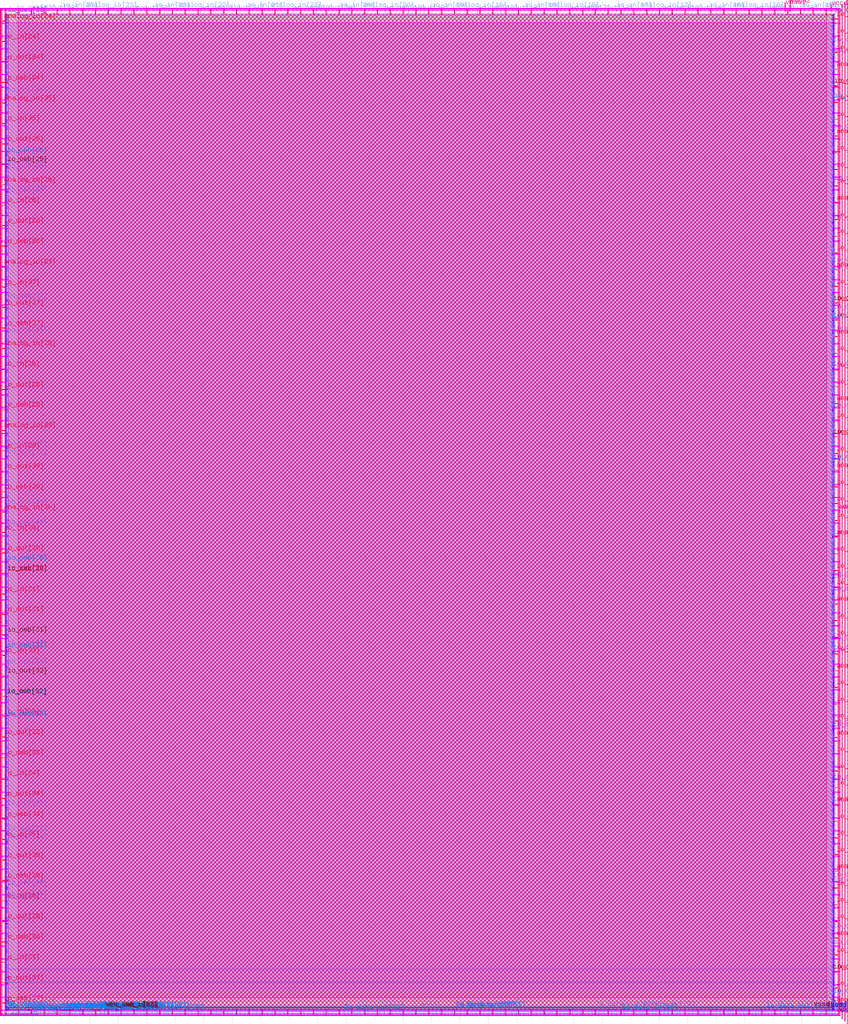
<source format=lef>
VERSION 5.7 ;
  NOWIREEXTENSIONATPIN ON ;
  DIVIDERCHAR "/" ;
  BUSBITCHARS "[]" ;
MACRO user_project_wrapper
  CLASS BLOCK ;
  FOREIGN user_project_wrapper ;
  ORIGIN 0.000 0.000 ;
  SIZE 2920.000 BY 3520.000 ;
  PIN analog_io[0]
    DIRECTION INOUT ;
    PORT
      LAYER met3 ;
        RECT 2917.600 28.980 2924.800 30.180 ;
    END
  END analog_io[0]
  PIN analog_io[10]
    DIRECTION INOUT ;
    PORT
      LAYER met3 ;
        RECT 2917.600 2374.980 2924.800 2376.180 ;
    END
  END analog_io[10]
  PIN analog_io[11]
    DIRECTION INOUT ;
    PORT
      LAYER met3 ;
        RECT 2917.600 2609.580 2924.800 2610.780 ;
    END
  END analog_io[11]
  PIN analog_io[12]
    DIRECTION INOUT ;
    PORT
      LAYER met3 ;
        RECT 2917.600 2844.180 2924.800 2845.380 ;
    END
  END analog_io[12]
  PIN analog_io[13]
    DIRECTION INOUT ;
    PORT
      LAYER met3 ;
        RECT 2917.600 3078.780 2924.800 3079.980 ;
    END
  END analog_io[13]
  PIN analog_io[14]
    DIRECTION INOUT ;
    PORT
      LAYER met3 ;
        RECT 2917.600 3313.380 2924.800 3314.580 ;
    END
  END analog_io[14]
  PIN analog_io[15]
    DIRECTION INOUT ;
    PORT
      LAYER met2 ;
        RECT 2879.090 3517.600 2879.650 3524.800 ;
    END
  END analog_io[15]
  PIN analog_io[16]
    DIRECTION INOUT ;
    PORT
      LAYER met2 ;
        RECT 2554.790 3517.600 2555.350 3524.800 ;
    END
  END analog_io[16]
  PIN analog_io[17]
    DIRECTION INOUT ;
    PORT
      LAYER met2 ;
        RECT 2230.490 3517.600 2231.050 3524.800 ;
    END
  END analog_io[17]
  PIN analog_io[18]
    DIRECTION INOUT ;
    PORT
      LAYER met2 ;
        RECT 1905.730 3517.600 1906.290 3524.800 ;
    END
  END analog_io[18]
  PIN analog_io[19]
    DIRECTION INOUT ;
    PORT
      LAYER met2 ;
        RECT 1581.430 3517.600 1581.990 3524.800 ;
    END
  END analog_io[19]
  PIN analog_io[1]
    DIRECTION INOUT ;
    PORT
      LAYER met3 ;
        RECT 2917.600 263.580 2924.800 264.780 ;
    END
  END analog_io[1]
  PIN analog_io[20]
    DIRECTION INOUT ;
    PORT
      LAYER met2 ;
        RECT 1257.130 3517.600 1257.690 3524.800 ;
    END
  END analog_io[20]
  PIN analog_io[21]
    DIRECTION INOUT ;
    PORT
      LAYER met2 ;
        RECT 932.370 3517.600 932.930 3524.800 ;
    END
  END analog_io[21]
  PIN analog_io[22]
    DIRECTION INOUT ;
    PORT
      LAYER met2 ;
        RECT 608.070 3517.600 608.630 3524.800 ;
    END
  END analog_io[22]
  PIN analog_io[23]
    DIRECTION INOUT ;
    PORT
      LAYER met2 ;
        RECT 283.770 3517.600 284.330 3524.800 ;
    END
  END analog_io[23]
  PIN analog_io[24]
    DIRECTION INOUT ;
    PORT
      LAYER met3 ;
        RECT -4.800 3482.700 2.400 3483.900 ;
    END
  END analog_io[24]
  PIN analog_io[25]
    DIRECTION INOUT ;
    PORT
      LAYER met3 ;
        RECT -4.800 3195.060 2.400 3196.260 ;
    END
  END analog_io[25]
  PIN analog_io[26]
    DIRECTION INOUT ;
    PORT
      LAYER met3 ;
        RECT -4.800 2908.100 2.400 2909.300 ;
    END
  END analog_io[26]
  PIN analog_io[27]
    DIRECTION INOUT ;
    PORT
      LAYER met3 ;
        RECT -4.800 2620.460 2.400 2621.660 ;
    END
  END analog_io[27]
  PIN analog_io[28]
    DIRECTION INOUT ;
    PORT
      LAYER met3 ;
        RECT -4.800 2333.500 2.400 2334.700 ;
    END
  END analog_io[28]
  PIN analog_io[29]
    DIRECTION INOUT ;
    PORT
      LAYER met3 ;
        RECT -4.800 2045.860 2.400 2047.060 ;
    END
  END analog_io[29]
  PIN analog_io[2]
    DIRECTION INOUT ;
    PORT
      LAYER met3 ;
        RECT 2917.600 498.180 2924.800 499.380 ;
    END
  END analog_io[2]
  PIN analog_io[30]
    DIRECTION INOUT ;
    PORT
      LAYER met3 ;
        RECT -4.800 1758.900 2.400 1760.100 ;
    END
  END analog_io[30]
  PIN analog_io[3]
    DIRECTION INOUT ;
    PORT
      LAYER met3 ;
        RECT 2917.600 732.780 2924.800 733.980 ;
    END
  END analog_io[3]
  PIN analog_io[4]
    DIRECTION INOUT ;
    PORT
      LAYER met3 ;
        RECT 2917.600 967.380 2924.800 968.580 ;
    END
  END analog_io[4]
  PIN analog_io[5]
    DIRECTION INOUT ;
    PORT
      LAYER met3 ;
        RECT 2917.600 1201.980 2924.800 1203.180 ;
    END
  END analog_io[5]
  PIN analog_io[6]
    DIRECTION INOUT ;
    PORT
      LAYER met3 ;
        RECT 2917.600 1436.580 2924.800 1437.780 ;
    END
  END analog_io[6]
  PIN analog_io[7]
    DIRECTION INOUT ;
    PORT
      LAYER met3 ;
        RECT 2917.600 1671.180 2924.800 1672.380 ;
    END
  END analog_io[7]
  PIN analog_io[8]
    DIRECTION INOUT ;
    PORT
      LAYER met3 ;
        RECT 2917.600 1905.780 2924.800 1906.980 ;
    END
  END analog_io[8]
  PIN analog_io[9]
    DIRECTION INOUT ;
    PORT
      LAYER met3 ;
        RECT 2917.600 2140.380 2924.800 2141.580 ;
    END
  END analog_io[9]
  PIN io_in[0]
    DIRECTION INPUT ;
    PORT
      LAYER met3 ;
        RECT 2917.600 87.460 2924.800 88.660 ;
    END
  END io_in[0]
  PIN io_in[10]
    DIRECTION INPUT ;
    PORT
      LAYER met3 ;
        RECT 2917.600 2433.460 2924.800 2434.660 ;
    END
  END io_in[10]
  PIN io_in[11]
    DIRECTION INPUT ;
    PORT
      LAYER met3 ;
        RECT 2917.600 2668.740 2924.800 2669.940 ;
    END
  END io_in[11]
  PIN io_in[12]
    DIRECTION INPUT ;
    PORT
      LAYER met3 ;
        RECT 2917.600 2903.340 2924.800 2904.540 ;
    END
  END io_in[12]
  PIN io_in[13]
    DIRECTION INPUT ;
    PORT
      LAYER met3 ;
        RECT 2917.600 3137.940 2924.800 3139.140 ;
    END
  END io_in[13]
  PIN io_in[14]
    DIRECTION INPUT ;
    PORT
      LAYER met3 ;
        RECT 2917.600 3372.540 2924.800 3373.740 ;
    END
  END io_in[14]
  PIN io_in[15]
    DIRECTION INPUT ;
    PORT
      LAYER met2 ;
        RECT 2798.130 3517.600 2798.690 3524.800 ;
    END
  END io_in[15]
  PIN io_in[16]
    DIRECTION INPUT ;
    PORT
      LAYER met2 ;
        RECT 2473.830 3517.600 2474.390 3524.800 ;
    END
  END io_in[16]
  PIN io_in[17]
    DIRECTION INPUT ;
    PORT
      LAYER met2 ;
        RECT 2149.070 3517.600 2149.630 3524.800 ;
    END
  END io_in[17]
  PIN io_in[18]
    DIRECTION INPUT ;
    PORT
      LAYER met2 ;
        RECT 1824.770 3517.600 1825.330 3524.800 ;
    END
  END io_in[18]
  PIN io_in[19]
    DIRECTION INPUT ;
    PORT
      LAYER met2 ;
        RECT 1500.470 3517.600 1501.030 3524.800 ;
    END
  END io_in[19]
  PIN io_in[1]
    DIRECTION INPUT ;
    PORT
      LAYER met3 ;
        RECT 2917.600 322.060 2924.800 323.260 ;
    END
  END io_in[1]
  PIN io_in[20]
    DIRECTION INPUT ;
    PORT
      LAYER met2 ;
        RECT 1175.710 3517.600 1176.270 3524.800 ;
    END
  END io_in[20]
  PIN io_in[21]
    DIRECTION INPUT ;
    PORT
      LAYER met2 ;
        RECT 851.410 3517.600 851.970 3524.800 ;
    END
  END io_in[21]
  PIN io_in[22]
    DIRECTION INPUT ;
    PORT
      LAYER met2 ;
        RECT 527.110 3517.600 527.670 3524.800 ;
    END
  END io_in[22]
  PIN io_in[23]
    DIRECTION INPUT ;
    PORT
      LAYER met2 ;
        RECT 202.350 3517.600 202.910 3524.800 ;
    END
  END io_in[23]
  PIN io_in[24]
    DIRECTION INPUT ;
    PORT
      LAYER met3 ;
        RECT -4.800 3410.620 2.400 3411.820 ;
    END
  END io_in[24]
  PIN io_in[25]
    DIRECTION INPUT ;
    PORT
      LAYER met3 ;
        RECT -4.800 3123.660 2.400 3124.860 ;
    END
  END io_in[25]
  PIN io_in[26]
    DIRECTION INPUT ;
    PORT
      LAYER met3 ;
        RECT -4.800 2836.020 2.400 2837.220 ;
    END
  END io_in[26]
  PIN io_in[27]
    DIRECTION INPUT ;
    PORT
      LAYER met3 ;
        RECT -4.800 2549.060 2.400 2550.260 ;
    END
  END io_in[27]
  PIN io_in[28]
    DIRECTION INPUT ;
    PORT
      LAYER met3 ;
        RECT -4.800 2261.420 2.400 2262.620 ;
    END
  END io_in[28]
  PIN io_in[29]
    DIRECTION INPUT ;
    PORT
      LAYER met3 ;
        RECT -4.800 1974.460 2.400 1975.660 ;
    END
  END io_in[29]
  PIN io_in[2]
    DIRECTION INPUT ;
    PORT
      LAYER met3 ;
        RECT 2917.600 556.660 2924.800 557.860 ;
    END
  END io_in[2]
  PIN io_in[30]
    DIRECTION INPUT ;
    PORT
      LAYER met3 ;
        RECT -4.800 1686.820 2.400 1688.020 ;
    END
  END io_in[30]
  PIN io_in[31]
    DIRECTION INPUT ;
    PORT
      LAYER met3 ;
        RECT -4.800 1471.260 2.400 1472.460 ;
    END
  END io_in[31]
  PIN io_in[32]
    DIRECTION INPUT ;
    PORT
      LAYER met3 ;
        RECT -4.800 1255.700 2.400 1256.900 ;
    END
  END io_in[32]
  PIN io_in[33]
    DIRECTION INPUT ;
    PORT
      LAYER met3 ;
        RECT -4.800 1040.140 2.400 1041.340 ;
    END
  END io_in[33]
  PIN io_in[34]
    DIRECTION INPUT ;
    PORT
      LAYER met3 ;
        RECT -4.800 824.580 2.400 825.780 ;
    END
  END io_in[34]
  PIN io_in[35]
    DIRECTION INPUT ;
    PORT
      LAYER met3 ;
        RECT -4.800 609.700 2.400 610.900 ;
    END
  END io_in[35]
  PIN io_in[36]
    DIRECTION INPUT ;
    PORT
      LAYER met3 ;
        RECT -4.800 394.140 2.400 395.340 ;
    END
  END io_in[36]
  PIN io_in[37]
    DIRECTION INPUT ;
    PORT
      LAYER met3 ;
        RECT -4.800 178.580 2.400 179.780 ;
    END
  END io_in[37]
  PIN io_in[3]
    DIRECTION INPUT ;
    PORT
      LAYER met3 ;
        RECT 2917.600 791.260 2924.800 792.460 ;
    END
  END io_in[3]
  PIN io_in[4]
    DIRECTION INPUT ;
    PORT
      LAYER met3 ;
        RECT 2917.600 1025.860 2924.800 1027.060 ;
    END
  END io_in[4]
  PIN io_in[5]
    DIRECTION INPUT ;
    PORT
      LAYER met3 ;
        RECT 2917.600 1260.460 2924.800 1261.660 ;
    END
  END io_in[5]
  PIN io_in[6]
    DIRECTION INPUT ;
    PORT
      LAYER met3 ;
        RECT 2917.600 1495.060 2924.800 1496.260 ;
    END
  END io_in[6]
  PIN io_in[7]
    DIRECTION INPUT ;
    PORT
      LAYER met3 ;
        RECT 2917.600 1729.660 2924.800 1730.860 ;
    END
  END io_in[7]
  PIN io_in[8]
    DIRECTION INPUT ;
    PORT
      LAYER met3 ;
        RECT 2917.600 1964.260 2924.800 1965.460 ;
    END
  END io_in[8]
  PIN io_in[9]
    DIRECTION INPUT ;
    PORT
      LAYER met3 ;
        RECT 2917.600 2198.860 2924.800 2200.060 ;
    END
  END io_in[9]
  PIN io_oeb[0]
    DIRECTION OUTPUT TRISTATE ;
    PORT
      LAYER li1 ;
        RECT 2909.815 468.095 2910.335 469.645 ;
      LAYER mcon ;
        RECT 2910.105 468.265 2910.275 468.435 ;
      LAYER met1 ;
        RECT 2910.045 468.420 2910.335 468.465 ;
        RECT 2906.300 468.280 2910.335 468.420 ;
        RECT 2910.045 468.235 2910.335 468.280 ;
      LAYER met3 ;
        RECT 2917.600 205.170 2924.800 205.620 ;
        RECT 2906.300 204.870 2924.800 205.170 ;
        RECT 2917.600 204.420 2924.800 204.870 ;
    END
  END io_oeb[0]
  PIN io_oeb[10]
    DIRECTION OUTPUT TRISTATE ;
    PORT
      LAYER li1 ;
        RECT 2909.815 2774.655 2910.335 2776.205 ;
      LAYER mcon ;
        RECT 2910.105 2774.825 2910.275 2774.995 ;
      LAYER met1 ;
        RECT 2910.045 2774.980 2910.335 2775.025 ;
        RECT 2906.300 2774.840 2910.335 2774.980 ;
        RECT 2910.045 2774.795 2910.335 2774.840 ;
      LAYER met3 ;
        RECT 2917.600 2551.850 2924.800 2552.300 ;
        RECT 2906.300 2551.550 2924.800 2551.850 ;
        RECT 2917.600 2551.100 2924.800 2551.550 ;
    END
  END io_oeb[10]
  PIN io_oeb[11]
    DIRECTION OUTPUT TRISTATE ;
    PORT
      LAYER li1 ;
        RECT 2909.815 2627.775 2910.335 2629.325 ;
      LAYER mcon ;
        RECT 2910.105 2628.625 2910.275 2628.795 ;
      LAYER met1 ;
        RECT 2910.045 2628.780 2910.335 2628.825 ;
        RECT 2906.300 2628.640 2910.335 2628.780 ;
        RECT 2910.045 2628.595 2910.335 2628.640 ;
      LAYER met3 ;
        RECT 2917.600 2786.450 2924.800 2786.900 ;
        RECT 2906.300 2786.150 2924.800 2786.450 ;
        RECT 2917.600 2785.700 2924.800 2786.150 ;
    END
  END io_oeb[11]
  PIN io_oeb[12]
    DIRECTION OUTPUT TRISTATE ;
    PORT
      LAYER li1 ;
        RECT 2911.195 2914.035 2911.715 2915.585 ;
      LAYER mcon ;
        RECT 2911.485 2915.245 2911.655 2915.415 ;
      LAYER met1 ;
        RECT 2911.425 2915.400 2911.715 2915.445 ;
        RECT 2906.300 2915.260 2911.715 2915.400 ;
        RECT 2911.425 2915.215 2911.715 2915.260 ;
      LAYER met3 ;
        RECT 2917.600 3021.050 2924.800 3021.500 ;
        RECT 2906.300 3020.750 2924.800 3021.050 ;
        RECT 2917.600 3020.300 2924.800 3020.750 ;
    END
  END io_oeb[12]
  PIN io_oeb[13]
    DIRECTION OUTPUT TRISTATE ;
    PORT
      LAYER li1 ;
        RECT 2911.195 3202.355 2911.715 3203.905 ;
      LAYER mcon ;
        RECT 2911.485 3203.565 2911.655 3203.735 ;
      LAYER met1 ;
        RECT 2911.410 3203.720 2911.730 3203.780 ;
        RECT 2911.215 3203.580 2911.730 3203.720 ;
        RECT 2911.410 3203.520 2911.730 3203.580 ;
      LAYER via ;
        RECT 2911.440 3203.520 2911.700 3203.780 ;
      LAYER met2 ;
        RECT 2911.430 3255.315 2911.710 3255.685 ;
        RECT 2911.500 3203.810 2911.640 3255.315 ;
        RECT 2911.440 3203.490 2911.700 3203.810 ;
      LAYER via2 ;
        RECT 2911.430 3255.360 2911.710 3255.640 ;
      LAYER met3 ;
        RECT 2911.405 3255.650 2911.735 3255.665 ;
        RECT 2917.600 3255.650 2924.800 3256.100 ;
        RECT 2911.405 3255.350 2924.800 3255.650 ;
        RECT 2911.405 3255.335 2911.735 3255.350 ;
        RECT 2917.600 3254.900 2924.800 3255.350 ;
    END
  END io_oeb[13]
  PIN io_oeb[14]
    DIRECTION OUTPUT TRISTATE ;
    PORT
      LAYER li1 ;
        RECT 2909.815 3095.615 2910.335 3097.165 ;
      LAYER mcon ;
        RECT 2910.105 3096.805 2910.275 3096.975 ;
      LAYER met1 ;
        RECT 2910.045 3096.960 2910.335 3097.005 ;
        RECT 2906.300 3096.820 2910.335 3096.960 ;
        RECT 2910.045 3096.775 2910.335 3096.820 ;
      LAYER met3 ;
        RECT 2917.600 3490.250 2924.800 3490.700 ;
        RECT 2906.300 3489.950 2924.800 3490.250 ;
        RECT 2917.600 3489.500 2924.800 3489.950 ;
    END
  END io_oeb[14]
  PIN io_oeb[15]
    DIRECTION OUTPUT TRISTATE ;
    PORT
      LAYER li1 ;
        RECT 2911.195 3503.615 2911.715 3505.165 ;
      LAYER mcon ;
        RECT 2911.485 3504.465 2911.655 3504.635 ;
      LAYER met1 ;
        RECT 2911.425 3504.620 2911.715 3504.665 ;
        RECT 2906.300 3504.480 2911.715 3504.620 ;
        RECT 2911.425 3504.435 2911.715 3504.480 ;
      LAYER met2 ;
        RECT 2635.750 3517.600 2636.310 3524.800 ;
        RECT 2635.960 3506.300 2636.100 3517.600 ;
    END
  END io_oeb[15]
  PIN io_oeb[16]
    DIRECTION OUTPUT TRISTATE ;
    PORT
      LAYER met2 ;
        RECT 2311.450 3517.600 2312.010 3524.800 ;
        RECT 2311.660 3506.300 2311.800 3517.600 ;
    END
  END io_oeb[16]
  PIN io_oeb[17]
    DIRECTION OUTPUT TRISTATE ;
    PORT
      LAYER met2 ;
        RECT 1987.150 3517.600 1987.710 3524.800 ;
        RECT 1987.360 3506.300 1987.500 3517.600 ;
    END
  END io_oeb[17]
  PIN io_oeb[18]
    DIRECTION OUTPUT TRISTATE ;
    PORT
      LAYER met2 ;
        RECT 1662.390 3517.600 1662.950 3524.800 ;
        RECT 1662.600 3506.300 1662.740 3517.600 ;
    END
  END io_oeb[18]
  PIN io_oeb[19]
    DIRECTION OUTPUT TRISTATE ;
    PORT
      LAYER met2 ;
        RECT 1338.090 3517.600 1338.650 3524.800 ;
        RECT 1338.300 3506.300 1338.440 3517.600 ;
    END
  END io_oeb[19]
  PIN io_oeb[1]
    DIRECTION OUTPUT TRISTATE ;
    PORT
      LAYER li1 ;
        RECT 2909.815 288.575 2910.335 290.125 ;
      LAYER mcon ;
        RECT 2910.105 289.425 2910.275 289.595 ;
      LAYER met1 ;
        RECT 2910.045 289.580 2910.335 289.625 ;
        RECT 2906.300 289.440 2910.335 289.580 ;
        RECT 2910.045 289.395 2910.335 289.440 ;
      LAYER met3 ;
        RECT 2917.600 439.770 2924.800 440.220 ;
        RECT 2906.300 439.470 2924.800 439.770 ;
        RECT 2917.600 439.020 2924.800 439.470 ;
    END
  END io_oeb[1]
  PIN io_oeb[20]
    DIRECTION OUTPUT TRISTATE ;
    PORT
      LAYER met2 ;
        RECT 1013.790 3517.600 1014.350 3524.800 ;
        RECT 1014.000 3506.300 1014.140 3517.600 ;
    END
  END io_oeb[20]
  PIN io_oeb[21]
    DIRECTION OUTPUT TRISTATE ;
    PORT
      LAYER met2 ;
        RECT 689.030 3517.600 689.590 3524.800 ;
        RECT 689.240 3506.300 689.380 3517.600 ;
    END
  END io_oeb[21]
  PIN io_oeb[22]
    DIRECTION OUTPUT TRISTATE ;
    PORT
      LAYER met2 ;
        RECT 364.730 3517.600 365.290 3524.800 ;
        RECT 364.940 3509.890 365.080 3517.600 ;
        RECT 363.100 3509.750 365.080 3509.890 ;
        RECT 363.100 3506.300 363.240 3509.750 ;
    END
  END io_oeb[22]
  PIN io_oeb[23]
    DIRECTION OUTPUT TRISTATE ;
    PORT
      LAYER li1 ;
        RECT 11.815 3503.615 12.335 3505.165 ;
      LAYER mcon ;
        RECT 12.105 3504.805 12.275 3504.975 ;
      LAYER met1 ;
        RECT 12.045 3504.960 12.335 3505.005 ;
        RECT 12.045 3504.820 13.700 3504.960 ;
        RECT 12.045 3504.775 12.335 3504.820 ;
      LAYER met2 ;
        RECT 40.430 3517.600 40.990 3524.800 ;
        RECT 40.640 3506.300 40.780 3517.600 ;
    END
  END io_oeb[23]
  PIN io_oeb[24]
    DIRECTION OUTPUT TRISTATE ;
    PORT
      LAYER li1 ;
        RECT 9.515 2970.495 10.035 2972.045 ;
      LAYER mcon ;
        RECT 9.805 2971.685 9.975 2971.855 ;
      LAYER met1 ;
        RECT 9.745 2971.840 10.035 2971.885 ;
        RECT 9.745 2971.700 13.700 2971.840 ;
        RECT 9.745 2971.655 10.035 2971.700 ;
      LAYER met3 ;
        RECT -4.800 3267.890 2.400 3268.340 ;
        RECT -4.800 3267.590 13.700 3267.890 ;
        RECT -4.800 3267.140 2.400 3267.590 ;
    END
  END io_oeb[24]
  PIN io_oeb[25]
    DIRECTION OUTPUT TRISTATE ;
    PORT
      LAYER li1 ;
        RECT 9.515 3011.955 10.035 3013.505 ;
      LAYER mcon ;
        RECT 9.805 3012.145 9.975 3012.315 ;
      LAYER met1 ;
        RECT 9.730 3012.300 10.050 3012.360 ;
        RECT 9.535 3012.160 10.050 3012.300 ;
        RECT 9.730 3012.100 10.050 3012.160 ;
      LAYER via ;
        RECT 9.760 3012.100 10.020 3012.360 ;
      LAYER met2 ;
        RECT 9.760 3012.070 10.020 3012.390 ;
        RECT 9.820 2980.285 9.960 3012.070 ;
        RECT 9.750 2979.915 10.030 2980.285 ;
      LAYER via2 ;
        RECT 9.750 2979.960 10.030 2980.240 ;
      LAYER met3 ;
        RECT -4.800 2980.250 2.400 2980.700 ;
        RECT 9.725 2980.250 10.055 2980.265 ;
        RECT -4.800 2979.950 10.055 2980.250 ;
        RECT -4.800 2979.500 2.400 2979.950 ;
        RECT 9.725 2979.935 10.055 2979.950 ;
    END
  END io_oeb[25]
  PIN io_oeb[26]
    DIRECTION OUTPUT TRISTATE ;
    PORT
      LAYER li1 ;
        RECT 9.515 2870.515 10.035 2872.065 ;
      LAYER mcon ;
        RECT 9.805 2870.705 9.975 2870.875 ;
      LAYER met1 ;
        RECT 9.745 2870.860 10.035 2870.905 ;
        RECT 9.745 2870.720 13.700 2870.860 ;
        RECT 9.745 2870.675 10.035 2870.720 ;
      LAYER met3 ;
        RECT -4.800 2693.290 2.400 2693.740 ;
        RECT -4.800 2692.990 13.700 2693.290 ;
        RECT -4.800 2692.540 2.400 2692.990 ;
    END
  END io_oeb[26]
  PIN io_oeb[27]
    DIRECTION OUTPUT TRISTATE ;
    PORT
      LAYER li1 ;
        RECT 9.515 2500.595 10.035 2502.145 ;
      LAYER mcon ;
        RECT 9.805 2500.785 9.975 2500.955 ;
      LAYER met1 ;
        RECT 9.745 2500.940 10.035 2500.985 ;
        RECT 9.745 2500.800 13.700 2500.940 ;
        RECT 9.745 2500.755 10.035 2500.800 ;
      LAYER met3 ;
        RECT -4.800 2405.650 2.400 2406.100 ;
        RECT -4.800 2405.350 13.700 2405.650 ;
        RECT -4.800 2404.900 2.400 2405.350 ;
    END
  END io_oeb[27]
  PIN io_oeb[28]
    DIRECTION OUTPUT TRISTATE ;
    PORT
      LAYER li1 ;
        RECT 9.515 1983.795 10.035 1985.345 ;
      LAYER mcon ;
        RECT 9.805 1985.005 9.975 1985.175 ;
      LAYER met1 ;
        RECT 9.745 1985.160 10.035 1985.205 ;
        RECT 9.745 1985.020 13.700 1985.160 ;
        RECT 9.745 1984.975 10.035 1985.020 ;
      LAYER met3 ;
        RECT -4.800 2118.690 2.400 2119.140 ;
        RECT -4.800 2118.390 13.700 2118.690 ;
        RECT -4.800 2117.940 2.400 2118.390 ;
    END
  END io_oeb[28]
  PIN io_oeb[29]
    DIRECTION OUTPUT TRISTATE ;
    PORT
      LAYER li1 ;
        RECT 9.515 1706.355 10.035 1707.905 ;
      LAYER mcon ;
        RECT 9.805 1707.565 9.975 1707.735 ;
      LAYER met1 ;
        RECT 9.745 1707.720 10.035 1707.765 ;
        RECT 9.745 1707.580 13.700 1707.720 ;
        RECT 9.745 1707.535 10.035 1707.580 ;
      LAYER met3 ;
        RECT -4.800 1831.050 2.400 1831.500 ;
        RECT -4.800 1830.750 13.700 1831.050 ;
        RECT -4.800 1830.300 2.400 1830.750 ;
    END
  END io_oeb[29]
  PIN io_oeb[2]
    DIRECTION OUTPUT TRISTATE ;
    PORT
      LAYER li1 ;
        RECT 2909.815 734.655 2910.335 736.205 ;
      LAYER mcon ;
        RECT 2910.105 734.825 2910.275 734.995 ;
      LAYER met1 ;
        RECT 2910.045 734.980 2910.335 735.025 ;
        RECT 2906.300 734.840 2910.335 734.980 ;
        RECT 2910.045 734.795 2910.335 734.840 ;
      LAYER met3 ;
        RECT 2917.600 674.370 2924.800 674.820 ;
        RECT 2906.300 674.070 2924.800 674.370 ;
        RECT 2917.600 673.620 2924.800 674.070 ;
    END
  END io_oeb[2]
  PIN io_oeb[30]
    DIRECTION OUTPUT TRISTATE ;
    PORT
      LAYER li1 ;
        RECT 9.515 1581.235 10.035 1582.785 ;
      LAYER mcon ;
        RECT 9.805 1581.425 9.975 1581.595 ;
      LAYER met1 ;
        RECT 9.730 1581.580 10.050 1581.640 ;
        RECT 9.535 1581.440 10.050 1581.580 ;
        RECT 9.730 1581.380 10.050 1581.440 ;
      LAYER via ;
        RECT 9.760 1581.380 10.020 1581.640 ;
      LAYER met2 ;
        RECT 9.760 1581.350 10.020 1581.670 ;
        RECT 9.820 1544.125 9.960 1581.350 ;
        RECT 9.750 1543.755 10.030 1544.125 ;
      LAYER via2 ;
        RECT 9.750 1543.800 10.030 1544.080 ;
      LAYER met3 ;
        RECT -4.800 1544.090 2.400 1544.540 ;
        RECT 9.725 1544.090 10.055 1544.105 ;
        RECT -4.800 1543.790 10.055 1544.090 ;
        RECT -4.800 1543.340 2.400 1543.790 ;
        RECT 9.725 1543.775 10.055 1543.790 ;
    END
  END io_oeb[30]
  PIN io_oeb[31]
    DIRECTION OUTPUT TRISTATE ;
    PORT
      LAYER li1 ;
        RECT 9.515 1273.215 10.035 1274.765 ;
      LAYER mcon ;
        RECT 9.805 1274.405 9.975 1274.575 ;
      LAYER met1 ;
        RECT 9.730 1274.560 10.050 1274.620 ;
        RECT 9.535 1274.420 10.050 1274.560 ;
        RECT 9.730 1274.360 10.050 1274.420 ;
      LAYER via ;
        RECT 9.760 1274.360 10.020 1274.620 ;
      LAYER met2 ;
        RECT 9.750 1328.195 10.030 1328.565 ;
        RECT 9.820 1274.650 9.960 1328.195 ;
        RECT 9.760 1274.330 10.020 1274.650 ;
      LAYER via2 ;
        RECT 9.750 1328.240 10.030 1328.520 ;
      LAYER met3 ;
        RECT -4.800 1328.530 2.400 1328.980 ;
        RECT 9.725 1328.530 10.055 1328.545 ;
        RECT -4.800 1328.230 10.055 1328.530 ;
        RECT -4.800 1327.780 2.400 1328.230 ;
        RECT 9.725 1328.215 10.055 1328.230 ;
    END
  END io_oeb[31]
  PIN io_oeb[32]
    DIRECTION OUTPUT TRISTATE ;
    PORT
      LAYER li1 ;
        RECT 9.515 1033.855 10.035 1035.405 ;
      LAYER mcon ;
        RECT 9.805 1034.705 9.975 1034.875 ;
      LAYER met1 ;
        RECT 9.270 1034.860 9.590 1034.920 ;
        RECT 9.745 1034.860 10.035 1034.905 ;
        RECT 9.270 1034.720 10.035 1034.860 ;
        RECT 9.270 1034.660 9.590 1034.720 ;
        RECT 9.745 1034.675 10.035 1034.720 ;
      LAYER via ;
        RECT 9.300 1034.660 9.560 1034.920 ;
      LAYER met2 ;
        RECT 9.290 1112.635 9.570 1113.005 ;
        RECT 9.360 1034.950 9.500 1112.635 ;
        RECT 9.300 1034.630 9.560 1034.950 ;
      LAYER via2 ;
        RECT 9.290 1112.680 9.570 1112.960 ;
      LAYER met3 ;
        RECT -4.800 1112.970 2.400 1113.420 ;
        RECT 9.265 1112.970 9.595 1112.985 ;
        RECT -4.800 1112.670 9.595 1112.970 ;
        RECT -4.800 1112.220 2.400 1112.670 ;
        RECT 9.265 1112.655 9.595 1112.670 ;
    END
  END io_oeb[32]
  PIN io_oeb[33]
    DIRECTION OUTPUT TRISTATE ;
    PORT
      LAYER li1 ;
        RECT 9.515 629.235 10.035 630.785 ;
      LAYER mcon ;
        RECT 9.805 630.445 9.975 630.615 ;
      LAYER met1 ;
        RECT 9.745 630.600 10.035 630.645 ;
        RECT 9.745 630.460 13.700 630.600 ;
        RECT 9.745 630.415 10.035 630.460 ;
      LAYER met3 ;
        RECT -4.800 897.410 2.400 897.860 ;
        RECT -4.800 897.110 13.700 897.410 ;
        RECT -4.800 896.660 2.400 897.110 ;
    END
  END io_oeb[33]
  PIN io_oeb[34]
    DIRECTION OUTPUT TRISTATE ;
    PORT
      LAYER li1 ;
        RECT 9.515 313.715 10.035 315.265 ;
      LAYER mcon ;
        RECT 9.805 314.925 9.975 315.095 ;
      LAYER met1 ;
        RECT 9.745 315.080 10.035 315.125 ;
        RECT 9.745 314.940 13.700 315.080 ;
        RECT 9.745 314.895 10.035 314.940 ;
      LAYER met3 ;
        RECT -4.800 681.850 2.400 682.300 ;
        RECT -4.800 681.550 13.700 681.850 ;
        RECT -4.800 681.100 2.400 681.550 ;
    END
  END io_oeb[34]
  PIN io_oeb[35]
    DIRECTION OUTPUT TRISTATE ;
    PORT
      LAYER li1 ;
        RECT 9.515 438.835 10.035 440.385 ;
      LAYER mcon ;
        RECT 9.805 440.045 9.975 440.215 ;
      LAYER met1 ;
        RECT 9.745 440.200 10.035 440.245 ;
        RECT 9.745 440.060 13.700 440.200 ;
        RECT 9.745 440.015 10.035 440.060 ;
      LAYER met3 ;
        RECT -4.800 466.290 2.400 466.740 ;
        RECT -4.800 465.990 13.700 466.290 ;
        RECT -4.800 465.540 2.400 465.990 ;
    END
  END io_oeb[35]
  PIN io_oeb[36]
    DIRECTION OUTPUT TRISTATE ;
    PORT
      LAYER li1 ;
        RECT 9.515 440.895 10.035 442.445 ;
      LAYER mcon ;
        RECT 9.805 441.745 9.975 441.915 ;
      LAYER met1 ;
        RECT 9.745 441.900 10.035 441.945 ;
        RECT 9.745 441.760 13.700 441.900 ;
        RECT 9.745 441.715 10.035 441.760 ;
      LAYER met3 ;
        RECT -4.800 250.730 2.400 251.180 ;
        RECT -4.800 250.430 13.700 250.730 ;
        RECT -4.800 249.980 2.400 250.430 ;
    END
  END io_oeb[36]
  PIN io_oeb[37]
    DIRECTION OUTPUT TRISTATE ;
    PORT
      LAYER li1 ;
        RECT 9.515 391.935 10.035 393.485 ;
      LAYER mcon ;
        RECT 9.805 392.105 9.975 392.275 ;
      LAYER met1 ;
        RECT 9.745 392.260 10.035 392.305 ;
        RECT 9.745 392.120 13.700 392.260 ;
        RECT 9.745 392.075 10.035 392.120 ;
      LAYER met3 ;
        RECT -4.800 35.850 2.400 36.300 ;
        RECT -4.800 35.550 13.700 35.850 ;
        RECT -4.800 35.100 2.400 35.550 ;
    END
  END io_oeb[37]
  PIN io_oeb[3]
    DIRECTION OUTPUT TRISTATE ;
    PORT
      LAYER li1 ;
        RECT 2909.815 810.815 2910.335 812.365 ;
      LAYER mcon ;
        RECT 2910.105 812.005 2910.275 812.175 ;
      LAYER met1 ;
        RECT 2910.045 812.160 2910.335 812.205 ;
        RECT 2906.300 812.020 2910.335 812.160 ;
        RECT 2910.045 811.975 2910.335 812.020 ;
      LAYER met3 ;
        RECT 2917.600 909.650 2924.800 910.100 ;
        RECT 2906.300 909.350 2924.800 909.650 ;
        RECT 2917.600 908.900 2924.800 909.350 ;
    END
  END io_oeb[3]
  PIN io_oeb[4]
    DIRECTION OUTPUT TRISTATE ;
    PORT
      LAYER li1 ;
        RECT 2909.815 1006.655 2910.335 1008.205 ;
      LAYER mcon ;
        RECT 2910.105 1007.845 2910.275 1008.015 ;
      LAYER met1 ;
        RECT 2910.045 1008.000 2910.335 1008.045 ;
        RECT 2906.300 1007.860 2910.335 1008.000 ;
        RECT 2910.045 1007.815 2910.335 1007.860 ;
      LAYER met3 ;
        RECT 2917.600 1144.250 2924.800 1144.700 ;
        RECT 2906.300 1143.950 2924.800 1144.250 ;
        RECT 2917.600 1143.500 2924.800 1143.950 ;
    END
  END io_oeb[4]
  PIN io_oeb[5]
    DIRECTION OUTPUT TRISTATE ;
    PORT
      LAYER li1 ;
        RECT 2909.815 1265.715 2910.335 1267.265 ;
      LAYER mcon ;
        RECT 2910.105 1266.925 2910.275 1267.095 ;
      LAYER met1 ;
        RECT 2910.045 1267.080 2910.335 1267.125 ;
        RECT 2906.300 1266.940 2910.335 1267.080 ;
        RECT 2910.045 1266.895 2910.335 1266.940 ;
      LAYER met3 ;
        RECT 2917.600 1378.850 2924.800 1379.300 ;
        RECT 2906.300 1378.550 2924.800 1378.850 ;
        RECT 2917.600 1378.100 2924.800 1378.550 ;
    END
  END io_oeb[5]
  PIN io_oeb[6]
    DIRECTION OUTPUT TRISTATE ;
    PORT
      LAYER li1 ;
        RECT 2909.815 1670.335 2910.335 1671.885 ;
      LAYER mcon ;
        RECT 2910.105 1670.505 2910.275 1670.675 ;
      LAYER met1 ;
        RECT 2910.045 1670.660 2910.335 1670.705 ;
        RECT 2906.300 1670.520 2910.335 1670.660 ;
        RECT 2910.045 1670.475 2910.335 1670.520 ;
      LAYER met3 ;
        RECT 2917.600 1613.450 2924.800 1613.900 ;
        RECT 2906.300 1613.150 2924.800 1613.450 ;
        RECT 2917.600 1612.700 2924.800 1613.150 ;
    END
  END io_oeb[6]
  PIN io_oeb[7]
    DIRECTION OUTPUT TRISTATE ;
    PORT
      LAYER li1 ;
        RECT 2909.815 2116.415 2910.335 2117.965 ;
      LAYER mcon ;
        RECT 2910.105 2116.585 2910.275 2116.755 ;
      LAYER met1 ;
        RECT 2910.045 2116.740 2910.335 2116.785 ;
        RECT 2906.300 2116.600 2910.335 2116.740 ;
        RECT 2910.045 2116.555 2910.335 2116.600 ;
      LAYER met3 ;
        RECT 2917.600 1848.050 2924.800 1848.500 ;
        RECT 2906.300 1847.750 2924.800 1848.050 ;
        RECT 2917.600 1847.300 2924.800 1847.750 ;
    END
  END io_oeb[7]
  PIN io_oeb[8]
    DIRECTION OUTPUT TRISTATE ;
    PORT
      LAYER li1 ;
        RECT 2909.815 2263.295 2910.335 2264.845 ;
      LAYER mcon ;
        RECT 2910.105 2263.465 2910.275 2263.635 ;
      LAYER met1 ;
        RECT 2910.045 2263.620 2910.335 2263.665 ;
        RECT 2906.300 2263.480 2910.335 2263.620 ;
        RECT 2910.045 2263.435 2910.335 2263.480 ;
      LAYER met3 ;
        RECT 2917.600 2082.650 2924.800 2083.100 ;
        RECT 2906.300 2082.350 2924.800 2082.650 ;
        RECT 2917.600 2081.900 2924.800 2082.350 ;
    END
  END io_oeb[8]
  PIN io_oeb[9]
    DIRECTION OUTPUT TRISTATE ;
    PORT
      LAYER li1 ;
        RECT 2909.815 2386.355 2910.335 2387.905 ;
      LAYER mcon ;
        RECT 2910.105 2386.545 2910.275 2386.715 ;
      LAYER met1 ;
        RECT 2910.045 2386.700 2910.335 2386.745 ;
        RECT 2906.300 2386.560 2910.335 2386.700 ;
        RECT 2910.045 2386.515 2910.335 2386.560 ;
      LAYER met3 ;
        RECT 2917.600 2317.250 2924.800 2317.700 ;
        RECT 2906.300 2316.950 2924.800 2317.250 ;
        RECT 2917.600 2316.500 2924.800 2316.950 ;
    END
  END io_oeb[9]
  PIN io_out[0]
    DIRECTION OUTPUT TRISTATE ;
    PORT
      LAYER li1 ;
        RECT 2909.815 60.095 2910.335 61.645 ;
      LAYER mcon ;
        RECT 2910.105 61.285 2910.275 61.455 ;
      LAYER met1 ;
        RECT 2910.030 61.440 2910.350 61.500 ;
        RECT 2909.835 61.300 2910.350 61.440 ;
        RECT 2910.030 61.240 2910.350 61.300 ;
      LAYER via ;
        RECT 2910.060 61.240 2910.320 61.500 ;
      LAYER met2 ;
        RECT 2910.050 146.355 2910.330 146.725 ;
        RECT 2910.120 61.530 2910.260 146.355 ;
        RECT 2910.060 61.210 2910.320 61.530 ;
      LAYER via2 ;
        RECT 2910.050 146.400 2910.330 146.680 ;
      LAYER met3 ;
        RECT 2910.025 146.690 2910.355 146.705 ;
        RECT 2917.600 146.690 2924.800 147.140 ;
        RECT 2910.025 146.390 2924.800 146.690 ;
        RECT 2910.025 146.375 2910.355 146.390 ;
        RECT 2917.600 145.940 2924.800 146.390 ;
    END
  END io_out[0]
  PIN io_out[10]
    DIRECTION OUTPUT TRISTATE ;
    PORT
      LAYER li1 ;
        RECT 2909.815 2431.935 2910.335 2433.485 ;
      LAYER mcon ;
        RECT 2910.105 2433.125 2910.275 2433.295 ;
      LAYER met1 ;
        RECT 2910.030 2433.280 2910.350 2433.340 ;
        RECT 2909.835 2433.140 2910.350 2433.280 ;
        RECT 2910.030 2433.080 2910.350 2433.140 ;
      LAYER via ;
        RECT 2910.060 2433.080 2910.320 2433.340 ;
      LAYER met2 ;
        RECT 2910.050 2493.035 2910.330 2493.405 ;
        RECT 2910.120 2433.370 2910.260 2493.035 ;
        RECT 2910.060 2433.050 2910.320 2433.370 ;
      LAYER via2 ;
        RECT 2910.050 2493.080 2910.330 2493.360 ;
      LAYER met3 ;
        RECT 2910.025 2493.370 2910.355 2493.385 ;
        RECT 2917.600 2493.370 2924.800 2493.820 ;
        RECT 2910.025 2493.070 2924.800 2493.370 ;
        RECT 2910.025 2493.055 2910.355 2493.070 ;
        RECT 2917.600 2492.620 2924.800 2493.070 ;
    END
  END io_out[10]
  PIN io_out[11]
    DIRECTION OUTPUT TRISTATE ;
    PORT
      LAYER li1 ;
        RECT 2909.815 2600.575 2910.335 2602.125 ;
      LAYER mcon ;
        RECT 2910.105 2601.765 2910.275 2601.935 ;
      LAYER met1 ;
        RECT 2910.045 2601.920 2910.335 2601.965 ;
        RECT 2906.300 2601.780 2910.335 2601.920 ;
        RECT 2910.045 2601.735 2910.335 2601.780 ;
      LAYER met3 ;
        RECT 2917.600 2727.970 2924.800 2728.420 ;
        RECT 2906.300 2727.670 2924.800 2727.970 ;
        RECT 2917.600 2727.220 2924.800 2727.670 ;
    END
  END io_out[11]
  PIN io_out[12]
    DIRECTION OUTPUT TRISTATE ;
    PORT
      LAYER li1 ;
        RECT 2911.195 3365.555 2911.715 3367.105 ;
      LAYER mcon ;
        RECT 2911.485 3365.745 2911.655 3365.915 ;
      LAYER met1 ;
        RECT 2911.425 3365.900 2911.715 3365.945 ;
        RECT 2906.300 3365.760 2911.715 3365.900 ;
        RECT 2911.425 3365.715 2911.715 3365.760 ;
      LAYER met3 ;
        RECT 2917.600 2962.570 2924.800 2963.020 ;
        RECT 2906.300 2962.270 2924.800 2962.570 ;
        RECT 2917.600 2961.820 2924.800 2962.270 ;
    END
  END io_out[12]
  PIN io_out[13]
    DIRECTION OUTPUT TRISTATE ;
    PORT
      LAYER li1 ;
        RECT 2909.815 3400.255 2910.335 3401.805 ;
      LAYER mcon ;
        RECT 2910.105 3400.425 2910.275 3400.595 ;
      LAYER met1 ;
        RECT 2910.045 3400.580 2910.335 3400.625 ;
        RECT 2906.300 3400.440 2910.335 3400.580 ;
        RECT 2910.045 3400.395 2910.335 3400.440 ;
      LAYER met3 ;
        RECT 2917.600 3197.170 2924.800 3197.620 ;
        RECT 2906.300 3196.870 2924.800 3197.170 ;
        RECT 2917.600 3196.420 2924.800 3196.870 ;
    END
  END io_out[13]
  PIN io_out[14]
    DIRECTION OUTPUT TRISTATE ;
    PORT
      LAYER li1 ;
        RECT 2909.815 3503.615 2910.335 3505.165 ;
      LAYER mcon ;
        RECT 2910.105 3503.785 2910.275 3503.955 ;
      LAYER met1 ;
        RECT 2910.045 3503.940 2910.335 3503.985 ;
        RECT 2906.300 3503.800 2910.335 3503.940 ;
        RECT 2910.045 3503.755 2910.335 3503.800 ;
      LAYER met3 ;
        RECT 2917.600 3431.770 2924.800 3432.220 ;
        RECT 2906.300 3431.470 2924.800 3431.770 ;
        RECT 2917.600 3431.020 2924.800 3431.470 ;
    END
  END io_out[14]
  PIN io_out[15]
    DIRECTION OUTPUT TRISTATE ;
    PORT
      LAYER met2 ;
        RECT 2717.170 3517.600 2717.730 3524.800 ;
        RECT 2717.380 3506.300 2717.520 3517.600 ;
    END
  END io_out[15]
  PIN io_out[16]
    DIRECTION OUTPUT TRISTATE ;
    PORT
      LAYER met2 ;
        RECT 2392.410 3517.600 2392.970 3524.800 ;
        RECT 2392.620 3506.300 2392.760 3517.600 ;
    END
  END io_out[16]
  PIN io_out[17]
    DIRECTION OUTPUT TRISTATE ;
    PORT
      LAYER met2 ;
        RECT 2068.110 3517.600 2068.670 3524.800 ;
        RECT 2068.320 3506.300 2068.460 3517.600 ;
    END
  END io_out[17]
  PIN io_out[18]
    DIRECTION OUTPUT TRISTATE ;
    PORT
      LAYER met2 ;
        RECT 1743.810 3517.600 1744.370 3524.800 ;
        RECT 1744.020 3506.300 1744.160 3517.600 ;
    END
  END io_out[18]
  PIN io_out[19]
    DIRECTION OUTPUT TRISTATE ;
    PORT
      LAYER met2 ;
        RECT 1419.050 3517.600 1419.610 3524.800 ;
        RECT 1419.260 3506.300 1419.400 3517.600 ;
    END
  END io_out[19]
  PIN io_out[1]
    DIRECTION OUTPUT TRISTATE ;
    PORT
      LAYER li1 ;
        RECT 2911.195 232.115 2911.715 233.665 ;
      LAYER mcon ;
        RECT 2911.485 233.325 2911.655 233.495 ;
      LAYER met1 ;
        RECT 2911.425 233.480 2911.715 233.525 ;
        RECT 2906.300 233.340 2911.715 233.480 ;
        RECT 2911.425 233.295 2911.715 233.340 ;
      LAYER met3 ;
        RECT 2917.600 381.290 2924.800 381.740 ;
        RECT 2906.300 380.990 2924.800 381.290 ;
        RECT 2917.600 380.540 2924.800 380.990 ;
    END
  END io_out[1]
  PIN io_out[20]
    DIRECTION OUTPUT TRISTATE ;
    PORT
      LAYER met2 ;
        RECT 1094.750 3517.600 1095.310 3524.800 ;
        RECT 1094.960 3506.300 1095.100 3517.600 ;
    END
  END io_out[20]
  PIN io_out[21]
    DIRECTION OUTPUT TRISTATE ;
    PORT
      LAYER met2 ;
        RECT 770.450 3517.600 771.010 3524.800 ;
        RECT 770.660 3517.370 770.800 3517.600 ;
        RECT 770.660 3517.230 772.640 3517.370 ;
        RECT 772.500 3506.300 772.640 3517.230 ;
    END
  END io_out[21]
  PIN io_out[22]
    DIRECTION OUTPUT TRISTATE ;
    PORT
      LAYER met2 ;
        RECT 445.690 3517.600 446.250 3524.800 ;
        RECT 445.900 3506.300 446.040 3517.600 ;
    END
  END io_out[22]
  PIN io_out[23]
    DIRECTION OUTPUT TRISTATE ;
    PORT
      LAYER li1 ;
        RECT 10.435 3503.615 10.955 3505.165 ;
      LAYER mcon ;
        RECT 10.725 3504.125 10.895 3504.295 ;
      LAYER met1 ;
        RECT 10.665 3504.280 10.955 3504.325 ;
        RECT 10.665 3504.140 13.700 3504.280 ;
        RECT 10.665 3504.095 10.955 3504.140 ;
      LAYER met2 ;
        RECT 121.390 3517.600 121.950 3524.800 ;
        RECT 121.600 3506.300 121.740 3517.600 ;
    END
  END io_out[23]
  PIN io_out[24]
    DIRECTION OUTPUT TRISTATE ;
    PORT
      LAYER li1 ;
        RECT 9.515 3224.115 10.035 3225.665 ;
      LAYER mcon ;
        RECT 9.805 3225.325 9.975 3225.495 ;
      LAYER met1 ;
        RECT 9.745 3225.480 10.035 3225.525 ;
        RECT 9.745 3225.340 13.700 3225.480 ;
        RECT 9.745 3225.295 10.035 3225.340 ;
      LAYER met3 ;
        RECT -4.800 3339.970 2.400 3340.420 ;
        RECT -4.800 3339.670 13.700 3339.970 ;
        RECT -4.800 3339.220 2.400 3339.670 ;
    END
  END io_out[24]
  PIN io_out[25]
    DIRECTION OUTPUT TRISTATE ;
    PORT
      LAYER li1 ;
        RECT 9.515 2954.175 10.035 2955.725 ;
      LAYER mcon ;
        RECT 9.805 2955.365 9.975 2955.535 ;
      LAYER met1 ;
        RECT 9.745 2955.520 10.035 2955.565 ;
        RECT 9.745 2955.380 13.700 2955.520 ;
        RECT 9.745 2955.335 10.035 2955.380 ;
      LAYER met3 ;
        RECT -4.800 3052.330 2.400 3052.780 ;
        RECT -4.800 3052.030 13.700 3052.330 ;
        RECT -4.800 3051.580 2.400 3052.030 ;
    END
  END io_out[25]
  PIN io_out[26]
    DIRECTION OUTPUT TRISTATE ;
    PORT
      LAYER li1 ;
        RECT 9.515 2883.455 10.035 2885.005 ;
      LAYER mcon ;
        RECT 9.805 2884.305 9.975 2884.475 ;
      LAYER met1 ;
        RECT 9.745 2884.460 10.035 2884.505 ;
        RECT 9.745 2884.320 13.700 2884.460 ;
        RECT 9.745 2884.275 10.035 2884.320 ;
      LAYER met3 ;
        RECT -4.800 2765.370 2.400 2765.820 ;
        RECT -4.800 2765.070 13.700 2765.370 ;
        RECT -4.800 2764.620 2.400 2765.070 ;
    END
  END io_out[26]
  PIN io_out[27]
    DIRECTION OUTPUT TRISTATE ;
    PORT
      LAYER li1 ;
        RECT 9.515 2380.915 10.035 2382.465 ;
      LAYER mcon ;
        RECT 9.805 2382.125 9.975 2382.295 ;
      LAYER met1 ;
        RECT 9.745 2382.280 10.035 2382.325 ;
        RECT 9.745 2382.140 13.700 2382.280 ;
        RECT 9.745 2382.095 10.035 2382.140 ;
      LAYER met3 ;
        RECT -4.800 2477.730 2.400 2478.180 ;
        RECT -4.800 2477.430 13.700 2477.730 ;
        RECT -4.800 2476.980 2.400 2477.430 ;
    END
  END io_out[27]
  PIN io_out[28]
    DIRECTION OUTPUT TRISTATE ;
    PORT
      LAYER li1 ;
        RECT 9.515 1777.075 10.035 1778.625 ;
      LAYER mcon ;
        RECT 9.805 1778.285 9.975 1778.455 ;
      LAYER met1 ;
        RECT 9.745 1778.440 10.035 1778.485 ;
        RECT 9.745 1778.300 13.700 1778.440 ;
        RECT 9.745 1778.255 10.035 1778.300 ;
      LAYER met3 ;
        RECT -4.800 2190.090 2.400 2190.540 ;
        RECT -4.800 2189.790 13.700 2190.090 ;
        RECT -4.800 2189.340 2.400 2189.790 ;
    END
  END io_out[28]
  PIN io_out[29]
    DIRECTION OUTPUT TRISTATE ;
    PORT
      LAYER li1 ;
        RECT 9.515 1953.215 10.035 1954.765 ;
      LAYER mcon ;
        RECT 9.805 1953.385 9.975 1953.555 ;
      LAYER met1 ;
        RECT 9.745 1953.540 10.035 1953.585 ;
        RECT 9.745 1953.400 13.700 1953.540 ;
        RECT 9.745 1953.355 10.035 1953.400 ;
      LAYER met3 ;
        RECT -4.800 1903.130 2.400 1903.580 ;
        RECT -4.800 1902.830 13.700 1903.130 ;
        RECT -4.800 1902.380 2.400 1902.830 ;
    END
  END io_out[29]
  PIN io_out[2]
    DIRECTION OUTPUT TRISTATE ;
    PORT
      LAYER li1 ;
        RECT 2911.195 449.715 2911.715 451.265 ;
      LAYER mcon ;
        RECT 2911.485 450.925 2911.655 451.095 ;
      LAYER met1 ;
        RECT 2911.425 451.080 2911.715 451.125 ;
        RECT 2906.300 450.940 2911.715 451.080 ;
        RECT 2911.425 450.895 2911.715 450.940 ;
      LAYER met3 ;
        RECT 2917.600 615.890 2924.800 616.340 ;
        RECT 2906.300 615.590 2924.800 615.890 ;
        RECT 2917.600 615.140 2924.800 615.590 ;
    END
  END io_out[2]
  PIN io_out[30]
    DIRECTION OUTPUT TRISTATE ;
    PORT
      LAYER li1 ;
        RECT 9.515 1216.755 10.035 1218.305 ;
      LAYER mcon ;
        RECT 9.805 1217.965 9.975 1218.135 ;
      LAYER met1 ;
        RECT 9.745 1218.120 10.035 1218.165 ;
        RECT 9.745 1217.980 13.700 1218.120 ;
        RECT 9.745 1217.935 10.035 1217.980 ;
      LAYER met3 ;
        RECT -4.800 1615.490 2.400 1615.940 ;
        RECT -4.800 1615.190 13.700 1615.490 ;
        RECT -4.800 1614.740 2.400 1615.190 ;
    END
  END io_out[30]
  PIN io_out[31]
    DIRECTION OUTPUT TRISTATE ;
    PORT
      LAYER li1 ;
        RECT 9.515 1327.615 10.035 1329.165 ;
      LAYER mcon ;
        RECT 9.805 1328.805 9.975 1328.975 ;
      LAYER met1 ;
        RECT 9.745 1328.960 10.035 1329.005 ;
        RECT 9.745 1328.820 13.700 1328.960 ;
        RECT 9.745 1328.775 10.035 1328.820 ;
      LAYER met3 ;
        RECT -4.800 1400.610 2.400 1401.060 ;
        RECT -4.800 1400.310 13.700 1400.610 ;
        RECT -4.800 1399.860 2.400 1400.310 ;
    END
  END io_out[31]
  PIN io_out[32]
    DIRECTION OUTPUT TRISTATE ;
    PORT
      LAYER li1 ;
        RECT 9.515 1110.015 10.035 1111.565 ;
      LAYER mcon ;
        RECT 9.805 1110.525 9.975 1110.695 ;
      LAYER met1 ;
        RECT 9.730 1110.680 10.050 1110.740 ;
        RECT 9.535 1110.540 10.050 1110.680 ;
        RECT 9.730 1110.480 10.050 1110.540 ;
      LAYER via ;
        RECT 9.760 1110.480 10.020 1110.740 ;
      LAYER met2 ;
        RECT 9.750 1184.715 10.030 1185.085 ;
        RECT 9.820 1110.770 9.960 1184.715 ;
        RECT 9.760 1110.450 10.020 1110.770 ;
      LAYER via2 ;
        RECT 9.750 1184.760 10.030 1185.040 ;
      LAYER met3 ;
        RECT -4.800 1185.050 2.400 1185.500 ;
        RECT 9.725 1185.050 10.055 1185.065 ;
        RECT -4.800 1184.750 10.055 1185.050 ;
        RECT -4.800 1184.300 2.400 1184.750 ;
        RECT 9.725 1184.735 10.055 1184.750 ;
    END
  END io_out[32]
  PIN io_out[33]
    DIRECTION OUTPUT TRISTATE ;
    PORT
      LAYER li1 ;
        RECT 9.515 1284.095 10.035 1285.645 ;
      LAYER mcon ;
        RECT 9.805 1284.265 9.975 1284.435 ;
      LAYER met1 ;
        RECT 9.745 1284.420 10.035 1284.465 ;
        RECT 9.745 1284.280 13.700 1284.420 ;
        RECT 9.745 1284.235 10.035 1284.280 ;
      LAYER met3 ;
        RECT -4.800 969.490 2.400 969.940 ;
        RECT -4.800 969.190 13.700 969.490 ;
        RECT -4.800 968.740 2.400 969.190 ;
    END
  END io_out[33]
  PIN io_out[34]
    DIRECTION OUTPUT TRISTATE ;
    PORT
      LAYER li1 ;
        RECT 9.515 602.035 10.035 603.585 ;
      LAYER mcon ;
        RECT 9.805 603.245 9.975 603.415 ;
      LAYER met1 ;
        RECT 9.745 603.400 10.035 603.445 ;
        RECT 9.745 603.260 13.700 603.400 ;
        RECT 9.745 603.215 10.035 603.260 ;
      LAYER met3 ;
        RECT -4.800 753.930 2.400 754.380 ;
        RECT -4.800 753.630 13.700 753.930 ;
        RECT -4.800 753.180 2.400 753.630 ;
    END
  END io_out[34]
  PIN io_out[35]
    DIRECTION OUTPUT TRISTATE ;
    PORT
      LAYER li1 ;
        RECT 9.515 721.715 10.035 723.265 ;
      LAYER mcon ;
        RECT 9.805 721.905 9.975 722.075 ;
      LAYER met1 ;
        RECT 9.745 722.060 10.035 722.105 ;
        RECT 9.745 721.920 13.700 722.060 ;
        RECT 9.745 721.875 10.035 721.920 ;
      LAYER met3 ;
        RECT -4.800 538.370 2.400 538.820 ;
        RECT -4.800 538.070 13.700 538.370 ;
        RECT -4.800 537.620 2.400 538.070 ;
    END
  END io_out[35]
  PIN io_out[36]
    DIRECTION OUTPUT TRISTATE ;
    PORT
      LAYER li1 ;
        RECT 10.895 11.135 11.415 12.685 ;
      LAYER mcon ;
        RECT 11.185 12.325 11.355 12.495 ;
      LAYER met1 ;
        RECT 11.125 12.480 11.415 12.525 ;
        RECT 15.710 12.480 16.030 12.540 ;
        RECT 11.125 12.340 16.030 12.480 ;
        RECT 11.125 12.295 11.415 12.340 ;
        RECT 15.710 12.280 16.030 12.340 ;
      LAYER via ;
        RECT 15.740 12.280 16.000 12.540 ;
      LAYER met2 ;
        RECT 15.800 12.570 15.940 13.700 ;
        RECT 15.740 12.250 16.000 12.570 ;
      LAYER met3 ;
        RECT -4.800 322.810 2.400 323.260 ;
        RECT -4.800 322.510 13.700 322.810 ;
        RECT -4.800 322.060 2.400 322.510 ;
    END
  END io_out[36]
  PIN io_out[37]
    DIRECTION OUTPUT TRISTATE ;
    PORT
      LAYER li1 ;
        RECT 9.515 400.755 10.035 402.305 ;
      LAYER mcon ;
        RECT 9.805 400.945 9.975 401.115 ;
      LAYER met1 ;
        RECT 9.745 401.100 10.035 401.145 ;
        RECT 9.745 400.960 13.700 401.100 ;
        RECT 9.745 400.915 10.035 400.960 ;
      LAYER met3 ;
        RECT -4.800 107.250 2.400 107.700 ;
        RECT -4.800 106.950 13.700 107.250 ;
        RECT -4.800 106.500 2.400 106.950 ;
    END
  END io_out[37]
  PIN io_out[3]
    DIRECTION OUTPUT TRISTATE ;
    PORT
      LAYER li1 ;
        RECT 2909.815 995.775 2910.335 997.325 ;
      LAYER mcon ;
        RECT 2910.105 995.945 2910.275 996.115 ;
      LAYER met1 ;
        RECT 2910.045 996.100 2910.335 996.145 ;
        RECT 2906.300 995.960 2910.335 996.100 ;
        RECT 2910.045 995.915 2910.335 995.960 ;
      LAYER met3 ;
        RECT 2917.600 850.490 2924.800 850.940 ;
        RECT 2906.300 850.190 2924.800 850.490 ;
        RECT 2917.600 849.740 2924.800 850.190 ;
    END
  END io_out[3]
  PIN io_out[4]
    DIRECTION OUTPUT TRISTATE ;
    PORT
      LAYER li1 ;
        RECT 2909.815 1300.415 2910.335 1301.965 ;
      LAYER mcon ;
        RECT 2910.105 1300.585 2910.275 1300.755 ;
      LAYER met1 ;
        RECT 2910.045 1300.740 2910.335 1300.785 ;
        RECT 2906.300 1300.600 2910.335 1300.740 ;
        RECT 2910.045 1300.555 2910.335 1300.600 ;
      LAYER met3 ;
        RECT 2917.600 1085.090 2924.800 1085.540 ;
        RECT 2906.300 1084.790 2924.800 1085.090 ;
        RECT 2917.600 1084.340 2924.800 1084.790 ;
    END
  END io_out[4]
  PIN io_out[5]
    DIRECTION OUTPUT TRISTATE ;
    PORT
      LAYER li1 ;
        RECT 2909.815 1526.835 2910.335 1528.385 ;
      LAYER mcon ;
        RECT 2910.105 1527.025 2910.275 1527.195 ;
      LAYER met1 ;
        RECT 2910.045 1527.180 2910.335 1527.225 ;
        RECT 2906.300 1527.040 2910.335 1527.180 ;
        RECT 2910.045 1526.995 2910.335 1527.040 ;
      LAYER met3 ;
        RECT 2917.600 1319.690 2924.800 1320.140 ;
        RECT 2906.300 1319.390 2924.800 1319.690 ;
        RECT 2917.600 1318.940 2924.800 1319.390 ;
    END
  END io_out[5]
  PIN io_out[6]
    DIRECTION OUTPUT TRISTATE ;
    PORT
      LAYER li1 ;
        RECT 2909.815 1472.435 2910.335 1473.985 ;
      LAYER mcon ;
        RECT 2910.105 1473.645 2910.275 1473.815 ;
      LAYER met1 ;
        RECT 2910.045 1473.800 2910.335 1473.845 ;
        RECT 2906.300 1473.660 2910.335 1473.800 ;
        RECT 2910.045 1473.615 2910.335 1473.660 ;
      LAYER met3 ;
        RECT 2917.600 1554.290 2924.800 1554.740 ;
        RECT 2906.300 1553.990 2924.800 1554.290 ;
        RECT 2917.600 1553.540 2924.800 1553.990 ;
    END
  END io_out[6]
  PIN io_out[7]
    DIRECTION OUTPUT TRISTATE ;
    PORT
      LAYER li1 ;
        RECT 2909.815 1515.955 2910.335 1517.505 ;
      LAYER mcon ;
        RECT 2910.105 1517.165 2910.275 1517.335 ;
      LAYER met1 ;
        RECT 2910.045 1517.320 2910.335 1517.365 ;
        RECT 2906.300 1517.180 2910.335 1517.320 ;
        RECT 2910.045 1517.135 2910.335 1517.180 ;
      LAYER met3 ;
        RECT 2917.600 1789.570 2924.800 1790.020 ;
        RECT 2906.300 1789.270 2924.800 1789.570 ;
        RECT 2917.600 1788.820 2924.800 1789.270 ;
    END
  END io_out[7]
  PIN io_out[8]
    DIRECTION OUTPUT TRISTATE ;
    PORT
      LAYER li1 ;
        RECT 2909.815 1934.835 2910.335 1936.385 ;
      LAYER mcon ;
        RECT 2910.105 1936.045 2910.275 1936.215 ;
      LAYER met1 ;
        RECT 2910.030 1936.200 2910.350 1936.260 ;
        RECT 2909.835 1936.060 2910.350 1936.200 ;
        RECT 2910.030 1936.000 2910.350 1936.060 ;
      LAYER via ;
        RECT 2910.060 1936.000 2910.320 1936.260 ;
      LAYER met2 ;
        RECT 2910.050 2023.835 2910.330 2024.205 ;
        RECT 2910.120 1936.290 2910.260 2023.835 ;
        RECT 2910.060 1935.970 2910.320 1936.290 ;
      LAYER via2 ;
        RECT 2910.050 2023.880 2910.330 2024.160 ;
      LAYER met3 ;
        RECT 2910.025 2024.170 2910.355 2024.185 ;
        RECT 2917.600 2024.170 2924.800 2024.620 ;
        RECT 2910.025 2023.870 2924.800 2024.170 ;
        RECT 2910.025 2023.855 2910.355 2023.870 ;
        RECT 2917.600 2023.420 2924.800 2023.870 ;
    END
  END io_out[8]
  PIN io_out[9]
    DIRECTION OUTPUT TRISTATE ;
    PORT
      LAYER li1 ;
        RECT 2909.815 2462.515 2910.335 2464.065 ;
      LAYER mcon ;
        RECT 2910.105 2462.705 2910.275 2462.875 ;
      LAYER met1 ;
        RECT 2910.045 2462.860 2910.335 2462.905 ;
        RECT 2906.300 2462.720 2910.335 2462.860 ;
        RECT 2910.045 2462.675 2910.335 2462.720 ;
      LAYER met3 ;
        RECT 2917.600 2258.770 2924.800 2259.220 ;
        RECT 2906.300 2258.470 2924.800 2258.770 ;
        RECT 2917.600 2258.020 2924.800 2258.470 ;
    END
  END io_out[9]
  PIN la_data_in[0]
    DIRECTION INPUT ;
    PORT
      LAYER met2 ;
        RECT 632.910 -4.800 633.470 2.400 ;
    END
  END la_data_in[0]
  PIN la_data_in[100]
    DIRECTION INPUT ;
    PORT
      LAYER met2 ;
        RECT 2417.460 2.400 2417.600 13.700 ;
        RECT 2417.250 -4.800 2417.810 2.400 ;
    END
  END la_data_in[100]
  PIN la_data_in[101]
    DIRECTION INPUT ;
    PORT
      LAYER met2 ;
        RECT 2433.560 9.930 2433.700 13.700 ;
        RECT 2433.560 9.790 2435.080 9.930 ;
        RECT 2434.940 2.400 2435.080 9.790 ;
        RECT 2434.730 -4.800 2435.290 2.400 ;
    END
  END la_data_in[101]
  PIN la_data_in[102]
    DIRECTION INPUT ;
    PORT
      LAYER met2 ;
        RECT 2452.880 2.400 2453.020 13.700 ;
        RECT 2452.670 -4.800 2453.230 2.400 ;
    END
  END la_data_in[102]
  PIN la_data_in[103]
    DIRECTION INPUT ;
    PORT
      LAYER met2 ;
        RECT 2470.820 2.400 2470.960 13.700 ;
        RECT 2470.610 -4.800 2471.170 2.400 ;
    END
  END la_data_in[103]
  PIN la_data_in[104]
    DIRECTION INPUT ;
    PORT
      LAYER met2 ;
        RECT 2488.760 2.400 2488.900 13.700 ;
        RECT 2488.550 -4.800 2489.110 2.400 ;
    END
  END la_data_in[104]
  PIN la_data_in[105]
    DIRECTION INPUT ;
    PORT
      LAYER met2 ;
        RECT 2506.240 2.400 2506.380 13.700 ;
        RECT 2506.030 -4.800 2506.590 2.400 ;
    END
  END la_data_in[105]
  PIN la_data_in[106]
    DIRECTION INPUT ;
    PORT
      LAYER met2 ;
        RECT 2523.720 9.930 2523.860 13.700 ;
        RECT 2523.720 9.790 2524.320 9.930 ;
        RECT 2524.180 2.400 2524.320 9.790 ;
        RECT 2523.970 -4.800 2524.530 2.400 ;
    END
  END la_data_in[106]
  PIN la_data_in[107]
    DIRECTION INPUT ;
    PORT
      LAYER met2 ;
        RECT 2542.120 2.400 2542.260 13.700 ;
        RECT 2541.910 -4.800 2542.470 2.400 ;
    END
  END la_data_in[107]
  PIN la_data_in[108]
    DIRECTION INPUT ;
    PORT
      LAYER met2 ;
        RECT 2560.060 2.400 2560.200 13.700 ;
        RECT 2559.850 -4.800 2560.410 2.400 ;
    END
  END la_data_in[108]
  PIN la_data_in[109]
    DIRECTION INPUT ;
    PORT
      LAYER met2 ;
        RECT 2578.000 2.400 2578.140 13.700 ;
        RECT 2577.790 -4.800 2578.350 2.400 ;
    END
  END la_data_in[109]
  PIN la_data_in[10]
    DIRECTION INPUT ;
    PORT
      LAYER met2 ;
        RECT 811.390 -4.800 811.950 2.400 ;
    END
  END la_data_in[10]
  PIN la_data_in[110]
    DIRECTION INPUT ;
    PORT
      LAYER met2 ;
        RECT 2595.480 2.400 2595.620 13.700 ;
        RECT 2595.270 -4.800 2595.830 2.400 ;
    END
  END la_data_in[110]
  PIN la_data_in[111]
    DIRECTION INPUT ;
    PORT
      LAYER met2 ;
        RECT 2613.420 2.400 2613.560 13.700 ;
        RECT 2613.210 -4.800 2613.770 2.400 ;
    END
  END la_data_in[111]
  PIN la_data_in[112]
    DIRECTION INPUT ;
    PORT
      LAYER met2 ;
        RECT 2631.360 2.400 2631.500 13.700 ;
        RECT 2631.150 -4.800 2631.710 2.400 ;
    END
  END la_data_in[112]
  PIN la_data_in[113]
    DIRECTION INPUT ;
    PORT
      LAYER met2 ;
        RECT 2649.300 2.400 2649.440 13.700 ;
        RECT 2649.090 -4.800 2649.650 2.400 ;
    END
  END la_data_in[113]
  PIN la_data_in[114]
    DIRECTION INPUT ;
    PORT
      LAYER met2 ;
        RECT 2667.030 -4.800 2667.590 2.400 ;
    END
  END la_data_in[114]
  PIN la_data_in[115]
    DIRECTION INPUT ;
    PORT
      LAYER met2 ;
        RECT 2684.510 -4.800 2685.070 2.400 ;
    END
  END la_data_in[115]
  PIN la_data_in[116]
    DIRECTION INPUT ;
    PORT
      LAYER met2 ;
        RECT 2702.450 -4.800 2703.010 2.400 ;
    END
  END la_data_in[116]
  PIN la_data_in[117]
    DIRECTION INPUT ;
    PORT
      LAYER met2 ;
        RECT 2720.390 -4.800 2720.950 2.400 ;
    END
  END la_data_in[117]
  PIN la_data_in[118]
    DIRECTION INPUT ;
    PORT
      LAYER met2 ;
        RECT 2738.330 -4.800 2738.890 2.400 ;
    END
  END la_data_in[118]
  PIN la_data_in[119]
    DIRECTION INPUT ;
    PORT
      LAYER met2 ;
        RECT 2755.810 -4.800 2756.370 2.400 ;
    END
  END la_data_in[119]
  PIN la_data_in[11]
    DIRECTION INPUT ;
    PORT
      LAYER met2 ;
        RECT 829.330 -4.800 829.890 2.400 ;
    END
  END la_data_in[11]
  PIN la_data_in[120]
    DIRECTION INPUT ;
    PORT
      LAYER met2 ;
        RECT 2773.750 -4.800 2774.310 2.400 ;
    END
  END la_data_in[120]
  PIN la_data_in[121]
    DIRECTION INPUT ;
    PORT
      LAYER met2 ;
        RECT 2791.690 -4.800 2792.250 2.400 ;
    END
  END la_data_in[121]
  PIN la_data_in[122]
    DIRECTION INPUT ;
    PORT
      LAYER met2 ;
        RECT 2809.630 -4.800 2810.190 2.400 ;
    END
  END la_data_in[122]
  PIN la_data_in[123]
    DIRECTION INPUT ;
    PORT
      LAYER met2 ;
        RECT 2827.570 -4.800 2828.130 2.400 ;
    END
  END la_data_in[123]
  PIN la_data_in[124]
    DIRECTION INPUT ;
    PORT
      LAYER met2 ;
        RECT 2845.050 -4.800 2845.610 2.400 ;
    END
  END la_data_in[124]
  PIN la_data_in[125]
    DIRECTION INPUT ;
    PORT
      LAYER met2 ;
        RECT 2862.990 -4.800 2863.550 2.400 ;
    END
  END la_data_in[125]
  PIN la_data_in[126]
    DIRECTION INPUT ;
    PORT
      LAYER met2 ;
        RECT 2880.930 -4.800 2881.490 2.400 ;
    END
  END la_data_in[126]
  PIN la_data_in[127]
    DIRECTION INPUT ;
    PORT
      LAYER met2 ;
        RECT 2898.870 -4.800 2899.430 2.400 ;
    END
  END la_data_in[127]
  PIN la_data_in[12]
    DIRECTION INPUT ;
    PORT
      LAYER met2 ;
        RECT 846.810 -4.800 847.370 2.400 ;
    END
  END la_data_in[12]
  PIN la_data_in[13]
    DIRECTION INPUT ;
    PORT
      LAYER met2 ;
        RECT 864.750 -4.800 865.310 2.400 ;
    END
  END la_data_in[13]
  PIN la_data_in[14]
    DIRECTION INPUT ;
    PORT
      LAYER met2 ;
        RECT 882.690 -4.800 883.250 2.400 ;
    END
  END la_data_in[14]
  PIN la_data_in[15]
    DIRECTION INPUT ;
    PORT
      LAYER met2 ;
        RECT 900.630 -4.800 901.190 2.400 ;
    END
  END la_data_in[15]
  PIN la_data_in[16]
    DIRECTION INPUT ;
    PORT
      LAYER met2 ;
        RECT 918.570 -4.800 919.130 2.400 ;
    END
  END la_data_in[16]
  PIN la_data_in[17]
    DIRECTION INPUT ;
    PORT
      LAYER met2 ;
        RECT 936.050 -4.800 936.610 2.400 ;
    END
  END la_data_in[17]
  PIN la_data_in[18]
    DIRECTION INPUT ;
    PORT
      LAYER met2 ;
        RECT 953.990 -4.800 954.550 2.400 ;
    END
  END la_data_in[18]
  PIN la_data_in[19]
    DIRECTION INPUT ;
    PORT
      LAYER met2 ;
        RECT 971.930 -4.800 972.490 2.400 ;
    END
  END la_data_in[19]
  PIN la_data_in[1]
    DIRECTION INPUT ;
    PORT
      LAYER met2 ;
        RECT 650.850 -4.800 651.410 2.400 ;
    END
  END la_data_in[1]
  PIN la_data_in[20]
    DIRECTION INPUT ;
    PORT
      LAYER met2 ;
        RECT 989.870 -4.800 990.430 2.400 ;
    END
  END la_data_in[20]
  PIN la_data_in[21]
    DIRECTION INPUT ;
    PORT
      LAYER met2 ;
        RECT 1007.350 -4.800 1007.910 2.400 ;
    END
  END la_data_in[21]
  PIN la_data_in[22]
    DIRECTION INPUT ;
    PORT
      LAYER met2 ;
        RECT 1025.290 -4.800 1025.850 2.400 ;
    END
  END la_data_in[22]
  PIN la_data_in[23]
    DIRECTION INPUT ;
    PORT
      LAYER met2 ;
        RECT 1043.230 -4.800 1043.790 2.400 ;
    END
  END la_data_in[23]
  PIN la_data_in[24]
    DIRECTION INPUT ;
    PORT
      LAYER met2 ;
        RECT 1061.170 -4.800 1061.730 2.400 ;
    END
  END la_data_in[24]
  PIN la_data_in[25]
    DIRECTION INPUT ;
    PORT
      LAYER met2 ;
        RECT 1079.110 -4.800 1079.670 2.400 ;
    END
  END la_data_in[25]
  PIN la_data_in[26]
    DIRECTION INPUT ;
    PORT
      LAYER met2 ;
        RECT 1096.590 -4.800 1097.150 2.400 ;
    END
  END la_data_in[26]
  PIN la_data_in[27]
    DIRECTION INPUT ;
    PORT
      LAYER met2 ;
        RECT 1114.530 -4.800 1115.090 2.400 ;
    END
  END la_data_in[27]
  PIN la_data_in[28]
    DIRECTION INPUT ;
    PORT
      LAYER met2 ;
        RECT 1132.470 -4.800 1133.030 2.400 ;
    END
  END la_data_in[28]
  PIN la_data_in[29]
    DIRECTION INPUT ;
    PORT
      LAYER met2 ;
        RECT 1150.410 -4.800 1150.970 2.400 ;
    END
  END la_data_in[29]
  PIN la_data_in[2]
    DIRECTION INPUT ;
    PORT
      LAYER met2 ;
        RECT 668.790 -4.800 669.350 2.400 ;
    END
  END la_data_in[2]
  PIN la_data_in[30]
    DIRECTION INPUT ;
    PORT
      LAYER met2 ;
        RECT 1168.350 -4.800 1168.910 2.400 ;
    END
  END la_data_in[30]
  PIN la_data_in[31]
    DIRECTION INPUT ;
    PORT
      LAYER met2 ;
        RECT 1185.830 -4.800 1186.390 2.400 ;
    END
  END la_data_in[31]
  PIN la_data_in[32]
    DIRECTION INPUT ;
    PORT
      LAYER met2 ;
        RECT 1203.770 -4.800 1204.330 2.400 ;
    END
  END la_data_in[32]
  PIN la_data_in[33]
    DIRECTION INPUT ;
    PORT
      LAYER met2 ;
        RECT 1221.710 -4.800 1222.270 2.400 ;
    END
  END la_data_in[33]
  PIN la_data_in[34]
    DIRECTION INPUT ;
    PORT
      LAYER met2 ;
        RECT 1239.650 -4.800 1240.210 2.400 ;
    END
  END la_data_in[34]
  PIN la_data_in[35]
    DIRECTION INPUT ;
    PORT
      LAYER met2 ;
        RECT 1257.130 -4.800 1257.690 2.400 ;
    END
  END la_data_in[35]
  PIN la_data_in[36]
    DIRECTION INPUT ;
    PORT
      LAYER met2 ;
        RECT 1275.070 -4.800 1275.630 2.400 ;
    END
  END la_data_in[36]
  PIN la_data_in[37]
    DIRECTION INPUT ;
    PORT
      LAYER met2 ;
        RECT 1293.010 -4.800 1293.570 2.400 ;
    END
  END la_data_in[37]
  PIN la_data_in[38]
    DIRECTION INPUT ;
    PORT
      LAYER met2 ;
        RECT 1310.950 -4.800 1311.510 2.400 ;
    END
  END la_data_in[38]
  PIN la_data_in[39]
    DIRECTION INPUT ;
    PORT
      LAYER met2 ;
        RECT 1328.890 -4.800 1329.450 2.400 ;
    END
  END la_data_in[39]
  PIN la_data_in[3]
    DIRECTION INPUT ;
    PORT
      LAYER met2 ;
        RECT 686.270 -4.800 686.830 2.400 ;
    END
  END la_data_in[3]
  PIN la_data_in[40]
    DIRECTION INPUT ;
    PORT
      LAYER met2 ;
        RECT 1346.370 -4.800 1346.930 2.400 ;
    END
  END la_data_in[40]
  PIN la_data_in[41]
    DIRECTION INPUT ;
    PORT
      LAYER met2 ;
        RECT 1364.310 -4.800 1364.870 2.400 ;
    END
  END la_data_in[41]
  PIN la_data_in[42]
    DIRECTION INPUT ;
    PORT
      LAYER met2 ;
        RECT 1382.250 -4.800 1382.810 2.400 ;
    END
  END la_data_in[42]
  PIN la_data_in[43]
    DIRECTION INPUT ;
    PORT
      LAYER met2 ;
        RECT 1400.190 -4.800 1400.750 2.400 ;
    END
  END la_data_in[43]
  PIN la_data_in[44]
    DIRECTION INPUT ;
    PORT
      LAYER met2 ;
        RECT 1418.130 -4.800 1418.690 2.400 ;
    END
  END la_data_in[44]
  PIN la_data_in[45]
    DIRECTION INPUT ;
    PORT
      LAYER met2 ;
        RECT 1435.610 -4.800 1436.170 2.400 ;
    END
  END la_data_in[45]
  PIN la_data_in[46]
    DIRECTION INPUT ;
    PORT
      LAYER met2 ;
        RECT 1453.550 -4.800 1454.110 2.400 ;
    END
  END la_data_in[46]
  PIN la_data_in[47]
    DIRECTION INPUT ;
    PORT
      LAYER met2 ;
        RECT 1471.490 -4.800 1472.050 2.400 ;
    END
  END la_data_in[47]
  PIN la_data_in[48]
    DIRECTION INPUT ;
    PORT
      LAYER met2 ;
        RECT 1489.430 -4.800 1489.990 2.400 ;
    END
  END la_data_in[48]
  PIN la_data_in[49]
    DIRECTION INPUT ;
    PORT
      LAYER met2 ;
        RECT 1506.910 -4.800 1507.470 2.400 ;
    END
  END la_data_in[49]
  PIN la_data_in[4]
    DIRECTION INPUT ;
    PORT
      LAYER met2 ;
        RECT 704.210 -4.800 704.770 2.400 ;
    END
  END la_data_in[4]
  PIN la_data_in[50]
    DIRECTION INPUT ;
    PORT
      LAYER met2 ;
        RECT 1524.850 -4.800 1525.410 2.400 ;
    END
  END la_data_in[50]
  PIN la_data_in[51]
    DIRECTION INPUT ;
    PORT
      LAYER met2 ;
        RECT 1542.790 -4.800 1543.350 2.400 ;
    END
  END la_data_in[51]
  PIN la_data_in[52]
    DIRECTION INPUT ;
    PORT
      LAYER met2 ;
        RECT 1560.730 -4.800 1561.290 2.400 ;
    END
  END la_data_in[52]
  PIN la_data_in[53]
    DIRECTION INPUT ;
    PORT
      LAYER met2 ;
        RECT 1578.670 -4.800 1579.230 2.400 ;
    END
  END la_data_in[53]
  PIN la_data_in[54]
    DIRECTION INPUT ;
    PORT
      LAYER met2 ;
        RECT 1596.150 -4.800 1596.710 2.400 ;
    END
  END la_data_in[54]
  PIN la_data_in[55]
    DIRECTION INPUT ;
    PORT
      LAYER met2 ;
        RECT 1614.090 -4.800 1614.650 2.400 ;
    END
  END la_data_in[55]
  PIN la_data_in[56]
    DIRECTION INPUT ;
    PORT
      LAYER met2 ;
        RECT 1632.030 -4.800 1632.590 2.400 ;
    END
  END la_data_in[56]
  PIN la_data_in[57]
    DIRECTION INPUT ;
    PORT
      LAYER met2 ;
        RECT 1649.970 -4.800 1650.530 2.400 ;
    END
  END la_data_in[57]
  PIN la_data_in[58]
    DIRECTION INPUT ;
    PORT
      LAYER met2 ;
        RECT 1667.910 -4.800 1668.470 2.400 ;
    END
  END la_data_in[58]
  PIN la_data_in[59]
    DIRECTION INPUT ;
    PORT
      LAYER met2 ;
        RECT 1685.390 -4.800 1685.950 2.400 ;
    END
  END la_data_in[59]
  PIN la_data_in[5]
    DIRECTION INPUT ;
    PORT
      LAYER met2 ;
        RECT 722.150 -4.800 722.710 2.400 ;
    END
  END la_data_in[5]
  PIN la_data_in[60]
    DIRECTION INPUT ;
    PORT
      LAYER met2 ;
        RECT 1703.330 -4.800 1703.890 2.400 ;
    END
  END la_data_in[60]
  PIN la_data_in[61]
    DIRECTION INPUT ;
    PORT
      LAYER met2 ;
        RECT 1721.270 -4.800 1721.830 2.400 ;
    END
  END la_data_in[61]
  PIN la_data_in[62]
    DIRECTION INPUT ;
    PORT
      LAYER met2 ;
        RECT 1739.210 -4.800 1739.770 2.400 ;
    END
  END la_data_in[62]
  PIN la_data_in[63]
    DIRECTION INPUT ;
    PORT
      LAYER met2 ;
        RECT 1756.690 -4.800 1757.250 2.400 ;
    END
  END la_data_in[63]
  PIN la_data_in[64]
    DIRECTION INPUT ;
    PORT
      LAYER met2 ;
        RECT 1774.840 2.400 1774.980 13.700 ;
        RECT 1774.630 -4.800 1775.190 2.400 ;
    END
  END la_data_in[64]
  PIN la_data_in[65]
    DIRECTION INPUT ;
    PORT
      LAYER met2 ;
        RECT 1792.780 2.400 1792.920 13.700 ;
        RECT 1792.570 -4.800 1793.130 2.400 ;
    END
  END la_data_in[65]
  PIN la_data_in[66]
    DIRECTION INPUT ;
    PORT
      LAYER met2 ;
        RECT 1810.720 2.400 1810.860 13.700 ;
        RECT 1810.510 -4.800 1811.070 2.400 ;
    END
  END la_data_in[66]
  PIN la_data_in[67]
    DIRECTION INPUT ;
    PORT
      LAYER met2 ;
        RECT 1828.660 2.400 1828.800 13.700 ;
        RECT 1828.450 -4.800 1829.010 2.400 ;
    END
  END la_data_in[67]
  PIN la_data_in[68]
    DIRECTION INPUT ;
    PORT
      LAYER met2 ;
        RECT 1846.140 2.400 1846.280 13.700 ;
        RECT 1845.930 -4.800 1846.490 2.400 ;
    END
  END la_data_in[68]
  PIN la_data_in[69]
    DIRECTION INPUT ;
    PORT
      LAYER met2 ;
        RECT 1864.080 2.400 1864.220 13.700 ;
        RECT 1863.870 -4.800 1864.430 2.400 ;
    END
  END la_data_in[69]
  PIN la_data_in[6]
    DIRECTION INPUT ;
    PORT
      LAYER met2 ;
        RECT 740.090 -4.800 740.650 2.400 ;
    END
  END la_data_in[6]
  PIN la_data_in[70]
    DIRECTION INPUT ;
    PORT
      LAYER met2 ;
        RECT 1882.020 2.400 1882.160 13.700 ;
        RECT 1881.810 -4.800 1882.370 2.400 ;
    END
  END la_data_in[70]
  PIN la_data_in[71]
    DIRECTION INPUT ;
    PORT
      LAYER met2 ;
        RECT 1899.960 2.400 1900.100 13.700 ;
        RECT 1899.750 -4.800 1900.310 2.400 ;
    END
  END la_data_in[71]
  PIN la_data_in[72]
    DIRECTION INPUT ;
    PORT
      LAYER met2 ;
        RECT 1917.900 2.400 1918.040 13.700 ;
        RECT 1917.690 -4.800 1918.250 2.400 ;
    END
  END la_data_in[72]
  PIN la_data_in[73]
    DIRECTION INPUT ;
    PORT
      LAYER met2 ;
        RECT 1935.380 2.400 1935.520 13.700 ;
        RECT 1935.170 -4.800 1935.730 2.400 ;
    END
  END la_data_in[73]
  PIN la_data_in[74]
    DIRECTION INPUT ;
    PORT
      LAYER met2 ;
        RECT 1953.320 2.400 1953.460 13.700 ;
        RECT 1953.110 -4.800 1953.670 2.400 ;
    END
  END la_data_in[74]
  PIN la_data_in[75]
    DIRECTION INPUT ;
    PORT
      LAYER met2 ;
        RECT 1971.260 2.400 1971.400 13.700 ;
        RECT 1971.050 -4.800 1971.610 2.400 ;
    END
  END la_data_in[75]
  PIN la_data_in[76]
    DIRECTION INPUT ;
    PORT
      LAYER met2 ;
        RECT 1989.200 2.400 1989.340 13.700 ;
        RECT 1988.990 -4.800 1989.550 2.400 ;
    END
  END la_data_in[76]
  PIN la_data_in[77]
    DIRECTION INPUT ;
    PORT
      LAYER met2 ;
        RECT 2006.680 2.400 2006.820 13.700 ;
        RECT 2006.470 -4.800 2007.030 2.400 ;
    END
  END la_data_in[77]
  PIN la_data_in[78]
    DIRECTION INPUT ;
    PORT
      LAYER met2 ;
        RECT 2024.620 2.400 2024.760 13.700 ;
        RECT 2024.410 -4.800 2024.970 2.400 ;
    END
  END la_data_in[78]
  PIN la_data_in[79]
    DIRECTION INPUT ;
    PORT
      LAYER met2 ;
        RECT 2042.560 2.400 2042.700 13.700 ;
        RECT 2042.350 -4.800 2042.910 2.400 ;
    END
  END la_data_in[79]
  PIN la_data_in[7]
    DIRECTION INPUT ;
    PORT
      LAYER met2 ;
        RECT 757.570 -4.800 758.130 2.400 ;
    END
  END la_data_in[7]
  PIN la_data_in[80]
    DIRECTION INPUT ;
    PORT
      LAYER met2 ;
        RECT 2060.500 2.400 2060.640 13.700 ;
        RECT 2060.290 -4.800 2060.850 2.400 ;
    END
  END la_data_in[80]
  PIN la_data_in[81]
    DIRECTION INPUT ;
    PORT
      LAYER met2 ;
        RECT 2078.440 2.400 2078.580 13.700 ;
        RECT 2078.230 -4.800 2078.790 2.400 ;
    END
  END la_data_in[81]
  PIN la_data_in[82]
    DIRECTION INPUT ;
    PORT
      LAYER met2 ;
        RECT 2095.920 2.400 2096.060 13.700 ;
        RECT 2095.710 -4.800 2096.270 2.400 ;
    END
  END la_data_in[82]
  PIN la_data_in[83]
    DIRECTION INPUT ;
    PORT
      LAYER met2 ;
        RECT 2113.860 2.400 2114.000 13.700 ;
        RECT 2113.650 -4.800 2114.210 2.400 ;
    END
  END la_data_in[83]
  PIN la_data_in[84]
    DIRECTION INPUT ;
    PORT
      LAYER met2 ;
        RECT 2131.800 2.400 2131.940 13.700 ;
        RECT 2131.590 -4.800 2132.150 2.400 ;
    END
  END la_data_in[84]
  PIN la_data_in[85]
    DIRECTION INPUT ;
    PORT
      LAYER met2 ;
        RECT 2149.740 2.400 2149.880 13.700 ;
        RECT 2149.530 -4.800 2150.090 2.400 ;
    END
  END la_data_in[85]
  PIN la_data_in[86]
    DIRECTION INPUT ;
    PORT
      LAYER li1 ;
        RECT 2167.665 2.805 2167.835 13.700 ;
      LAYER met1 ;
        RECT 2167.590 2.960 2167.910 3.020 ;
        RECT 2167.395 2.820 2167.910 2.960 ;
        RECT 2167.590 2.760 2167.910 2.820 ;
      LAYER via ;
        RECT 2167.620 2.760 2167.880 3.020 ;
      LAYER met2 ;
        RECT 2167.620 2.730 2167.880 3.050 ;
        RECT 2167.680 2.400 2167.820 2.730 ;
        RECT 2167.470 -4.800 2168.030 2.400 ;
    END
  END la_data_in[86]
  PIN la_data_in[87]
    DIRECTION INPUT ;
    PORT
      LAYER met2 ;
        RECT 2185.160 2.400 2185.300 13.700 ;
        RECT 2184.950 -4.800 2185.510 2.400 ;
    END
  END la_data_in[87]
  PIN la_data_in[88]
    DIRECTION INPUT ;
    PORT
      LAYER met2 ;
        RECT 2203.100 2.400 2203.240 13.700 ;
        RECT 2202.890 -4.800 2203.450 2.400 ;
    END
  END la_data_in[88]
  PIN la_data_in[89]
    DIRECTION INPUT ;
    PORT
      LAYER met2 ;
        RECT 2221.040 2.400 2221.180 13.700 ;
        RECT 2220.830 -4.800 2221.390 2.400 ;
    END
  END la_data_in[89]
  PIN la_data_in[8]
    DIRECTION INPUT ;
    PORT
      LAYER met2 ;
        RECT 775.510 -4.800 776.070 2.400 ;
    END
  END la_data_in[8]
  PIN la_data_in[90]
    DIRECTION INPUT ;
    PORT
      LAYER met2 ;
        RECT 2238.980 2.400 2239.120 13.700 ;
        RECT 2238.770 -4.800 2239.330 2.400 ;
    END
  END la_data_in[90]
  PIN la_data_in[91]
    DIRECTION INPUT ;
    PORT
      LAYER met2 ;
        RECT 2257.380 9.930 2257.520 13.700 ;
        RECT 2256.460 9.790 2257.520 9.930 ;
        RECT 2256.460 2.400 2256.600 9.790 ;
        RECT 2256.250 -4.800 2256.810 2.400 ;
    END
  END la_data_in[91]
  PIN la_data_in[92]
    DIRECTION INPUT ;
    PORT
      LAYER met2 ;
        RECT 2274.400 2.400 2274.540 13.700 ;
        RECT 2274.190 -4.800 2274.750 2.400 ;
    END
  END la_data_in[92]
  PIN la_data_in[93]
    DIRECTION INPUT ;
    PORT
      LAYER met2 ;
        RECT 2292.340 2.400 2292.480 13.700 ;
        RECT 2292.130 -4.800 2292.690 2.400 ;
    END
  END la_data_in[93]
  PIN la_data_in[94]
    DIRECTION INPUT ;
    PORT
      LAYER met2 ;
        RECT 2310.280 2.400 2310.420 13.700 ;
        RECT 2310.070 -4.800 2310.630 2.400 ;
    END
  END la_data_in[94]
  PIN la_data_in[95]
    DIRECTION INPUT ;
    PORT
      LAYER met2 ;
        RECT 2328.220 2.400 2328.360 13.700 ;
        RECT 2328.010 -4.800 2328.570 2.400 ;
    END
  END la_data_in[95]
  PIN la_data_in[96]
    DIRECTION INPUT ;
    PORT
      LAYER met2 ;
        RECT 2343.400 9.930 2343.540 13.700 ;
        RECT 2343.400 9.790 2345.840 9.930 ;
        RECT 2345.700 2.400 2345.840 9.790 ;
        RECT 2345.490 -4.800 2346.050 2.400 ;
    END
  END la_data_in[96]
  PIN la_data_in[97]
    DIRECTION INPUT ;
    PORT
      LAYER met2 ;
        RECT 2363.640 2.400 2363.780 13.700 ;
        RECT 2363.430 -4.800 2363.990 2.400 ;
    END
  END la_data_in[97]
  PIN la_data_in[98]
    DIRECTION INPUT ;
    PORT
      LAYER met2 ;
        RECT 2381.580 2.400 2381.720 13.700 ;
        RECT 2381.370 -4.800 2381.930 2.400 ;
    END
  END la_data_in[98]
  PIN la_data_in[99]
    DIRECTION INPUT ;
    PORT
      LAYER met2 ;
        RECT 2399.520 2.400 2399.660 13.700 ;
        RECT 2399.310 -4.800 2399.870 2.400 ;
    END
  END la_data_in[99]
  PIN la_data_in[9]
    DIRECTION INPUT ;
    PORT
      LAYER met2 ;
        RECT 793.450 -4.800 794.010 2.400 ;
    END
  END la_data_in[9]
  PIN la_data_out[0]
    DIRECTION OUTPUT TRISTATE ;
    PORT
      LAYER met2 ;
        RECT 639.100 2.400 639.240 13.700 ;
        RECT 638.890 -4.800 639.450 2.400 ;
    END
  END la_data_out[0]
  PIN la_data_out[100]
    DIRECTION OUTPUT TRISTATE ;
    PORT
      LAYER met2 ;
        RECT 2422.980 2.400 2423.120 13.700 ;
        RECT 2422.770 -4.800 2423.330 2.400 ;
    END
  END la_data_out[100]
  PIN la_data_out[101]
    DIRECTION OUTPUT TRISTATE ;
    PORT
      LAYER met2 ;
        RECT 2440.920 2.400 2441.060 13.700 ;
        RECT 2440.710 -4.800 2441.270 2.400 ;
    END
  END la_data_out[101]
  PIN la_data_out[102]
    DIRECTION OUTPUT TRISTATE ;
    PORT
      LAYER met2 ;
        RECT 2458.860 2.400 2459.000 13.700 ;
        RECT 2458.650 -4.800 2459.210 2.400 ;
    END
  END la_data_out[102]
  PIN la_data_out[103]
    DIRECTION OUTPUT TRISTATE ;
    PORT
      LAYER met2 ;
        RECT 2476.800 2.400 2476.940 13.700 ;
        RECT 2476.590 -4.800 2477.150 2.400 ;
    END
  END la_data_out[103]
  PIN la_data_out[104]
    DIRECTION OUTPUT TRISTATE ;
    PORT
      LAYER met2 ;
        RECT 2494.740 2.400 2494.880 13.700 ;
        RECT 2494.530 -4.800 2495.090 2.400 ;
    END
  END la_data_out[104]
  PIN la_data_out[105]
    DIRECTION OUTPUT TRISTATE ;
    PORT
      LAYER met2 ;
        RECT 2512.220 2.400 2512.360 13.700 ;
        RECT 2512.010 -4.800 2512.570 2.400 ;
    END
  END la_data_out[105]
  PIN la_data_out[106]
    DIRECTION OUTPUT TRISTATE ;
    PORT
      LAYER met2 ;
        RECT 2530.160 2.400 2530.300 13.700 ;
        RECT 2529.950 -4.800 2530.510 2.400 ;
    END
  END la_data_out[106]
  PIN la_data_out[107]
    DIRECTION OUTPUT TRISTATE ;
    PORT
      LAYER met2 ;
        RECT 2548.100 2.400 2548.240 13.700 ;
        RECT 2547.890 -4.800 2548.450 2.400 ;
    END
  END la_data_out[107]
  PIN la_data_out[108]
    DIRECTION OUTPUT TRISTATE ;
    PORT
      LAYER met2 ;
        RECT 2566.040 2.400 2566.180 13.700 ;
        RECT 2565.830 -4.800 2566.390 2.400 ;
    END
  END la_data_out[108]
  PIN la_data_out[109]
    DIRECTION OUTPUT TRISTATE ;
    PORT
      LAYER met2 ;
        RECT 2583.980 2.400 2584.120 13.700 ;
        RECT 2583.770 -4.800 2584.330 2.400 ;
    END
  END la_data_out[109]
  PIN la_data_out[10]
    DIRECTION OUTPUT TRISTATE ;
    PORT
      LAYER met2 ;
        RECT 817.580 2.400 817.720 13.700 ;
        RECT 817.370 -4.800 817.930 2.400 ;
    END
  END la_data_out[10]
  PIN la_data_out[110]
    DIRECTION OUTPUT TRISTATE ;
    PORT
      LAYER met2 ;
        RECT 2601.460 2.400 2601.600 13.700 ;
        RECT 2601.250 -4.800 2601.810 2.400 ;
    END
  END la_data_out[110]
  PIN la_data_out[111]
    DIRECTION OUTPUT TRISTATE ;
    PORT
      LAYER met2 ;
        RECT 2619.400 2.400 2619.540 13.700 ;
        RECT 2619.190 -4.800 2619.750 2.400 ;
    END
  END la_data_out[111]
  PIN la_data_out[112]
    DIRECTION OUTPUT TRISTATE ;
    PORT
      LAYER met2 ;
        RECT 2637.340 2.400 2637.480 13.700 ;
        RECT 2637.130 -4.800 2637.690 2.400 ;
    END
  END la_data_out[112]
  PIN la_data_out[113]
    DIRECTION OUTPUT TRISTATE ;
    PORT
      LAYER met2 ;
        RECT 2655.280 2.400 2655.420 13.700 ;
        RECT 2655.070 -4.800 2655.630 2.400 ;
    END
  END la_data_out[113]
  PIN la_data_out[114]
    DIRECTION OUTPUT TRISTATE ;
    PORT
      LAYER li1 ;
        RECT 2909.815 11.135 2910.335 12.685 ;
      LAYER mcon ;
        RECT 2910.105 11.305 2910.275 11.475 ;
      LAYER met1 ;
        RECT 2672.670 11.460 2672.990 11.520 ;
        RECT 2910.045 11.460 2910.335 11.505 ;
        RECT 2672.670 11.320 2910.335 11.460 ;
        RECT 2672.670 11.260 2672.990 11.320 ;
        RECT 2910.045 11.275 2910.335 11.320 ;
      LAYER via ;
        RECT 2672.700 11.260 2672.960 11.520 ;
      LAYER met2 ;
        RECT 2672.700 11.230 2672.960 11.550 ;
        RECT 2672.760 2.400 2672.900 11.230 ;
        RECT 2672.550 -4.800 2673.110 2.400 ;
    END
  END la_data_out[114]
  PIN la_data_out[115]
    DIRECTION OUTPUT TRISTATE ;
    PORT
      LAYER li1 ;
        RECT 2911.195 16.575 2911.715 18.125 ;
      LAYER mcon ;
        RECT 2911.485 17.425 2911.655 17.595 ;
      LAYER met1 ;
        RECT 2911.425 17.580 2911.715 17.625 ;
        RECT 2906.300 17.440 2911.715 17.580 ;
        RECT 2911.425 17.395 2911.715 17.440 ;
      LAYER met2 ;
        RECT 2690.700 2.400 2690.840 13.700 ;
        RECT 2690.490 -4.800 2691.050 2.400 ;
    END
  END la_data_out[115]
  PIN la_data_out[116]
    DIRECTION OUTPUT TRISTATE ;
    PORT
      LAYER li1 ;
        RECT 2907.975 14.515 2908.495 16.065 ;
      LAYER mcon ;
        RECT 2908.265 15.725 2908.435 15.895 ;
      LAYER met1 ;
        RECT 2908.205 15.880 2908.495 15.925 ;
        RECT 2906.300 15.740 2908.495 15.880 ;
        RECT 2908.205 15.695 2908.495 15.740 ;
      LAYER met2 ;
        RECT 2708.640 2.400 2708.780 13.700 ;
        RECT 2708.430 -4.800 2708.990 2.400 ;
    END
  END la_data_out[116]
  PIN la_data_out[117]
    DIRECTION OUTPUT TRISTATE ;
    PORT
      LAYER met2 ;
        RECT 2726.580 2.400 2726.720 13.700 ;
        RECT 2726.370 -4.800 2726.930 2.400 ;
    END
  END la_data_out[117]
  PIN la_data_out[118]
    DIRECTION OUTPUT TRISTATE ;
    PORT
      LAYER met2 ;
        RECT 2744.520 2.400 2744.660 13.700 ;
        RECT 2744.310 -4.800 2744.870 2.400 ;
    END
  END la_data_out[118]
  PIN la_data_out[119]
    DIRECTION OUTPUT TRISTATE ;
    PORT
      LAYER met2 ;
        RECT 2762.000 2.400 2762.140 13.700 ;
        RECT 2761.790 -4.800 2762.350 2.400 ;
    END
  END la_data_out[119]
  PIN la_data_out[11]
    DIRECTION OUTPUT TRISTATE ;
    PORT
      LAYER met2 ;
        RECT 835.520 2.400 835.660 13.700 ;
        RECT 835.310 -4.800 835.870 2.400 ;
    END
  END la_data_out[11]
  PIN la_data_out[120]
    DIRECTION OUTPUT TRISTATE ;
    PORT
      LAYER met2 ;
        RECT 2779.940 2.400 2780.080 13.700 ;
        RECT 2779.730 -4.800 2780.290 2.400 ;
    END
  END la_data_out[120]
  PIN la_data_out[121]
    DIRECTION OUTPUT TRISTATE ;
    PORT
      LAYER met2 ;
        RECT 2797.880 2.400 2798.020 13.700 ;
        RECT 2797.670 -4.800 2798.230 2.400 ;
    END
  END la_data_out[121]
  PIN la_data_out[122]
    DIRECTION OUTPUT TRISTATE ;
    PORT
      LAYER met2 ;
        RECT 2815.820 2.400 2815.960 13.700 ;
        RECT 2815.610 -4.800 2816.170 2.400 ;
    END
  END la_data_out[122]
  PIN la_data_out[123]
    DIRECTION OUTPUT TRISTATE ;
    PORT
      LAYER met2 ;
        RECT 2833.760 2.400 2833.900 13.700 ;
        RECT 2833.550 -4.800 2834.110 2.400 ;
    END
  END la_data_out[123]
  PIN la_data_out[124]
    DIRECTION OUTPUT TRISTATE ;
    PORT
      LAYER li1 ;
        RECT 2909.815 16.575 2910.335 18.125 ;
      LAYER mcon ;
        RECT 2910.105 16.745 2910.275 16.915 ;
      LAYER met1 ;
        RECT 2910.045 16.900 2910.335 16.945 ;
        RECT 2906.300 16.760 2910.335 16.900 ;
        RECT 2910.045 16.715 2910.335 16.760 ;
      LAYER met2 ;
        RECT 2851.240 2.400 2851.380 13.700 ;
        RECT 2851.030 -4.800 2851.590 2.400 ;
    END
  END la_data_out[124]
  PIN la_data_out[125]
    DIRECTION OUTPUT TRISTATE ;
    PORT
      LAYER li1 ;
        RECT 2909.355 14.515 2909.875 16.065 ;
      LAYER mcon ;
        RECT 2909.645 14.705 2909.815 14.875 ;
      LAYER met1 ;
        RECT 2909.585 14.675 2909.875 14.905 ;
        RECT 2909.660 14.520 2909.800 14.675 ;
        RECT 2906.300 14.380 2909.800 14.520 ;
      LAYER met2 ;
        RECT 2869.180 2.400 2869.320 13.700 ;
        RECT 2868.970 -4.800 2869.530 2.400 ;
    END
  END la_data_out[125]
  PIN la_data_out[126]
    DIRECTION OUTPUT TRISTATE ;
    PORT
      LAYER li1 ;
        RECT 2911.195 14.515 2911.715 16.065 ;
      LAYER mcon ;
        RECT 2911.485 15.045 2911.655 15.215 ;
      LAYER met1 ;
        RECT 2911.425 15.200 2911.715 15.245 ;
        RECT 2906.300 15.060 2911.715 15.200 ;
        RECT 2911.425 15.015 2911.715 15.060 ;
      LAYER met2 ;
        RECT 2887.120 2.400 2887.260 13.700 ;
        RECT 2886.910 -4.800 2887.470 2.400 ;
    END
  END la_data_out[126]
  PIN la_data_out[127]
    DIRECTION OUTPUT TRISTATE ;
    PORT
      LAYER met2 ;
        RECT 2905.060 2.400 2905.200 13.700 ;
        RECT 2904.850 -4.800 2905.410 2.400 ;
    END
  END la_data_out[127]
  PIN la_data_out[12]
    DIRECTION OUTPUT TRISTATE ;
    PORT
      LAYER met2 ;
        RECT 853.000 2.400 853.140 13.700 ;
        RECT 852.790 -4.800 853.350 2.400 ;
    END
  END la_data_out[12]
  PIN la_data_out[13]
    DIRECTION OUTPUT TRISTATE ;
    PORT
      LAYER met2 ;
        RECT 870.940 2.400 871.080 13.700 ;
        RECT 870.730 -4.800 871.290 2.400 ;
    END
  END la_data_out[13]
  PIN la_data_out[14]
    DIRECTION OUTPUT TRISTATE ;
    PORT
      LAYER met2 ;
        RECT 889.800 3.130 889.940 13.700 ;
        RECT 888.880 2.990 889.940 3.130 ;
        RECT 888.880 2.400 889.020 2.990 ;
        RECT 888.670 -4.800 889.230 2.400 ;
    END
  END la_data_out[14]
  PIN la_data_out[15]
    DIRECTION OUTPUT TRISTATE ;
    PORT
      LAYER met2 ;
        RECT 907.280 9.930 907.420 13.700 ;
        RECT 906.820 9.790 907.420 9.930 ;
        RECT 906.820 2.400 906.960 9.790 ;
        RECT 906.610 -4.800 907.170 2.400 ;
    END
  END la_data_out[15]
  PIN la_data_out[16]
    DIRECTION OUTPUT TRISTATE ;
    PORT
      LAYER met2 ;
        RECT 924.300 2.400 924.440 13.700 ;
        RECT 924.090 -4.800 924.650 2.400 ;
    END
  END la_data_out[16]
  PIN la_data_out[17]
    DIRECTION OUTPUT TRISTATE ;
    PORT
      LAYER met2 ;
        RECT 942.240 2.400 942.380 13.700 ;
        RECT 942.030 -4.800 942.590 2.400 ;
    END
  END la_data_out[17]
  PIN la_data_out[18]
    DIRECTION OUTPUT TRISTATE ;
    PORT
      LAYER met2 ;
        RECT 960.180 2.400 960.320 13.700 ;
        RECT 959.970 -4.800 960.530 2.400 ;
    END
  END la_data_out[18]
  PIN la_data_out[19]
    DIRECTION OUTPUT TRISTATE ;
    PORT
      LAYER met2 ;
        RECT 978.120 2.400 978.260 13.700 ;
        RECT 977.910 -4.800 978.470 2.400 ;
    END
  END la_data_out[19]
  PIN la_data_out[1]
    DIRECTION OUTPUT TRISTATE ;
    PORT
      LAYER met2 ;
        RECT 657.040 2.400 657.180 13.700 ;
        RECT 656.830 -4.800 657.390 2.400 ;
    END
  END la_data_out[1]
  PIN la_data_out[20]
    DIRECTION OUTPUT TRISTATE ;
    PORT
      LAYER met2 ;
        RECT 997.440 9.930 997.580 13.700 ;
        RECT 996.060 9.790 997.580 9.930 ;
        RECT 996.060 2.400 996.200 9.790 ;
        RECT 995.850 -4.800 996.410 2.400 ;
    END
  END la_data_out[20]
  PIN la_data_out[21]
    DIRECTION OUTPUT TRISTATE ;
    PORT
      LAYER met2 ;
        RECT 1013.540 2.400 1013.680 13.700 ;
        RECT 1013.330 -4.800 1013.890 2.400 ;
    END
  END la_data_out[21]
  PIN la_data_out[22]
    DIRECTION OUTPUT TRISTATE ;
    PORT
      LAYER met2 ;
        RECT 1031.480 2.400 1031.620 13.700 ;
        RECT 1031.270 -4.800 1031.830 2.400 ;
    END
  END la_data_out[22]
  PIN la_data_out[23]
    DIRECTION OUTPUT TRISTATE ;
    PORT
      LAYER met2 ;
        RECT 1049.420 2.400 1049.560 13.700 ;
        RECT 1049.210 -4.800 1049.770 2.400 ;
    END
  END la_data_out[23]
  PIN la_data_out[24]
    DIRECTION OUTPUT TRISTATE ;
    PORT
      LAYER met2 ;
        RECT 1067.360 2.400 1067.500 13.700 ;
        RECT 1067.150 -4.800 1067.710 2.400 ;
    END
  END la_data_out[24]
  PIN la_data_out[25]
    DIRECTION OUTPUT TRISTATE ;
    PORT
      LAYER met2 ;
        RECT 1087.140 8.570 1087.280 13.700 ;
        RECT 1085.300 8.430 1087.280 8.570 ;
        RECT 1085.300 2.400 1085.440 8.430 ;
        RECT 1085.090 -4.800 1085.650 2.400 ;
    END
  END la_data_out[25]
  PIN la_data_out[26]
    DIRECTION OUTPUT TRISTATE ;
    PORT
      LAYER met2 ;
        RECT 1102.780 2.400 1102.920 13.700 ;
        RECT 1102.570 -4.800 1103.130 2.400 ;
    END
  END la_data_out[26]
  PIN la_data_out[27]
    DIRECTION OUTPUT TRISTATE ;
    PORT
      LAYER met2 ;
        RECT 1120.720 2.400 1120.860 13.700 ;
        RECT 1120.510 -4.800 1121.070 2.400 ;
    END
  END la_data_out[27]
  PIN la_data_out[28]
    DIRECTION OUTPUT TRISTATE ;
    PORT
      LAYER met2 ;
        RECT 1138.660 2.400 1138.800 13.700 ;
        RECT 1138.450 -4.800 1139.010 2.400 ;
    END
  END la_data_out[28]
  PIN la_data_out[29]
    DIRECTION OUTPUT TRISTATE ;
    PORT
      LAYER met2 ;
        RECT 1156.600 2.400 1156.740 13.700 ;
        RECT 1156.390 -4.800 1156.950 2.400 ;
    END
  END la_data_out[29]
  PIN la_data_out[2]
    DIRECTION OUTPUT TRISTATE ;
    PORT
      LAYER met2 ;
        RECT 674.520 2.400 674.660 13.700 ;
        RECT 674.310 -4.800 674.870 2.400 ;
    END
  END la_data_out[2]
  PIN la_data_out[30]
    DIRECTION OUTPUT TRISTATE ;
    PORT
      LAYER met2 ;
        RECT 1173.620 9.250 1173.760 13.700 ;
        RECT 1173.620 9.110 1174.220 9.250 ;
        RECT 1174.080 2.400 1174.220 9.110 ;
        RECT 1173.870 -4.800 1174.430 2.400 ;
    END
  END la_data_out[30]
  PIN la_data_out[31]
    DIRECTION OUTPUT TRISTATE ;
    PORT
      LAYER met1 ;
        RECT 1191.930 2.960 1192.250 3.020 ;
        RECT 1193.310 2.960 1193.630 3.020 ;
        RECT 1191.930 2.820 1193.630 2.960 ;
        RECT 1191.930 2.760 1192.250 2.820 ;
        RECT 1193.310 2.760 1193.630 2.820 ;
      LAYER via ;
        RECT 1191.960 2.760 1192.220 3.020 ;
        RECT 1193.340 2.760 1193.600 3.020 ;
      LAYER met2 ;
        RECT 1193.400 3.050 1193.540 13.700 ;
        RECT 1191.960 2.730 1192.220 3.050 ;
        RECT 1193.340 2.730 1193.600 3.050 ;
        RECT 1192.020 2.400 1192.160 2.730 ;
        RECT 1191.810 -4.800 1192.370 2.400 ;
    END
  END la_data_out[31]
  PIN la_data_out[32]
    DIRECTION OUTPUT TRISTATE ;
    PORT
      LAYER met2 ;
        RECT 1209.960 2.400 1210.100 13.700 ;
        RECT 1209.750 -4.800 1210.310 2.400 ;
    END
  END la_data_out[32]
  PIN la_data_out[33]
    DIRECTION OUTPUT TRISTATE ;
    PORT
      LAYER met2 ;
        RECT 1227.900 2.400 1228.040 13.700 ;
        RECT 1227.690 -4.800 1228.250 2.400 ;
    END
  END la_data_out[33]
  PIN la_data_out[34]
    DIRECTION OUTPUT TRISTATE ;
    PORT
      LAYER met2 ;
        RECT 1245.840 2.400 1245.980 13.700 ;
        RECT 1245.630 -4.800 1246.190 2.400 ;
    END
  END la_data_out[34]
  PIN la_data_out[35]
    DIRECTION OUTPUT TRISTATE ;
    PORT
      LAYER met2 ;
        RECT 1263.320 2.400 1263.460 13.700 ;
        RECT 1263.110 -4.800 1263.670 2.400 ;
    END
  END la_data_out[35]
  PIN la_data_out[36]
    DIRECTION OUTPUT TRISTATE ;
    PORT
      LAYER met2 ;
        RECT 1281.260 2.400 1281.400 13.700 ;
        RECT 1281.050 -4.800 1281.610 2.400 ;
    END
  END la_data_out[36]
  PIN la_data_out[37]
    DIRECTION OUTPUT TRISTATE ;
    PORT
      LAYER met2 ;
        RECT 1300.580 3.130 1300.720 13.700 ;
        RECT 1299.200 2.990 1300.720 3.130 ;
        RECT 1299.200 2.400 1299.340 2.990 ;
        RECT 1298.990 -4.800 1299.550 2.400 ;
    END
  END la_data_out[37]
  PIN la_data_out[38]
    DIRECTION OUTPUT TRISTATE ;
    PORT
      LAYER met2 ;
        RECT 1317.140 2.400 1317.280 13.700 ;
        RECT 1316.930 -4.800 1317.490 2.400 ;
    END
  END la_data_out[38]
  PIN la_data_out[39]
    DIRECTION OUTPUT TRISTATE ;
    PORT
      LAYER met2 ;
        RECT 1335.080 2.400 1335.220 13.700 ;
        RECT 1334.870 -4.800 1335.430 2.400 ;
    END
  END la_data_out[39]
  PIN la_data_out[3]
    DIRECTION OUTPUT TRISTATE ;
    PORT
      LAYER met2 ;
        RECT 692.460 2.400 692.600 13.700 ;
        RECT 692.250 -4.800 692.810 2.400 ;
    END
  END la_data_out[3]
  PIN la_data_out[40]
    DIRECTION OUTPUT TRISTATE ;
    PORT
      LAYER met2 ;
        RECT 1352.560 2.400 1352.700 13.700 ;
        RECT 1352.350 -4.800 1352.910 2.400 ;
    END
  END la_data_out[40]
  PIN la_data_out[41]
    DIRECTION OUTPUT TRISTATE ;
    PORT
      LAYER met2 ;
        RECT 1370.500 2.400 1370.640 13.700 ;
        RECT 1370.290 -4.800 1370.850 2.400 ;
    END
  END la_data_out[41]
  PIN la_data_out[42]
    DIRECTION OUTPUT TRISTATE ;
    PORT
      LAYER met2 ;
        RECT 1388.440 2.400 1388.580 13.700 ;
        RECT 1388.230 -4.800 1388.790 2.400 ;
    END
  END la_data_out[42]
  PIN la_data_out[43]
    DIRECTION OUTPUT TRISTATE ;
    PORT
      LAYER met2 ;
        RECT 1406.380 2.400 1406.520 13.700 ;
        RECT 1406.170 -4.800 1406.730 2.400 ;
    END
  END la_data_out[43]
  PIN la_data_out[44]
    DIRECTION OUTPUT TRISTATE ;
    PORT
      LAYER met2 ;
        RECT 1423.860 2.400 1424.000 13.700 ;
        RECT 1423.650 -4.800 1424.210 2.400 ;
    END
  END la_data_out[44]
  PIN la_data_out[45]
    DIRECTION OUTPUT TRISTATE ;
    PORT
      LAYER met2 ;
        RECT 1441.800 2.400 1441.940 13.700 ;
        RECT 1441.590 -4.800 1442.150 2.400 ;
    END
  END la_data_out[45]
  PIN la_data_out[46]
    DIRECTION OUTPUT TRISTATE ;
    PORT
      LAYER met2 ;
        RECT 1459.740 2.400 1459.880 13.700 ;
        RECT 1459.530 -4.800 1460.090 2.400 ;
    END
  END la_data_out[46]
  PIN la_data_out[47]
    DIRECTION OUTPUT TRISTATE ;
    PORT
      LAYER met2 ;
        RECT 1477.680 2.400 1477.820 13.700 ;
        RECT 1477.470 -4.800 1478.030 2.400 ;
    END
  END la_data_out[47]
  PIN la_data_out[48]
    DIRECTION OUTPUT TRISTATE ;
    PORT
      LAYER met2 ;
        RECT 1496.540 7.890 1496.680 13.700 ;
        RECT 1495.620 7.750 1496.680 7.890 ;
        RECT 1495.620 2.400 1495.760 7.750 ;
        RECT 1495.410 -4.800 1495.970 2.400 ;
    END
  END la_data_out[48]
  PIN la_data_out[49]
    DIRECTION OUTPUT TRISTATE ;
    PORT
      LAYER met2 ;
        RECT 1513.100 2.400 1513.240 13.700 ;
        RECT 1512.890 -4.800 1513.450 2.400 ;
    END
  END la_data_out[49]
  PIN la_data_out[4]
    DIRECTION OUTPUT TRISTATE ;
    PORT
      LAYER met2 ;
        RECT 710.400 2.400 710.540 13.700 ;
        RECT 710.190 -4.800 710.750 2.400 ;
    END
  END la_data_out[4]
  PIN la_data_out[50]
    DIRECTION OUTPUT TRISTATE ;
    PORT
      LAYER met2 ;
        RECT 1531.040 2.400 1531.180 13.700 ;
        RECT 1530.830 -4.800 1531.390 2.400 ;
    END
  END la_data_out[50]
  PIN la_data_out[51]
    DIRECTION OUTPUT TRISTATE ;
    PORT
      LAYER met2 ;
        RECT 1548.980 2.400 1549.120 13.700 ;
        RECT 1548.770 -4.800 1549.330 2.400 ;
    END
  END la_data_out[51]
  PIN la_data_out[52]
    DIRECTION OUTPUT TRISTATE ;
    PORT
      LAYER met2 ;
        RECT 1566.920 2.400 1567.060 13.700 ;
        RECT 1566.710 -4.800 1567.270 2.400 ;
    END
  END la_data_out[52]
  PIN la_data_out[53]
    DIRECTION OUTPUT TRISTATE ;
    PORT
      LAYER li1 ;
        RECT 1577.945 12.665 1578.115 13.700 ;
      LAYER met1 ;
        RECT 1577.885 12.820 1578.175 12.865 ;
        RECT 1584.770 12.820 1585.090 12.880 ;
        RECT 1577.885 12.680 1585.090 12.820 ;
        RECT 1577.885 12.635 1578.175 12.680 ;
        RECT 1584.770 12.620 1585.090 12.680 ;
      LAYER via ;
        RECT 1584.800 12.620 1585.060 12.880 ;
      LAYER met2 ;
        RECT 1584.800 12.590 1585.060 12.910 ;
        RECT 1584.860 2.400 1585.000 12.590 ;
        RECT 1584.650 -4.800 1585.210 2.400 ;
    END
  END la_data_out[53]
  PIN la_data_out[54]
    DIRECTION OUTPUT TRISTATE ;
    PORT
      LAYER li1 ;
        RECT 1577.485 13.005 1577.655 13.700 ;
        RECT 1580.705 13.005 1580.875 13.700 ;
      LAYER met1 ;
        RECT 1577.425 13.160 1577.715 13.205 ;
        RECT 1580.645 13.160 1580.935 13.205 ;
        RECT 1577.425 13.020 1580.935 13.160 ;
        RECT 1577.425 12.975 1577.715 13.020 ;
        RECT 1580.645 12.975 1580.935 13.020 ;
      LAYER met2 ;
        RECT 1602.340 2.400 1602.480 13.700 ;
        RECT 1602.130 -4.800 1602.690 2.400 ;
    END
  END la_data_out[54]
  PIN la_data_out[55]
    DIRECTION OUTPUT TRISTATE ;
    PORT
      LAYER li1 ;
        RECT 1580.245 12.325 1580.415 13.700 ;
      LAYER met1 ;
        RECT 1580.185 12.480 1580.475 12.525 ;
        RECT 1620.190 12.480 1620.510 12.540 ;
        RECT 1580.185 12.340 1620.510 12.480 ;
        RECT 1580.185 12.295 1580.475 12.340 ;
        RECT 1620.190 12.280 1620.510 12.340 ;
      LAYER via ;
        RECT 1620.220 12.280 1620.480 12.540 ;
      LAYER met2 ;
        RECT 1620.220 12.250 1620.480 12.570 ;
        RECT 1620.280 2.400 1620.420 12.250 ;
        RECT 1620.070 -4.800 1620.630 2.400 ;
    END
  END la_data_out[55]
  PIN la_data_out[56]
    DIRECTION OUTPUT TRISTATE ;
    PORT
      LAYER li1 ;
        RECT 1587.605 13.005 1587.775 13.700 ;
        RECT 1603.705 13.005 1603.875 13.700 ;
      LAYER met1 ;
        RECT 1587.545 13.160 1587.835 13.205 ;
        RECT 1603.645 13.160 1603.935 13.205 ;
        RECT 1587.545 13.020 1603.935 13.160 ;
        RECT 1587.545 12.975 1587.835 13.020 ;
        RECT 1603.645 12.975 1603.935 13.020 ;
      LAYER met2 ;
        RECT 1638.220 2.400 1638.360 13.700 ;
        RECT 1638.010 -4.800 1638.570 2.400 ;
    END
  END la_data_out[56]
  PIN la_data_out[57]
    DIRECTION OUTPUT TRISTATE ;
    PORT
      LAYER met2 ;
        RECT 1656.160 2.400 1656.300 13.700 ;
        RECT 1655.950 -4.800 1656.510 2.400 ;
    END
  END la_data_out[57]
  PIN la_data_out[58]
    DIRECTION OUTPUT TRISTATE ;
    PORT
      LAYER met2 ;
        RECT 1673.640 2.400 1673.780 13.700 ;
        RECT 1673.430 -4.800 1673.990 2.400 ;
    END
  END la_data_out[58]
  PIN la_data_out[59]
    DIRECTION OUTPUT TRISTATE ;
    PORT
      LAYER met2 ;
        RECT 1691.580 2.400 1691.720 13.700 ;
        RECT 1691.370 -4.800 1691.930 2.400 ;
    END
  END la_data_out[59]
  PIN la_data_out[5]
    DIRECTION OUTPUT TRISTATE ;
    PORT
      LAYER met2 ;
        RECT 728.340 2.400 728.480 13.700 ;
        RECT 728.130 -4.800 728.690 2.400 ;
    END
  END la_data_out[5]
  PIN la_data_out[60]
    DIRECTION OUTPUT TRISTATE ;
    PORT
      LAYER met2 ;
        RECT 1709.520 2.400 1709.660 13.700 ;
        RECT 1709.310 -4.800 1709.870 2.400 ;
    END
  END la_data_out[60]
  PIN la_data_out[61]
    DIRECTION OUTPUT TRISTATE ;
    PORT
      LAYER met2 ;
        RECT 1727.460 2.400 1727.600 13.700 ;
        RECT 1727.250 -4.800 1727.810 2.400 ;
    END
  END la_data_out[61]
  PIN la_data_out[62]
    DIRECTION OUTPUT TRISTATE ;
    PORT
      LAYER met2 ;
        RECT 1745.400 2.400 1745.540 13.700 ;
        RECT 1745.190 -4.800 1745.750 2.400 ;
    END
  END la_data_out[62]
  PIN la_data_out[63]
    DIRECTION OUTPUT TRISTATE ;
    PORT
      LAYER met2 ;
        RECT 1762.880 2.400 1763.020 13.700 ;
        RECT 1762.670 -4.800 1763.230 2.400 ;
    END
  END la_data_out[63]
  PIN la_data_out[64]
    DIRECTION OUTPUT TRISTATE ;
    PORT
      LAYER met2 ;
        RECT 1780.820 2.400 1780.960 13.700 ;
        RECT 1780.610 -4.800 1781.170 2.400 ;
    END
  END la_data_out[64]
  PIN la_data_out[65]
    DIRECTION OUTPUT TRISTATE ;
    PORT
      LAYER met2 ;
        RECT 1798.760 2.400 1798.900 13.700 ;
        RECT 1798.550 -4.800 1799.110 2.400 ;
    END
  END la_data_out[65]
  PIN la_data_out[66]
    DIRECTION OUTPUT TRISTATE ;
    PORT
      LAYER met2 ;
        RECT 1816.700 2.400 1816.840 13.700 ;
        RECT 1816.490 -4.800 1817.050 2.400 ;
    END
  END la_data_out[66]
  PIN la_data_out[67]
    DIRECTION OUTPUT TRISTATE ;
    PORT
      LAYER met2 ;
        RECT 1834.640 2.400 1834.780 13.700 ;
        RECT 1834.430 -4.800 1834.990 2.400 ;
    END
  END la_data_out[67]
  PIN la_data_out[68]
    DIRECTION OUTPUT TRISTATE ;
    PORT
      LAYER met2 ;
        RECT 1852.120 2.400 1852.260 13.700 ;
        RECT 1851.910 -4.800 1852.470 2.400 ;
    END
  END la_data_out[68]
  PIN la_data_out[69]
    DIRECTION OUTPUT TRISTATE ;
    PORT
      LAYER met2 ;
        RECT 1870.060 2.400 1870.200 13.700 ;
        RECT 1869.850 -4.800 1870.410 2.400 ;
    END
  END la_data_out[69]
  PIN la_data_out[6]
    DIRECTION OUTPUT TRISTATE ;
    PORT
      LAYER met2 ;
        RECT 746.280 2.400 746.420 13.700 ;
        RECT 746.070 -4.800 746.630 2.400 ;
    END
  END la_data_out[6]
  PIN la_data_out[70]
    DIRECTION OUTPUT TRISTATE ;
    PORT
      LAYER met2 ;
        RECT 1888.000 2.400 1888.140 13.700 ;
        RECT 1887.790 -4.800 1888.350 2.400 ;
    END
  END la_data_out[70]
  PIN la_data_out[71]
    DIRECTION OUTPUT TRISTATE ;
    PORT
      LAYER met2 ;
        RECT 1905.940 2.400 1906.080 13.700 ;
        RECT 1905.730 -4.800 1906.290 2.400 ;
    END
  END la_data_out[71]
  PIN la_data_out[72]
    DIRECTION OUTPUT TRISTATE ;
    PORT
      LAYER met2 ;
        RECT 1923.420 2.400 1923.560 13.700 ;
        RECT 1923.210 -4.800 1923.770 2.400 ;
    END
  END la_data_out[72]
  PIN la_data_out[73]
    DIRECTION OUTPUT TRISTATE ;
    PORT
      LAYER met2 ;
        RECT 1942.280 7.890 1942.420 13.700 ;
        RECT 1941.360 7.750 1942.420 7.890 ;
        RECT 1941.360 2.400 1941.500 7.750 ;
        RECT 1941.150 -4.800 1941.710 2.400 ;
    END
  END la_data_out[73]
  PIN la_data_out[74]
    DIRECTION OUTPUT TRISTATE ;
    PORT
      LAYER met2 ;
        RECT 1959.300 2.400 1959.440 13.700 ;
        RECT 1959.090 -4.800 1959.650 2.400 ;
    END
  END la_data_out[74]
  PIN la_data_out[75]
    DIRECTION OUTPUT TRISTATE ;
    PORT
      LAYER met2 ;
        RECT 1977.240 2.400 1977.380 13.700 ;
        RECT 1977.030 -4.800 1977.590 2.400 ;
    END
  END la_data_out[75]
  PIN la_data_out[76]
    DIRECTION OUTPUT TRISTATE ;
    PORT
      LAYER met2 ;
        RECT 1995.180 2.400 1995.320 13.700 ;
        RECT 1994.970 -4.800 1995.530 2.400 ;
    END
  END la_data_out[76]
  PIN la_data_out[77]
    DIRECTION OUTPUT TRISTATE ;
    PORT
      LAYER met2 ;
        RECT 2012.660 2.400 2012.800 13.700 ;
        RECT 2012.450 -4.800 2013.010 2.400 ;
    END
  END la_data_out[77]
  PIN la_data_out[78]
    DIRECTION OUTPUT TRISTATE ;
    PORT
      LAYER li1 ;
        RECT 2062.325 13.005 2062.495 13.700 ;
        RECT 2075.665 13.005 2075.835 13.700 ;
      LAYER met1 ;
        RECT 2062.265 13.160 2062.555 13.205 ;
        RECT 2075.605 13.160 2075.895 13.205 ;
        RECT 2062.265 13.020 2075.895 13.160 ;
        RECT 2062.265 12.975 2062.555 13.020 ;
        RECT 2075.605 12.975 2075.895 13.020 ;
      LAYER met2 ;
        RECT 2032.440 6.530 2032.580 13.700 ;
        RECT 2030.600 6.390 2032.580 6.530 ;
        RECT 2030.600 2.400 2030.740 6.390 ;
        RECT 2030.390 -4.800 2030.950 2.400 ;
    END
  END la_data_out[78]
  PIN la_data_out[79]
    DIRECTION OUTPUT TRISTATE ;
    PORT
      LAYER met2 ;
        RECT 2048.540 2.400 2048.680 13.700 ;
        RECT 2048.330 -4.800 2048.890 2.400 ;
    END
  END la_data_out[79]
  PIN la_data_out[7]
    DIRECTION OUTPUT TRISTATE ;
    PORT
      LAYER met2 ;
        RECT 765.600 3.130 765.740 13.700 ;
        RECT 763.760 2.990 765.740 3.130 ;
        RECT 763.760 2.400 763.900 2.990 ;
        RECT 763.550 -4.800 764.110 2.400 ;
    END
  END la_data_out[7]
  PIN la_data_out[80]
    DIRECTION OUTPUT TRISTATE ;
    PORT
      LAYER met2 ;
        RECT 2066.480 2.400 2066.620 13.700 ;
        RECT 2066.270 -4.800 2066.830 2.400 ;
    END
  END la_data_out[80]
  PIN la_data_out[81]
    DIRECTION OUTPUT TRISTATE ;
    PORT
      LAYER met2 ;
        RECT 2084.420 2.400 2084.560 13.700 ;
        RECT 2084.210 -4.800 2084.770 2.400 ;
    END
  END la_data_out[81]
  PIN la_data_out[82]
    DIRECTION OUTPUT TRISTATE ;
    PORT
      LAYER met2 ;
        RECT 2101.900 2.400 2102.040 13.700 ;
        RECT 2101.690 -4.800 2102.250 2.400 ;
    END
  END la_data_out[82]
  PIN la_data_out[83]
    DIRECTION OUTPUT TRISTATE ;
    PORT
      LAYER li1 ;
        RECT 2214.125 13.005 2214.295 13.700 ;
        RECT 2227.465 13.005 2227.635 13.700 ;
      LAYER met1 ;
        RECT 2214.065 13.160 2214.355 13.205 ;
        RECT 2227.405 13.160 2227.695 13.205 ;
        RECT 2214.065 13.020 2227.695 13.160 ;
        RECT 2214.065 12.975 2214.355 13.020 ;
        RECT 2227.405 12.975 2227.695 13.020 ;
      LAYER met2 ;
        RECT 2122.140 9.250 2122.280 13.700 ;
        RECT 2119.840 9.110 2122.280 9.250 ;
        RECT 2119.840 2.400 2119.980 9.110 ;
        RECT 2119.630 -4.800 2120.190 2.400 ;
    END
  END la_data_out[83]
  PIN la_data_out[84]
    DIRECTION OUTPUT TRISTATE ;
    PORT
      LAYER met2 ;
        RECT 2137.780 2.400 2137.920 13.700 ;
        RECT 2137.570 -4.800 2138.130 2.400 ;
    END
  END la_data_out[84]
  PIN la_data_out[85]
    DIRECTION OUTPUT TRISTATE ;
    PORT
      LAYER met2 ;
        RECT 2155.720 2.400 2155.860 13.700 ;
        RECT 2155.510 -4.800 2156.070 2.400 ;
    END
  END la_data_out[85]
  PIN la_data_out[86]
    DIRECTION OUTPUT TRISTATE ;
    PORT
      LAYER met2 ;
        RECT 2172.740 13.330 2172.880 13.700 ;
        RECT 2172.740 13.190 2173.340 13.330 ;
        RECT 2173.200 2.400 2173.340 13.190 ;
        RECT 2172.990 -4.800 2173.550 2.400 ;
    END
  END la_data_out[86]
  PIN la_data_out[87]
    DIRECTION OUTPUT TRISTATE ;
    PORT
      LAYER met2 ;
        RECT 2191.140 2.400 2191.280 13.700 ;
        RECT 2190.930 -4.800 2191.490 2.400 ;
    END
  END la_data_out[87]
  PIN la_data_out[88]
    DIRECTION OUTPUT TRISTATE ;
    PORT
      LAYER met2 ;
        RECT 2208.620 7.210 2208.760 13.700 ;
        RECT 2208.620 7.070 2209.220 7.210 ;
        RECT 2209.080 2.400 2209.220 7.070 ;
        RECT 2208.870 -4.800 2209.430 2.400 ;
    END
  END la_data_out[88]
  PIN la_data_out[89]
    DIRECTION OUTPUT TRISTATE ;
    PORT
      LAYER met2 ;
        RECT 2227.020 2.400 2227.160 13.700 ;
        RECT 2226.810 -4.800 2227.370 2.400 ;
    END
  END la_data_out[89]
  PIN la_data_out[8]
    DIRECTION OUTPUT TRISTATE ;
    PORT
      LAYER met2 ;
        RECT 781.700 2.400 781.840 13.700 ;
        RECT 781.490 -4.800 782.050 2.400 ;
    END
  END la_data_out[8]
  PIN la_data_out[90]
    DIRECTION OUTPUT TRISTATE ;
    PORT
      LAYER met2 ;
        RECT 2244.960 2.400 2245.100 13.700 ;
        RECT 2244.750 -4.800 2245.310 2.400 ;
    END
  END la_data_out[90]
  PIN la_data_out[91]
    DIRECTION OUTPUT TRISTATE ;
    PORT
      LAYER met2 ;
        RECT 2262.440 2.400 2262.580 13.700 ;
        RECT 2262.230 -4.800 2262.790 2.400 ;
    END
  END la_data_out[91]
  PIN la_data_out[92]
    DIRECTION OUTPUT TRISTATE ;
    PORT
      LAYER met2 ;
        RECT 2280.380 2.400 2280.520 13.700 ;
        RECT 2280.170 -4.800 2280.730 2.400 ;
    END
  END la_data_out[92]
  PIN la_data_out[93]
    DIRECTION OUTPUT TRISTATE ;
    PORT
      LAYER met2 ;
        RECT 2298.320 2.400 2298.460 13.700 ;
        RECT 2298.110 -4.800 2298.670 2.400 ;
    END
  END la_data_out[93]
  PIN la_data_out[94]
    DIRECTION OUTPUT TRISTATE ;
    PORT
      LAYER met2 ;
        RECT 2316.260 2.400 2316.400 13.700 ;
        RECT 2316.050 -4.800 2316.610 2.400 ;
    END
  END la_data_out[94]
  PIN la_data_out[95]
    DIRECTION OUTPUT TRISTATE ;
    PORT
      LAYER met2 ;
        RECT 2334.200 2.400 2334.340 13.700 ;
        RECT 2333.990 -4.800 2334.550 2.400 ;
    END
  END la_data_out[95]
  PIN la_data_out[96]
    DIRECTION OUTPUT TRISTATE ;
    PORT
      LAYER met2 ;
        RECT 2351.680 2.400 2351.820 13.700 ;
        RECT 2351.470 -4.800 2352.030 2.400 ;
    END
  END la_data_out[96]
  PIN la_data_out[97]
    DIRECTION OUTPUT TRISTATE ;
    PORT
      LAYER met2 ;
        RECT 2369.620 2.400 2369.760 13.700 ;
        RECT 2369.410 -4.800 2369.970 2.400 ;
    END
  END la_data_out[97]
  PIN la_data_out[98]
    DIRECTION OUTPUT TRISTATE ;
    PORT
      LAYER met2 ;
        RECT 2387.560 2.400 2387.700 13.700 ;
        RECT 2387.350 -4.800 2387.910 2.400 ;
    END
  END la_data_out[98]
  PIN la_data_out[99]
    DIRECTION OUTPUT TRISTATE ;
    PORT
      LAYER met2 ;
        RECT 2405.500 2.400 2405.640 13.700 ;
        RECT 2405.290 -4.800 2405.850 2.400 ;
    END
  END la_data_out[99]
  PIN la_data_out[9]
    DIRECTION OUTPUT TRISTATE ;
    PORT
      LAYER met2 ;
        RECT 800.100 3.130 800.240 13.700 ;
        RECT 799.640 2.990 800.240 3.130 ;
        RECT 799.640 2.400 799.780 2.990 ;
        RECT 799.430 -4.800 799.990 2.400 ;
    END
  END la_data_out[9]
  PIN la_oen[0]
    DIRECTION INPUT ;
    PORT
      LAYER met2 ;
        RECT 644.870 -4.800 645.430 2.400 ;
    END
  END la_oen[0]
  PIN la_oen[100]
    DIRECTION INPUT ;
    PORT
      LAYER met2 ;
        RECT 2428.750 -4.800 2429.310 2.400 ;
    END
  END la_oen[100]
  PIN la_oen[101]
    DIRECTION INPUT ;
    PORT
      LAYER met2 ;
        RECT 2446.690 -4.800 2447.250 2.400 ;
    END
  END la_oen[101]
  PIN la_oen[102]
    DIRECTION INPUT ;
    PORT
      LAYER met2 ;
        RECT 2464.630 -4.800 2465.190 2.400 ;
    END
  END la_oen[102]
  PIN la_oen[103]
    DIRECTION INPUT ;
    PORT
      LAYER met2 ;
        RECT 2482.570 -4.800 2483.130 2.400 ;
    END
  END la_oen[103]
  PIN la_oen[104]
    DIRECTION INPUT ;
    PORT
      LAYER met2 ;
        RECT 2500.510 -4.800 2501.070 2.400 ;
    END
  END la_oen[104]
  PIN la_oen[105]
    DIRECTION INPUT ;
    PORT
      LAYER met2 ;
        RECT 2517.990 -4.800 2518.550 2.400 ;
    END
  END la_oen[105]
  PIN la_oen[106]
    DIRECTION INPUT ;
    PORT
      LAYER met2 ;
        RECT 2535.930 -4.800 2536.490 2.400 ;
    END
  END la_oen[106]
  PIN la_oen[107]
    DIRECTION INPUT ;
    PORT
      LAYER met2 ;
        RECT 2553.870 -4.800 2554.430 2.400 ;
    END
  END la_oen[107]
  PIN la_oen[108]
    DIRECTION INPUT ;
    PORT
      LAYER met2 ;
        RECT 2571.810 -4.800 2572.370 2.400 ;
    END
  END la_oen[108]
  PIN la_oen[109]
    DIRECTION INPUT ;
    PORT
      LAYER met2 ;
        RECT 2589.290 -4.800 2589.850 2.400 ;
    END
  END la_oen[109]
  PIN la_oen[10]
    DIRECTION INPUT ;
    PORT
      LAYER met2 ;
        RECT 823.350 -4.800 823.910 2.400 ;
    END
  END la_oen[10]
  PIN la_oen[110]
    DIRECTION INPUT ;
    PORT
      LAYER met2 ;
        RECT 2607.230 -4.800 2607.790 2.400 ;
    END
  END la_oen[110]
  PIN la_oen[111]
    DIRECTION INPUT ;
    PORT
      LAYER met2 ;
        RECT 2625.170 -4.800 2625.730 2.400 ;
    END
  END la_oen[111]
  PIN la_oen[112]
    DIRECTION INPUT ;
    PORT
      LAYER met2 ;
        RECT 2643.110 -4.800 2643.670 2.400 ;
    END
  END la_oen[112]
  PIN la_oen[113]
    DIRECTION INPUT ;
    PORT
      LAYER met2 ;
        RECT 2661.050 -4.800 2661.610 2.400 ;
    END
  END la_oen[113]
  PIN la_oen[114]
    DIRECTION INPUT ;
    PORT
      LAYER met2 ;
        RECT 2678.530 -4.800 2679.090 2.400 ;
    END
  END la_oen[114]
  PIN la_oen[115]
    DIRECTION INPUT ;
    PORT
      LAYER met2 ;
        RECT 2696.470 -4.800 2697.030 2.400 ;
    END
  END la_oen[115]
  PIN la_oen[116]
    DIRECTION INPUT ;
    PORT
      LAYER met2 ;
        RECT 2714.410 -4.800 2714.970 2.400 ;
    END
  END la_oen[116]
  PIN la_oen[117]
    DIRECTION INPUT ;
    PORT
      LAYER met2 ;
        RECT 2732.350 -4.800 2732.910 2.400 ;
    END
  END la_oen[117]
  PIN la_oen[118]
    DIRECTION INPUT ;
    PORT
      LAYER met2 ;
        RECT 2750.290 -4.800 2750.850 2.400 ;
    END
  END la_oen[118]
  PIN la_oen[119]
    DIRECTION INPUT ;
    PORT
      LAYER met2 ;
        RECT 2767.770 -4.800 2768.330 2.400 ;
    END
  END la_oen[119]
  PIN la_oen[11]
    DIRECTION INPUT ;
    PORT
      LAYER met2 ;
        RECT 840.830 -4.800 841.390 2.400 ;
    END
  END la_oen[11]
  PIN la_oen[120]
    DIRECTION INPUT ;
    PORT
      LAYER met2 ;
        RECT 2785.710 -4.800 2786.270 2.400 ;
    END
  END la_oen[120]
  PIN la_oen[121]
    DIRECTION INPUT ;
    PORT
      LAYER met2 ;
        RECT 2803.650 -4.800 2804.210 2.400 ;
    END
  END la_oen[121]
  PIN la_oen[122]
    DIRECTION INPUT ;
    PORT
      LAYER met2 ;
        RECT 2821.590 -4.800 2822.150 2.400 ;
    END
  END la_oen[122]
  PIN la_oen[123]
    DIRECTION INPUT ;
    PORT
      LAYER met2 ;
        RECT 2839.070 -4.800 2839.630 2.400 ;
    END
  END la_oen[123]
  PIN la_oen[124]
    DIRECTION INPUT ;
    PORT
      LAYER met2 ;
        RECT 2857.010 -4.800 2857.570 2.400 ;
    END
  END la_oen[124]
  PIN la_oen[125]
    DIRECTION INPUT ;
    PORT
      LAYER met2 ;
        RECT 2874.950 -4.800 2875.510 2.400 ;
    END
  END la_oen[125]
  PIN la_oen[126]
    DIRECTION INPUT ;
    PORT
      LAYER met2 ;
        RECT 2892.890 -4.800 2893.450 2.400 ;
    END
  END la_oen[126]
  PIN la_oen[127]
    DIRECTION INPUT ;
    PORT
      LAYER met2 ;
        RECT 2910.830 -4.800 2911.390 2.400 ;
    END
  END la_oen[127]
  PIN la_oen[12]
    DIRECTION INPUT ;
    PORT
      LAYER met2 ;
        RECT 858.770 -4.800 859.330 2.400 ;
    END
  END la_oen[12]
  PIN la_oen[13]
    DIRECTION INPUT ;
    PORT
      LAYER met2 ;
        RECT 876.710 -4.800 877.270 2.400 ;
    END
  END la_oen[13]
  PIN la_oen[14]
    DIRECTION INPUT ;
    PORT
      LAYER met2 ;
        RECT 894.650 -4.800 895.210 2.400 ;
    END
  END la_oen[14]
  PIN la_oen[15]
    DIRECTION INPUT ;
    PORT
      LAYER met2 ;
        RECT 912.590 -4.800 913.150 2.400 ;
    END
  END la_oen[15]
  PIN la_oen[16]
    DIRECTION INPUT ;
    PORT
      LAYER met2 ;
        RECT 930.070 -4.800 930.630 2.400 ;
    END
  END la_oen[16]
  PIN la_oen[17]
    DIRECTION INPUT ;
    PORT
      LAYER met2 ;
        RECT 948.010 -4.800 948.570 2.400 ;
    END
  END la_oen[17]
  PIN la_oen[18]
    DIRECTION INPUT ;
    PORT
      LAYER met2 ;
        RECT 965.950 -4.800 966.510 2.400 ;
    END
  END la_oen[18]
  PIN la_oen[19]
    DIRECTION INPUT ;
    PORT
      LAYER met2 ;
        RECT 983.890 -4.800 984.450 2.400 ;
    END
  END la_oen[19]
  PIN la_oen[1]
    DIRECTION INPUT ;
    PORT
      LAYER met2 ;
        RECT 662.810 -4.800 663.370 2.400 ;
    END
  END la_oen[1]
  PIN la_oen[20]
    DIRECTION INPUT ;
    PORT
      LAYER met2 ;
        RECT 1001.830 -4.800 1002.390 2.400 ;
    END
  END la_oen[20]
  PIN la_oen[21]
    DIRECTION INPUT ;
    PORT
      LAYER met2 ;
        RECT 1019.310 -4.800 1019.870 2.400 ;
    END
  END la_oen[21]
  PIN la_oen[22]
    DIRECTION INPUT ;
    PORT
      LAYER met2 ;
        RECT 1037.250 -4.800 1037.810 2.400 ;
    END
  END la_oen[22]
  PIN la_oen[23]
    DIRECTION INPUT ;
    PORT
      LAYER met2 ;
        RECT 1055.190 -4.800 1055.750 2.400 ;
    END
  END la_oen[23]
  PIN la_oen[24]
    DIRECTION INPUT ;
    PORT
      LAYER met2 ;
        RECT 1073.130 -4.800 1073.690 2.400 ;
    END
  END la_oen[24]
  PIN la_oen[25]
    DIRECTION INPUT ;
    PORT
      LAYER met2 ;
        RECT 1090.610 -4.800 1091.170 2.400 ;
    END
  END la_oen[25]
  PIN la_oen[26]
    DIRECTION INPUT ;
    PORT
      LAYER met2 ;
        RECT 1108.550 -4.800 1109.110 2.400 ;
    END
  END la_oen[26]
  PIN la_oen[27]
    DIRECTION INPUT ;
    PORT
      LAYER met2 ;
        RECT 1126.490 -4.800 1127.050 2.400 ;
    END
  END la_oen[27]
  PIN la_oen[28]
    DIRECTION INPUT ;
    PORT
      LAYER met2 ;
        RECT 1144.430 -4.800 1144.990 2.400 ;
    END
  END la_oen[28]
  PIN la_oen[29]
    DIRECTION INPUT ;
    PORT
      LAYER met2 ;
        RECT 1162.370 -4.800 1162.930 2.400 ;
    END
  END la_oen[29]
  PIN la_oen[2]
    DIRECTION INPUT ;
    PORT
      LAYER met2 ;
        RECT 680.290 -4.800 680.850 2.400 ;
    END
  END la_oen[2]
  PIN la_oen[30]
    DIRECTION INPUT ;
    PORT
      LAYER met2 ;
        RECT 1179.850 -4.800 1180.410 2.400 ;
    END
  END la_oen[30]
  PIN la_oen[31]
    DIRECTION INPUT ;
    PORT
      LAYER met2 ;
        RECT 1197.790 -4.800 1198.350 2.400 ;
    END
  END la_oen[31]
  PIN la_oen[32]
    DIRECTION INPUT ;
    PORT
      LAYER met2 ;
        RECT 1215.730 -4.800 1216.290 2.400 ;
    END
  END la_oen[32]
  PIN la_oen[33]
    DIRECTION INPUT ;
    PORT
      LAYER met2 ;
        RECT 1233.670 -4.800 1234.230 2.400 ;
    END
  END la_oen[33]
  PIN la_oen[34]
    DIRECTION INPUT ;
    PORT
      LAYER met2 ;
        RECT 1251.610 -4.800 1252.170 2.400 ;
    END
  END la_oen[34]
  PIN la_oen[35]
    DIRECTION INPUT ;
    PORT
      LAYER met2 ;
        RECT 1269.090 -4.800 1269.650 2.400 ;
    END
  END la_oen[35]
  PIN la_oen[36]
    DIRECTION INPUT ;
    PORT
      LAYER met2 ;
        RECT 1287.030 -4.800 1287.590 2.400 ;
    END
  END la_oen[36]
  PIN la_oen[37]
    DIRECTION INPUT ;
    PORT
      LAYER met2 ;
        RECT 1304.970 -4.800 1305.530 2.400 ;
    END
  END la_oen[37]
  PIN la_oen[38]
    DIRECTION INPUT ;
    PORT
      LAYER met2 ;
        RECT 1322.910 -4.800 1323.470 2.400 ;
    END
  END la_oen[38]
  PIN la_oen[39]
    DIRECTION INPUT ;
    PORT
      LAYER met2 ;
        RECT 1340.390 -4.800 1340.950 2.400 ;
    END
  END la_oen[39]
  PIN la_oen[3]
    DIRECTION INPUT ;
    PORT
      LAYER met2 ;
        RECT 698.230 -4.800 698.790 2.400 ;
    END
  END la_oen[3]
  PIN la_oen[40]
    DIRECTION INPUT ;
    PORT
      LAYER met2 ;
        RECT 1358.330 -4.800 1358.890 2.400 ;
    END
  END la_oen[40]
  PIN la_oen[41]
    DIRECTION INPUT ;
    PORT
      LAYER met2 ;
        RECT 1376.270 -4.800 1376.830 2.400 ;
    END
  END la_oen[41]
  PIN la_oen[42]
    DIRECTION INPUT ;
    PORT
      LAYER met2 ;
        RECT 1394.210 -4.800 1394.770 2.400 ;
    END
  END la_oen[42]
  PIN la_oen[43]
    DIRECTION INPUT ;
    PORT
      LAYER met2 ;
        RECT 1412.150 -4.800 1412.710 2.400 ;
    END
  END la_oen[43]
  PIN la_oen[44]
    DIRECTION INPUT ;
    PORT
      LAYER met2 ;
        RECT 1429.630 -4.800 1430.190 2.400 ;
    END
  END la_oen[44]
  PIN la_oen[45]
    DIRECTION INPUT ;
    PORT
      LAYER met2 ;
        RECT 1447.570 -4.800 1448.130 2.400 ;
    END
  END la_oen[45]
  PIN la_oen[46]
    DIRECTION INPUT ;
    PORT
      LAYER met2 ;
        RECT 1465.510 -4.800 1466.070 2.400 ;
    END
  END la_oen[46]
  PIN la_oen[47]
    DIRECTION INPUT ;
    PORT
      LAYER met2 ;
        RECT 1483.450 -4.800 1484.010 2.400 ;
    END
  END la_oen[47]
  PIN la_oen[48]
    DIRECTION INPUT ;
    PORT
      LAYER met2 ;
        RECT 1501.390 -4.800 1501.950 2.400 ;
    END
  END la_oen[48]
  PIN la_oen[49]
    DIRECTION INPUT ;
    PORT
      LAYER met2 ;
        RECT 1518.870 -4.800 1519.430 2.400 ;
    END
  END la_oen[49]
  PIN la_oen[4]
    DIRECTION INPUT ;
    PORT
      LAYER met2 ;
        RECT 716.170 -4.800 716.730 2.400 ;
    END
  END la_oen[4]
  PIN la_oen[50]
    DIRECTION INPUT ;
    PORT
      LAYER met2 ;
        RECT 1536.810 -4.800 1537.370 2.400 ;
    END
  END la_oen[50]
  PIN la_oen[51]
    DIRECTION INPUT ;
    PORT
      LAYER met2 ;
        RECT 1554.750 -4.800 1555.310 2.400 ;
    END
  END la_oen[51]
  PIN la_oen[52]
    DIRECTION INPUT ;
    PORT
      LAYER met2 ;
        RECT 1572.690 -4.800 1573.250 2.400 ;
    END
  END la_oen[52]
  PIN la_oen[53]
    DIRECTION INPUT ;
    PORT
      LAYER met2 ;
        RECT 1590.170 -4.800 1590.730 2.400 ;
    END
  END la_oen[53]
  PIN la_oen[54]
    DIRECTION INPUT ;
    PORT
      LAYER met2 ;
        RECT 1608.110 -4.800 1608.670 2.400 ;
    END
  END la_oen[54]
  PIN la_oen[55]
    DIRECTION INPUT ;
    PORT
      LAYER met2 ;
        RECT 1626.050 -4.800 1626.610 2.400 ;
    END
  END la_oen[55]
  PIN la_oen[56]
    DIRECTION INPUT ;
    PORT
      LAYER met2 ;
        RECT 1643.990 -4.800 1644.550 2.400 ;
    END
  END la_oen[56]
  PIN la_oen[57]
    DIRECTION INPUT ;
    PORT
      LAYER met2 ;
        RECT 1661.930 -4.800 1662.490 2.400 ;
    END
  END la_oen[57]
  PIN la_oen[58]
    DIRECTION INPUT ;
    PORT
      LAYER met2 ;
        RECT 1679.410 -4.800 1679.970 2.400 ;
    END
  END la_oen[58]
  PIN la_oen[59]
    DIRECTION INPUT ;
    PORT
      LAYER met2 ;
        RECT 1697.350 -4.800 1697.910 2.400 ;
    END
  END la_oen[59]
  PIN la_oen[5]
    DIRECTION INPUT ;
    PORT
      LAYER met2 ;
        RECT 734.110 -4.800 734.670 2.400 ;
    END
  END la_oen[5]
  PIN la_oen[60]
    DIRECTION INPUT ;
    PORT
      LAYER met2 ;
        RECT 1715.290 -4.800 1715.850 2.400 ;
    END
  END la_oen[60]
  PIN la_oen[61]
    DIRECTION INPUT ;
    PORT
      LAYER met2 ;
        RECT 1733.230 -4.800 1733.790 2.400 ;
    END
  END la_oen[61]
  PIN la_oen[62]
    DIRECTION INPUT ;
    PORT
      LAYER met2 ;
        RECT 1751.170 -4.800 1751.730 2.400 ;
    END
  END la_oen[62]
  PIN la_oen[63]
    DIRECTION INPUT ;
    PORT
      LAYER met2 ;
        RECT 1768.650 -4.800 1769.210 2.400 ;
    END
  END la_oen[63]
  PIN la_oen[64]
    DIRECTION INPUT ;
    PORT
      LAYER met2 ;
        RECT 1786.590 -4.800 1787.150 2.400 ;
    END
  END la_oen[64]
  PIN la_oen[65]
    DIRECTION INPUT ;
    PORT
      LAYER met2 ;
        RECT 1804.530 -4.800 1805.090 2.400 ;
    END
  END la_oen[65]
  PIN la_oen[66]
    DIRECTION INPUT ;
    PORT
      LAYER met2 ;
        RECT 1822.470 -4.800 1823.030 2.400 ;
    END
  END la_oen[66]
  PIN la_oen[67]
    DIRECTION INPUT ;
    PORT
      LAYER met2 ;
        RECT 1839.950 -4.800 1840.510 2.400 ;
    END
  END la_oen[67]
  PIN la_oen[68]
    DIRECTION INPUT ;
    PORT
      LAYER met2 ;
        RECT 1857.890 -4.800 1858.450 2.400 ;
    END
  END la_oen[68]
  PIN la_oen[69]
    DIRECTION INPUT ;
    PORT
      LAYER met2 ;
        RECT 1875.830 -4.800 1876.390 2.400 ;
    END
  END la_oen[69]
  PIN la_oen[6]
    DIRECTION INPUT ;
    PORT
      LAYER met2 ;
        RECT 752.050 -4.800 752.610 2.400 ;
    END
  END la_oen[6]
  PIN la_oen[70]
    DIRECTION INPUT ;
    PORT
      LAYER met2 ;
        RECT 1893.770 -4.800 1894.330 2.400 ;
    END
  END la_oen[70]
  PIN la_oen[71]
    DIRECTION INPUT ;
    PORT
      LAYER met2 ;
        RECT 1911.710 -4.800 1912.270 2.400 ;
    END
  END la_oen[71]
  PIN la_oen[72]
    DIRECTION INPUT ;
    PORT
      LAYER met2 ;
        RECT 1929.190 -4.800 1929.750 2.400 ;
    END
  END la_oen[72]
  PIN la_oen[73]
    DIRECTION INPUT ;
    PORT
      LAYER met2 ;
        RECT 1947.130 -4.800 1947.690 2.400 ;
    END
  END la_oen[73]
  PIN la_oen[74]
    DIRECTION INPUT ;
    PORT
      LAYER met2 ;
        RECT 1965.070 -4.800 1965.630 2.400 ;
    END
  END la_oen[74]
  PIN la_oen[75]
    DIRECTION INPUT ;
    PORT
      LAYER met2 ;
        RECT 1983.010 -4.800 1983.570 2.400 ;
    END
  END la_oen[75]
  PIN la_oen[76]
    DIRECTION INPUT ;
    PORT
      LAYER met2 ;
        RECT 2000.950 -4.800 2001.510 2.400 ;
    END
  END la_oen[76]
  PIN la_oen[77]
    DIRECTION INPUT ;
    PORT
      LAYER met2 ;
        RECT 2018.430 -4.800 2018.990 2.400 ;
    END
  END la_oen[77]
  PIN la_oen[78]
    DIRECTION INPUT ;
    PORT
      LAYER met2 ;
        RECT 2036.370 -4.800 2036.930 2.400 ;
    END
  END la_oen[78]
  PIN la_oen[79]
    DIRECTION INPUT ;
    PORT
      LAYER met2 ;
        RECT 2054.310 -4.800 2054.870 2.400 ;
    END
  END la_oen[79]
  PIN la_oen[7]
    DIRECTION INPUT ;
    PORT
      LAYER met2 ;
        RECT 769.530 -4.800 770.090 2.400 ;
    END
  END la_oen[7]
  PIN la_oen[80]
    DIRECTION INPUT ;
    PORT
      LAYER met2 ;
        RECT 2072.250 -4.800 2072.810 2.400 ;
    END
  END la_oen[80]
  PIN la_oen[81]
    DIRECTION INPUT ;
    PORT
      LAYER met2 ;
        RECT 2089.730 -4.800 2090.290 2.400 ;
    END
  END la_oen[81]
  PIN la_oen[82]
    DIRECTION INPUT ;
    PORT
      LAYER met2 ;
        RECT 2107.670 -4.800 2108.230 2.400 ;
    END
  END la_oen[82]
  PIN la_oen[83]
    DIRECTION INPUT ;
    PORT
      LAYER met2 ;
        RECT 2125.610 -4.800 2126.170 2.400 ;
    END
  END la_oen[83]
  PIN la_oen[84]
    DIRECTION INPUT ;
    PORT
      LAYER met2 ;
        RECT 2143.550 -4.800 2144.110 2.400 ;
    END
  END la_oen[84]
  PIN la_oen[85]
    DIRECTION INPUT ;
    PORT
      LAYER met2 ;
        RECT 2161.490 -4.800 2162.050 2.400 ;
    END
  END la_oen[85]
  PIN la_oen[86]
    DIRECTION INPUT ;
    PORT
      LAYER met2 ;
        RECT 2178.970 -4.800 2179.530 2.400 ;
    END
  END la_oen[86]
  PIN la_oen[87]
    DIRECTION INPUT ;
    PORT
      LAYER met2 ;
        RECT 2196.910 -4.800 2197.470 2.400 ;
    END
  END la_oen[87]
  PIN la_oen[88]
    DIRECTION INPUT ;
    PORT
      LAYER met2 ;
        RECT 2214.850 -4.800 2215.410 2.400 ;
    END
  END la_oen[88]
  PIN la_oen[89]
    DIRECTION INPUT ;
    PORT
      LAYER met2 ;
        RECT 2232.790 -4.800 2233.350 2.400 ;
    END
  END la_oen[89]
  PIN la_oen[8]
    DIRECTION INPUT ;
    PORT
      LAYER met2 ;
        RECT 787.470 -4.800 788.030 2.400 ;
    END
  END la_oen[8]
  PIN la_oen[90]
    DIRECTION INPUT ;
    PORT
      LAYER met2 ;
        RECT 2250.730 -4.800 2251.290 2.400 ;
    END
  END la_oen[90]
  PIN la_oen[91]
    DIRECTION INPUT ;
    PORT
      LAYER met2 ;
        RECT 2268.210 -4.800 2268.770 2.400 ;
    END
  END la_oen[91]
  PIN la_oen[92]
    DIRECTION INPUT ;
    PORT
      LAYER met2 ;
        RECT 2286.150 -4.800 2286.710 2.400 ;
    END
  END la_oen[92]
  PIN la_oen[93]
    DIRECTION INPUT ;
    PORT
      LAYER met2 ;
        RECT 2304.090 -4.800 2304.650 2.400 ;
    END
  END la_oen[93]
  PIN la_oen[94]
    DIRECTION INPUT ;
    PORT
      LAYER met2 ;
        RECT 2322.030 -4.800 2322.590 2.400 ;
    END
  END la_oen[94]
  PIN la_oen[95]
    DIRECTION INPUT ;
    PORT
      LAYER met2 ;
        RECT 2339.510 -4.800 2340.070 2.400 ;
    END
  END la_oen[95]
  PIN la_oen[96]
    DIRECTION INPUT ;
    PORT
      LAYER met2 ;
        RECT 2357.450 -4.800 2358.010 2.400 ;
    END
  END la_oen[96]
  PIN la_oen[97]
    DIRECTION INPUT ;
    PORT
      LAYER met2 ;
        RECT 2375.390 -4.800 2375.950 2.400 ;
    END
  END la_oen[97]
  PIN la_oen[98]
    DIRECTION INPUT ;
    PORT
      LAYER met2 ;
        RECT 2393.330 -4.800 2393.890 2.400 ;
    END
  END la_oen[98]
  PIN la_oen[99]
    DIRECTION INPUT ;
    PORT
      LAYER met2 ;
        RECT 2411.270 -4.800 2411.830 2.400 ;
    END
  END la_oen[99]
  PIN la_oen[9]
    DIRECTION INPUT ;
    PORT
      LAYER met2 ;
        RECT 805.410 -4.800 805.970 2.400 ;
    END
  END la_oen[9]
  PIN user_clock2
    DIRECTION INPUT ;
    PORT
      LAYER met2 ;
        RECT 2916.810 -4.800 2917.370 2.400 ;
    END
  END user_clock2
  PIN wb_clk_i
    DIRECTION INPUT ;
    ANTENNAGATEAREA 0.954000 ;
    PORT
      LAYER li1 ;
        RECT 6.990 126.215 7.340 126.865 ;
        RECT 6.990 41.775 7.340 42.425 ;
        RECT 6.990 17.415 7.340 18.065 ;
        RECT 6.990 14.575 7.340 15.225 ;
        RECT 81.970 11.975 82.320 12.625 ;
        RECT 391.090 11.975 391.440 12.625 ;
      LAYER mcon ;
        RECT 7.045 126.225 7.215 126.395 ;
        RECT 7.045 42.245 7.215 42.415 ;
        RECT 7.045 17.425 7.215 17.595 ;
        RECT 7.045 14.705 7.215 14.875 ;
        RECT 82.025 12.325 82.195 12.495 ;
        RECT 391.145 11.985 391.315 12.155 ;
      LAYER met1 ;
        RECT 7.060 126.580 13.700 126.720 ;
        RECT 7.060 126.440 7.200 126.580 ;
        RECT 6.970 126.380 7.290 126.440 ;
        RECT 6.775 126.240 7.290 126.380 ;
        RECT 6.970 126.180 7.290 126.240 ;
        RECT 6.970 42.400 7.290 42.460 ;
        RECT 6.775 42.260 7.290 42.400 ;
        RECT 6.970 42.200 7.290 42.260 ;
        RECT 6.970 17.580 7.290 17.640 ;
        RECT 6.775 17.440 7.290 17.580 ;
        RECT 6.970 17.380 7.290 17.440 ;
        RECT 6.970 16.900 7.290 16.960 ;
        RECT 6.970 16.760 13.700 16.900 ;
        RECT 6.970 16.700 7.290 16.760 ;
        RECT 2.830 14.860 3.150 14.920 ;
        RECT 6.970 14.860 7.290 14.920 ;
        RECT 2.830 14.720 7.290 14.860 ;
        RECT 2.830 14.660 3.150 14.720 ;
        RECT 6.970 14.660 7.290 14.720 ;
        RECT 81.965 12.480 82.255 12.525 ;
        RECT 82.410 12.480 82.730 12.540 ;
        RECT 81.965 12.340 82.730 12.480 ;
        RECT 81.965 12.295 82.255 12.340 ;
        RECT 82.410 12.280 82.730 12.340 ;
        RECT 390.610 12.140 390.930 12.200 ;
        RECT 391.085 12.140 391.375 12.185 ;
        RECT 395.670 12.140 395.990 12.200 ;
        RECT 390.610 12.000 395.990 12.140 ;
        RECT 390.610 11.940 390.930 12.000 ;
        RECT 391.085 11.955 391.375 12.000 ;
        RECT 395.670 11.940 395.990 12.000 ;
      LAYER via ;
        RECT 7.000 126.180 7.260 126.440 ;
        RECT 7.000 42.200 7.260 42.460 ;
        RECT 7.000 17.380 7.260 17.640 ;
        RECT 7.000 16.700 7.260 16.960 ;
        RECT 2.860 14.660 3.120 14.920 ;
        RECT 7.000 14.660 7.260 14.920 ;
        RECT 82.440 12.280 82.700 12.540 ;
        RECT 390.640 11.940 390.900 12.200 ;
        RECT 395.700 11.940 395.960 12.200 ;
      LAYER met2 ;
        RECT 7.000 126.150 7.260 126.470 ;
        RECT 7.060 42.490 7.200 126.150 ;
        RECT 7.000 42.170 7.260 42.490 ;
        RECT 7.060 17.670 7.200 42.170 ;
        RECT 7.000 17.350 7.260 17.670 ;
        RECT 7.060 16.990 7.200 17.350 ;
        RECT 7.000 16.670 7.260 16.990 ;
        RECT 7.060 14.950 7.200 16.670 ;
        RECT 2.860 14.630 3.120 14.950 ;
        RECT 7.000 14.630 7.260 14.950 ;
        RECT 2.920 2.400 3.060 14.630 ;
        RECT 82.500 12.570 82.640 13.700 ;
        RECT 82.440 12.250 82.700 12.570 ;
        RECT 390.700 12.230 390.840 13.700 ;
        RECT 395.760 12.230 395.900 13.700 ;
        RECT 390.640 11.910 390.900 12.230 ;
        RECT 395.700 12.085 395.960 12.230 ;
        RECT 425.660 12.085 425.800 13.700 ;
        RECT 395.690 11.715 395.970 12.085 ;
        RECT 425.590 11.715 425.870 12.085 ;
        RECT 2.710 -4.800 3.270 2.400 ;
      LAYER via2 ;
        RECT 395.690 11.760 395.970 12.040 ;
        RECT 425.590 11.760 425.870 12.040 ;
      LAYER met3 ;
        RECT 395.665 12.050 395.995 12.065 ;
        RECT 425.565 12.050 425.895 12.065 ;
        RECT 395.665 11.750 425.895 12.050 ;
        RECT 395.665 11.735 395.995 11.750 ;
        RECT 425.565 11.735 425.895 11.750 ;
    END
  END wb_clk_i
  PIN wb_rst_i
    DIRECTION INPUT ;
    PORT
      LAYER met1 ;
        RECT 9.360 17.780 13.700 17.920 ;
        RECT 9.360 17.640 9.500 17.780 ;
        RECT 9.270 17.380 9.590 17.640 ;
      LAYER via ;
        RECT 9.300 17.380 9.560 17.640 ;
      LAYER met2 ;
        RECT 9.300 17.350 9.560 17.670 ;
        RECT 9.360 9.250 9.500 17.350 ;
        RECT 8.440 9.110 9.500 9.250 ;
        RECT 8.440 2.400 8.580 9.110 ;
        RECT 8.230 -4.800 8.790 2.400 ;
    END
  END wb_rst_i
  PIN wbs_ack_o
    DIRECTION OUTPUT TRISTATE ;
    ANTENNAGATEAREA 0.495000 ;
    ANTENNADIFFAREA 0.891000 ;
    PORT
      LAYER li1 ;
        RECT 88.865 12.870 89.200 13.295 ;
        RECT 89.720 12.870 90.055 13.295 ;
        RECT 88.865 12.700 90.535 12.870 ;
        RECT 8.845 12.275 9.175 12.525 ;
        RECT 12.565 10.285 12.735 12.155 ;
        RECT 90.290 12.135 90.535 12.700 ;
        RECT 88.865 11.965 90.535 12.135 ;
        RECT 58.565 10.285 58.735 11.475 ;
        RECT 88.865 11.205 89.200 11.965 ;
        RECT 89.720 11.205 90.050 11.965 ;
      LAYER mcon ;
        RECT 8.885 12.325 9.055 12.495 ;
        RECT 12.565 11.985 12.735 12.155 ;
        RECT 58.565 11.305 58.735 11.475 ;
        RECT 88.925 11.305 89.095 11.475 ;
      LAYER met1 ;
        RECT 8.825 12.295 9.115 12.525 ;
        RECT 8.900 12.140 9.040 12.295 ;
        RECT 12.505 12.140 12.795 12.185 ;
        RECT 8.900 12.000 12.795 12.140 ;
        RECT 12.505 11.955 12.795 12.000 ;
        RECT 58.505 11.460 58.795 11.505 ;
        RECT 88.865 11.460 89.155 11.505 ;
        RECT 58.505 11.320 89.155 11.460 ;
        RECT 58.505 11.275 58.795 11.320 ;
        RECT 88.865 11.275 89.155 11.320 ;
        RECT 12.505 10.440 12.795 10.485 ;
        RECT 14.330 10.440 14.650 10.500 ;
        RECT 58.505 10.440 58.795 10.485 ;
        RECT 12.505 10.300 58.795 10.440 ;
        RECT 12.505 10.255 12.795 10.300 ;
        RECT 14.330 10.240 14.650 10.300 ;
        RECT 58.505 10.255 58.795 10.300 ;
      LAYER via ;
        RECT 14.360 10.240 14.620 10.500 ;
      LAYER met2 ;
        RECT 14.360 10.210 14.620 10.530 ;
        RECT 14.420 2.400 14.560 10.210 ;
        RECT 14.210 -4.800 14.770 2.400 ;
    END
  END wbs_ack_o
  PIN wbs_adr_i[0]
    DIRECTION INPUT ;
    PORT
      LAYER met2 ;
        RECT 38.130 -4.800 38.690 2.400 ;
    END
  END wbs_adr_i[0]
  PIN wbs_adr_i[10]
    DIRECTION INPUT ;
    PORT
      LAYER met2 ;
        RECT 240.530 -4.800 241.090 2.400 ;
    END
  END wbs_adr_i[10]
  PIN wbs_adr_i[11]
    DIRECTION INPUT ;
    PORT
      LAYER met2 ;
        RECT 258.010 -4.800 258.570 2.400 ;
    END
  END wbs_adr_i[11]
  PIN wbs_adr_i[12]
    DIRECTION INPUT ;
    PORT
      LAYER met2 ;
        RECT 275.950 -4.800 276.510 2.400 ;
    END
  END wbs_adr_i[12]
  PIN wbs_adr_i[13]
    DIRECTION INPUT ;
    PORT
      LAYER met2 ;
        RECT 293.890 -4.800 294.450 2.400 ;
    END
  END wbs_adr_i[13]
  PIN wbs_adr_i[14]
    DIRECTION INPUT ;
    PORT
      LAYER met2 ;
        RECT 311.830 -4.800 312.390 2.400 ;
    END
  END wbs_adr_i[14]
  PIN wbs_adr_i[15]
    DIRECTION INPUT ;
    PORT
      LAYER met2 ;
        RECT 329.770 -4.800 330.330 2.400 ;
    END
  END wbs_adr_i[15]
  PIN wbs_adr_i[16]
    DIRECTION INPUT ;
    PORT
      LAYER met2 ;
        RECT 347.250 -4.800 347.810 2.400 ;
    END
  END wbs_adr_i[16]
  PIN wbs_adr_i[17]
    DIRECTION INPUT ;
    PORT
      LAYER met2 ;
        RECT 365.190 -4.800 365.750 2.400 ;
    END
  END wbs_adr_i[17]
  PIN wbs_adr_i[18]
    DIRECTION INPUT ;
    PORT
      LAYER met2 ;
        RECT 383.130 -4.800 383.690 2.400 ;
    END
  END wbs_adr_i[18]
  PIN wbs_adr_i[19]
    DIRECTION INPUT ;
    PORT
      LAYER met2 ;
        RECT 401.070 -4.800 401.630 2.400 ;
    END
  END wbs_adr_i[19]
  PIN wbs_adr_i[1]
    DIRECTION INPUT ;
    PORT
      LAYER met2 ;
        RECT 62.050 -4.800 62.610 2.400 ;
    END
  END wbs_adr_i[1]
  PIN wbs_adr_i[20]
    DIRECTION INPUT ;
    PORT
      LAYER met2 ;
        RECT 419.010 -4.800 419.570 2.400 ;
    END
  END wbs_adr_i[20]
  PIN wbs_adr_i[21]
    DIRECTION INPUT ;
    PORT
      LAYER met2 ;
        RECT 436.490 -4.800 437.050 2.400 ;
    END
  END wbs_adr_i[21]
  PIN wbs_adr_i[22]
    DIRECTION INPUT ;
    PORT
      LAYER met2 ;
        RECT 454.430 -4.800 454.990 2.400 ;
    END
  END wbs_adr_i[22]
  PIN wbs_adr_i[23]
    DIRECTION INPUT ;
    PORT
      LAYER met2 ;
        RECT 472.370 -4.800 472.930 2.400 ;
    END
  END wbs_adr_i[23]
  PIN wbs_adr_i[24]
    DIRECTION INPUT ;
    PORT
      LAYER met2 ;
        RECT 490.310 -4.800 490.870 2.400 ;
    END
  END wbs_adr_i[24]
  PIN wbs_adr_i[25]
    DIRECTION INPUT ;
    PORT
      LAYER met2 ;
        RECT 507.790 -4.800 508.350 2.400 ;
    END
  END wbs_adr_i[25]
  PIN wbs_adr_i[26]
    DIRECTION INPUT ;
    PORT
      LAYER met2 ;
        RECT 525.730 -4.800 526.290 2.400 ;
    END
  END wbs_adr_i[26]
  PIN wbs_adr_i[27]
    DIRECTION INPUT ;
    PORT
      LAYER met2 ;
        RECT 543.670 -4.800 544.230 2.400 ;
    END
  END wbs_adr_i[27]
  PIN wbs_adr_i[28]
    DIRECTION INPUT ;
    PORT
      LAYER met2 ;
        RECT 561.610 -4.800 562.170 2.400 ;
    END
  END wbs_adr_i[28]
  PIN wbs_adr_i[29]
    DIRECTION INPUT ;
    PORT
      LAYER met2 ;
        RECT 579.550 -4.800 580.110 2.400 ;
    END
  END wbs_adr_i[29]
  PIN wbs_adr_i[2]
    DIRECTION INPUT ;
    PORT
      LAYER met2 ;
        RECT 85.970 -4.800 86.530 2.400 ;
    END
  END wbs_adr_i[2]
  PIN wbs_adr_i[30]
    DIRECTION INPUT ;
    PORT
      LAYER met2 ;
        RECT 597.030 -4.800 597.590 2.400 ;
    END
  END wbs_adr_i[30]
  PIN wbs_adr_i[31]
    DIRECTION INPUT ;
    PORT
      LAYER met2 ;
        RECT 614.970 -4.800 615.530 2.400 ;
    END
  END wbs_adr_i[31]
  PIN wbs_adr_i[3]
    DIRECTION INPUT ;
    PORT
      LAYER met2 ;
        RECT 109.430 -4.800 109.990 2.400 ;
    END
  END wbs_adr_i[3]
  PIN wbs_adr_i[4]
    DIRECTION INPUT ;
    PORT
      LAYER met2 ;
        RECT 133.350 -4.800 133.910 2.400 ;
    END
  END wbs_adr_i[4]
  PIN wbs_adr_i[5]
    DIRECTION INPUT ;
    PORT
      LAYER met2 ;
        RECT 151.290 -4.800 151.850 2.400 ;
    END
  END wbs_adr_i[5]
  PIN wbs_adr_i[6]
    DIRECTION INPUT ;
    PORT
      LAYER met2 ;
        RECT 169.230 -4.800 169.790 2.400 ;
    END
  END wbs_adr_i[6]
  PIN wbs_adr_i[7]
    DIRECTION INPUT ;
    PORT
      LAYER met2 ;
        RECT 186.710 -4.800 187.270 2.400 ;
    END
  END wbs_adr_i[7]
  PIN wbs_adr_i[8]
    DIRECTION INPUT ;
    PORT
      LAYER met2 ;
        RECT 204.650 -4.800 205.210 2.400 ;
    END
  END wbs_adr_i[8]
  PIN wbs_adr_i[9]
    DIRECTION INPUT ;
    PORT
      LAYER met2 ;
        RECT 222.590 -4.800 223.150 2.400 ;
    END
  END wbs_adr_i[9]
  PIN wbs_cyc_i
    DIRECTION INPUT ;
    PORT
      LAYER met2 ;
        RECT 20.400 2.400 20.540 13.700 ;
        RECT 20.190 -4.800 20.750 2.400 ;
    END
  END wbs_cyc_i
  PIN wbs_dat_i[0]
    DIRECTION INPUT ;
    PORT
      LAYER met2 ;
        RECT 44.320 2.400 44.460 13.700 ;
        RECT 44.110 -4.800 44.670 2.400 ;
    END
  END wbs_dat_i[0]
  PIN wbs_dat_i[10]
    DIRECTION INPUT ;
    PORT
      LAYER met2 ;
        RECT 246.720 2.400 246.860 13.700 ;
        RECT 246.510 -4.800 247.070 2.400 ;
    END
  END wbs_dat_i[10]
  PIN wbs_dat_i[11]
    DIRECTION INPUT ;
    PORT
      LAYER met2 ;
        RECT 264.200 2.400 264.340 13.700 ;
        RECT 263.990 -4.800 264.550 2.400 ;
    END
  END wbs_dat_i[11]
  PIN wbs_dat_i[12]
    DIRECTION INPUT ;
    PORT
      LAYER met2 ;
        RECT 282.140 2.400 282.280 13.700 ;
        RECT 354.360 13.445 354.500 13.700 ;
        RECT 354.290 13.075 354.570 13.445 ;
        RECT 281.930 -4.800 282.490 2.400 ;
      LAYER via2 ;
        RECT 354.290 13.120 354.570 13.400 ;
      LAYER met3 ;
        RECT 346.230 13.410 346.530 13.700 ;
        RECT 354.265 13.410 354.595 13.425 ;
        RECT 346.230 13.110 354.595 13.410 ;
        RECT 354.265 13.095 354.595 13.110 ;
    END
  END wbs_dat_i[12]
  PIN wbs_dat_i[13]
    DIRECTION INPUT ;
    PORT
      LAYER met2 ;
        RECT 300.080 2.400 300.220 13.700 ;
        RECT 299.870 -4.800 300.430 2.400 ;
    END
  END wbs_dat_i[13]
  PIN wbs_dat_i[14]
    DIRECTION INPUT ;
    PORT
      LAYER met2 ;
        RECT 318.020 2.400 318.160 13.700 ;
        RECT 317.810 -4.800 318.370 2.400 ;
    END
  END wbs_dat_i[14]
  PIN wbs_dat_i[15]
    DIRECTION INPUT ;
    ANTENNAGATEAREA 0.495000 ;
    PORT
      LAYER li1 ;
        RECT 205.705 12.155 206.195 12.525 ;
        RECT 207.135 12.355 207.515 12.525 ;
        RECT 207.135 12.155 207.305 12.355 ;
        RECT 204.385 10.285 204.555 12.155 ;
        RECT 205.705 11.985 207.305 12.155 ;
      LAYER mcon ;
        RECT 204.385 11.985 204.555 12.155 ;
        RECT 205.765 11.985 205.935 12.155 ;
      LAYER met1 ;
        RECT 204.325 12.140 204.615 12.185 ;
        RECT 205.705 12.140 205.995 12.185 ;
        RECT 204.325 12.000 205.995 12.140 ;
        RECT 204.325 11.955 204.615 12.000 ;
        RECT 205.705 11.955 205.995 12.000 ;
        RECT 204.325 10.440 204.615 10.485 ;
        RECT 335.870 10.440 336.190 10.500 ;
        RECT 204.325 10.300 336.190 10.440 ;
        RECT 204.325 10.255 204.615 10.300 ;
        RECT 335.870 10.240 336.190 10.300 ;
      LAYER via ;
        RECT 335.900 10.240 336.160 10.500 ;
      LAYER met2 ;
        RECT 335.900 10.210 336.160 10.530 ;
        RECT 335.960 2.400 336.100 10.210 ;
        RECT 335.750 -4.800 336.310 2.400 ;
    END
  END wbs_dat_i[15]
  PIN wbs_dat_i[16]
    DIRECTION INPUT ;
    PORT
      LAYER met1 ;
        RECT 351.510 2.960 351.830 3.020 ;
        RECT 353.350 2.960 353.670 3.020 ;
        RECT 351.510 2.820 353.670 2.960 ;
        RECT 351.510 2.760 351.830 2.820 ;
        RECT 353.350 2.760 353.670 2.820 ;
      LAYER via ;
        RECT 351.540 2.760 351.800 3.020 ;
        RECT 353.380 2.760 353.640 3.020 ;
      LAYER met2 ;
        RECT 351.600 3.050 351.740 13.700 ;
        RECT 351.540 2.730 351.800 3.050 ;
        RECT 353.380 2.730 353.640 3.050 ;
        RECT 353.440 2.400 353.580 2.730 ;
        RECT 353.230 -4.800 353.790 2.400 ;
    END
  END wbs_dat_i[16]
  PIN wbs_dat_i[17]
    DIRECTION INPUT ;
    PORT
      LAYER met2 ;
        RECT 371.380 2.400 371.520 13.700 ;
        RECT 371.170 -4.800 371.730 2.400 ;
    END
  END wbs_dat_i[17]
  PIN wbs_dat_i[18]
    DIRECTION INPUT ;
    PORT
      LAYER met2 ;
        RECT 389.320 2.400 389.460 13.700 ;
        RECT 389.110 -4.800 389.670 2.400 ;
    END
  END wbs_dat_i[18]
  PIN wbs_dat_i[19]
    DIRECTION INPUT ;
    PORT
      LAYER met2 ;
        RECT 407.260 2.400 407.400 13.700 ;
        RECT 407.050 -4.800 407.610 2.400 ;
    END
  END wbs_dat_i[19]
  PIN wbs_dat_i[1]
    DIRECTION INPUT ;
    ANTENNAGATEAREA 0.495000 ;
    PORT
      LAYER li1 ;
        RECT 6.985 20.485 8.585 20.655 ;
        RECT 6.985 20.115 7.475 20.485 ;
        RECT 8.415 20.315 8.585 20.485 ;
        RECT 8.415 20.285 8.595 20.315 ;
        RECT 8.415 20.115 8.795 20.285 ;
      LAYER mcon ;
        RECT 8.425 20.145 8.595 20.315 ;
      LAYER met1 ;
        RECT 8.365 20.115 8.655 20.345 ;
        RECT 8.440 19.960 8.580 20.115 ;
        RECT 8.440 19.820 13.700 19.960 ;
      LAYER met2 ;
        RECT 68.240 2.400 68.380 13.700 ;
        RECT 68.030 -4.800 68.590 2.400 ;
    END
  END wbs_dat_i[1]
  PIN wbs_dat_i[20]
    DIRECTION INPUT ;
    PORT
      LAYER met2 ;
        RECT 424.740 2.400 424.880 13.700 ;
        RECT 424.530 -4.800 425.090 2.400 ;
    END
  END wbs_dat_i[20]
  PIN wbs_dat_i[21]
    DIRECTION INPUT ;
    PORT
      LAYER met2 ;
        RECT 442.680 2.400 442.820 13.700 ;
        RECT 442.470 -4.800 443.030 2.400 ;
    END
  END wbs_dat_i[21]
  PIN wbs_dat_i[22]
    DIRECTION INPUT ;
    PORT
      LAYER met2 ;
        RECT 460.620 2.400 460.760 13.700 ;
        RECT 460.410 -4.800 460.970 2.400 ;
    END
  END wbs_dat_i[22]
  PIN wbs_dat_i[23]
    DIRECTION INPUT ;
    PORT
      LAYER met2 ;
        RECT 478.560 2.400 478.700 13.700 ;
        RECT 478.350 -4.800 478.910 2.400 ;
    END
  END wbs_dat_i[23]
  PIN wbs_dat_i[24]
    DIRECTION INPUT ;
    PORT
      LAYER met2 ;
        RECT 496.500 2.400 496.640 13.700 ;
        RECT 496.290 -4.800 496.850 2.400 ;
    END
  END wbs_dat_i[24]
  PIN wbs_dat_i[25]
    DIRECTION INPUT ;
    PORT
      LAYER met2 ;
        RECT 513.980 2.400 514.120 13.700 ;
        RECT 513.770 -4.800 514.330 2.400 ;
    END
  END wbs_dat_i[25]
  PIN wbs_dat_i[26]
    DIRECTION INPUT ;
    PORT
      LAYER met2 ;
        RECT 531.920 2.400 532.060 13.700 ;
        RECT 531.710 -4.800 532.270 2.400 ;
    END
  END wbs_dat_i[26]
  PIN wbs_dat_i[27]
    DIRECTION INPUT ;
    PORT
      LAYER met2 ;
        RECT 549.860 2.400 550.000 13.700 ;
        RECT 549.650 -4.800 550.210 2.400 ;
    END
  END wbs_dat_i[27]
  PIN wbs_dat_i[28]
    DIRECTION INPUT ;
    PORT
      LAYER met2 ;
        RECT 567.800 2.400 567.940 13.700 ;
        RECT 567.590 -4.800 568.150 2.400 ;
    END
  END wbs_dat_i[28]
  PIN wbs_dat_i[29]
    DIRECTION INPUT ;
    PORT
      LAYER met2 ;
        RECT 585.740 2.400 585.880 13.700 ;
        RECT 585.530 -4.800 586.090 2.400 ;
    END
  END wbs_dat_i[29]
  PIN wbs_dat_i[2]
    DIRECTION INPUT ;
    PORT
      LAYER met1 ;
        RECT 91.610 2.960 91.930 3.020 ;
        RECT 93.450 2.960 93.770 3.020 ;
        RECT 91.610 2.820 93.770 2.960 ;
        RECT 91.610 2.760 91.930 2.820 ;
        RECT 93.450 2.760 93.770 2.820 ;
      LAYER via ;
        RECT 91.640 2.760 91.900 3.020 ;
        RECT 93.480 2.760 93.740 3.020 ;
      LAYER met2 ;
        RECT 93.540 3.050 93.680 13.700 ;
        RECT 91.640 2.730 91.900 3.050 ;
        RECT 93.480 2.730 93.740 3.050 ;
        RECT 91.700 2.400 91.840 2.730 ;
        RECT 91.490 -4.800 92.050 2.400 ;
    END
  END wbs_dat_i[2]
  PIN wbs_dat_i[30]
    DIRECTION INPUT ;
    PORT
      LAYER met2 ;
        RECT 603.220 2.400 603.360 13.700 ;
        RECT 603.010 -4.800 603.570 2.400 ;
    END
  END wbs_dat_i[30]
  PIN wbs_dat_i[31]
    DIRECTION INPUT ;
    PORT
      LAYER met2 ;
        RECT 621.160 2.400 621.300 13.700 ;
        RECT 620.950 -4.800 621.510 2.400 ;
    END
  END wbs_dat_i[31]
  PIN wbs_dat_i[3]
    DIRECTION INPUT ;
    PORT
      LAYER met2 ;
        RECT 115.620 2.400 115.760 13.700 ;
        RECT 115.410 -4.800 115.970 2.400 ;
    END
  END wbs_dat_i[3]
  PIN wbs_dat_i[4]
    DIRECTION INPUT ;
    PORT
      LAYER met2 ;
        RECT 138.620 12.650 138.760 13.700 ;
        RECT 138.620 12.510 139.680 12.650 ;
        RECT 139.540 2.400 139.680 12.510 ;
        RECT 139.330 -4.800 139.890 2.400 ;
    END
  END wbs_dat_i[4]
  PIN wbs_dat_i[5]
    DIRECTION INPUT ;
    PORT
      LAYER met2 ;
        RECT 158.860 13.330 159.000 13.700 ;
        RECT 157.480 13.190 159.000 13.330 ;
        RECT 157.480 2.400 157.620 13.190 ;
        RECT 157.270 -4.800 157.830 2.400 ;
    END
  END wbs_dat_i[5]
  PIN wbs_dat_i[6]
    DIRECTION INPUT ;
    PORT
      LAYER met2 ;
        RECT 174.960 2.400 175.100 13.700 ;
        RECT 174.750 -4.800 175.310 2.400 ;
    END
  END wbs_dat_i[6]
  PIN wbs_dat_i[7]
    DIRECTION INPUT ;
    PORT
      LAYER li1 ;
        RECT 192.885 13.005 193.055 13.700 ;
        RECT 203.005 11.985 203.175 13.700 ;
      LAYER met1 ;
        RECT 192.810 13.160 193.130 13.220 ;
        RECT 192.615 13.020 193.130 13.160 ;
        RECT 192.810 12.960 193.130 13.020 ;
        RECT 193.730 12.140 194.050 12.200 ;
        RECT 202.945 12.140 203.235 12.185 ;
        RECT 193.730 12.000 203.235 12.140 ;
        RECT 193.730 11.940 194.050 12.000 ;
        RECT 202.945 11.955 203.235 12.000 ;
      LAYER via ;
        RECT 192.840 12.960 193.100 13.220 ;
        RECT 193.760 11.940 194.020 12.200 ;
      LAYER met2 ;
        RECT 192.840 12.930 193.100 13.250 ;
        RECT 192.900 2.400 193.040 12.930 ;
        RECT 193.820 12.230 193.960 13.700 ;
        RECT 193.760 11.910 194.020 12.230 ;
        RECT 192.690 -4.800 193.250 2.400 ;
    END
  END wbs_dat_i[7]
  PIN wbs_dat_i[8]
    DIRECTION INPUT ;
    PORT
      LAYER met2 ;
        RECT 209.920 7.210 210.060 13.700 ;
        RECT 209.920 7.070 210.980 7.210 ;
        RECT 210.840 2.400 210.980 7.070 ;
        RECT 210.630 -4.800 211.190 2.400 ;
    END
  END wbs_dat_i[8]
  PIN wbs_dat_i[9]
    DIRECTION INPUT ;
    PORT
      LAYER met2 ;
        RECT 227.860 7.210 228.000 13.700 ;
        RECT 227.860 7.070 228.920 7.210 ;
        RECT 228.780 2.400 228.920 7.070 ;
        RECT 228.570 -4.800 229.130 2.400 ;
    END
  END wbs_dat_i[9]
  PIN wbs_dat_o[0]
    DIRECTION OUTPUT TRISTATE ;
    PORT
      LAYER met2 ;
        RECT 48.460 12.650 48.600 13.700 ;
        RECT 48.460 12.510 50.440 12.650 ;
        RECT 50.300 2.400 50.440 12.510 ;
        RECT 50.090 -4.800 50.650 2.400 ;
    END
  END wbs_dat_o[0]
  PIN wbs_dat_o[10]
    DIRECTION OUTPUT TRISTATE ;
    PORT
      LAYER met1 ;
        RECT 64.470 7.720 64.790 7.780 ;
        RECT 252.610 7.720 252.930 7.780 ;
        RECT 64.470 7.580 252.930 7.720 ;
        RECT 64.470 7.520 64.790 7.580 ;
        RECT 252.610 7.520 252.930 7.580 ;
      LAYER via ;
        RECT 64.500 7.520 64.760 7.780 ;
        RECT 252.640 7.520 252.900 7.780 ;
      LAYER met2 ;
        RECT 64.560 7.810 64.700 13.700 ;
        RECT 252.700 7.810 252.840 13.700 ;
        RECT 64.500 7.490 64.760 7.810 ;
        RECT 252.640 7.490 252.900 7.810 ;
        RECT 252.700 2.400 252.840 7.490 ;
        RECT 252.490 -4.800 253.050 2.400 ;
    END
  END wbs_dat_o[10]
  PIN wbs_dat_o[11]
    DIRECTION OUTPUT TRISTATE ;
    PORT
      LAYER met2 ;
        RECT 270.180 2.400 270.320 13.700 ;
        RECT 269.970 -4.800 270.530 2.400 ;
    END
  END wbs_dat_o[11]
  PIN wbs_dat_o[12]
    DIRECTION OUTPUT TRISTATE ;
    PORT
      LAYER met1 ;
        RECT 170.730 7.040 171.050 7.100 ;
        RECT 249.850 7.040 250.170 7.100 ;
        RECT 288.030 7.040 288.350 7.100 ;
        RECT 170.730 6.900 288.350 7.040 ;
        RECT 170.730 6.840 171.050 6.900 ;
        RECT 249.850 6.840 250.170 6.900 ;
        RECT 288.030 6.840 288.350 6.900 ;
      LAYER via ;
        RECT 170.760 6.840 171.020 7.100 ;
        RECT 249.880 6.840 250.140 7.100 ;
        RECT 288.060 6.840 288.320 7.100 ;
      LAYER met2 ;
        RECT 170.820 7.130 170.960 13.700 ;
        RECT 249.940 7.130 250.080 13.700 ;
        RECT 170.760 6.810 171.020 7.130 ;
        RECT 249.880 6.810 250.140 7.130 ;
        RECT 288.060 6.810 288.320 7.130 ;
        RECT 288.120 2.400 288.260 6.810 ;
        RECT 287.910 -4.800 288.470 2.400 ;
    END
  END wbs_dat_o[12]
  PIN wbs_dat_o[13]
    DIRECTION OUTPUT TRISTATE ;
    PORT
      LAYER met1 ;
        RECT 138.070 9.420 138.390 9.480 ;
        RECT 305.970 9.420 306.290 9.480 ;
        RECT 138.070 9.280 306.290 9.420 ;
        RECT 138.070 9.220 138.390 9.280 ;
        RECT 305.970 9.220 306.290 9.280 ;
        RECT 305.970 7.380 306.290 7.440 ;
        RECT 310.110 7.380 310.430 7.440 ;
        RECT 305.970 7.240 310.430 7.380 ;
        RECT 305.970 7.180 306.290 7.240 ;
        RECT 310.110 7.180 310.430 7.240 ;
      LAYER via ;
        RECT 138.100 9.220 138.360 9.480 ;
        RECT 306.000 9.220 306.260 9.480 ;
        RECT 306.000 7.180 306.260 7.440 ;
        RECT 310.140 7.180 310.400 7.440 ;
      LAYER met2 ;
        RECT 138.160 9.510 138.300 13.700 ;
        RECT 138.100 9.190 138.360 9.510 ;
        RECT 306.000 9.190 306.260 9.510 ;
        RECT 306.060 7.470 306.200 9.190 ;
        RECT 310.200 7.470 310.340 13.700 ;
        RECT 306.000 7.150 306.260 7.470 ;
        RECT 310.140 7.150 310.400 7.470 ;
        RECT 306.060 2.400 306.200 7.150 ;
        RECT 305.850 -4.800 306.410 2.400 ;
    END
  END wbs_dat_o[13]
  PIN wbs_dat_o[14]
    DIRECTION OUTPUT TRISTATE ;
    PORT
      LAYER met2 ;
        RECT 324.460 13.330 324.600 13.700 ;
        RECT 324.000 13.190 324.600 13.330 ;
        RECT 324.000 2.400 324.140 13.190 ;
        RECT 323.790 -4.800 324.350 2.400 ;
    END
  END wbs_dat_o[14]
  PIN wbs_dat_o[15]
    DIRECTION OUTPUT TRISTATE ;
    PORT
      LAYER met1 ;
        RECT 341.390 10.440 341.710 10.500 ;
        RECT 367.610 10.440 367.930 10.500 ;
        RECT 341.390 10.300 367.930 10.440 ;
        RECT 341.390 10.240 341.710 10.300 ;
        RECT 367.610 10.240 367.930 10.300 ;
      LAYER via ;
        RECT 341.420 10.240 341.680 10.500 ;
        RECT 367.640 10.240 367.900 10.500 ;
      LAYER met2 ;
        RECT 341.480 10.530 341.620 13.700 ;
        RECT 367.700 10.530 367.840 13.700 ;
        RECT 341.420 10.210 341.680 10.530 ;
        RECT 367.640 10.210 367.900 10.530 ;
        RECT 341.480 2.400 341.620 10.210 ;
        RECT 341.270 -4.800 341.830 2.400 ;
    END
  END wbs_dat_o[15]
  PIN wbs_dat_o[16]
    DIRECTION OUTPUT TRISTATE ;
    PORT
      LAYER met2 ;
        RECT 91.240 12.085 91.380 13.700 ;
        RECT 359.420 12.085 359.560 13.700 ;
        RECT 91.170 11.715 91.450 12.085 ;
        RECT 359.350 11.715 359.630 12.085 ;
        RECT 359.420 2.400 359.560 11.715 ;
        RECT 359.210 -4.800 359.770 2.400 ;
      LAYER via2 ;
        RECT 91.170 11.760 91.450 12.040 ;
        RECT 359.350 11.760 359.630 12.040 ;
      LAYER met3 ;
        RECT 91.145 12.050 91.475 12.065 ;
        RECT 359.325 12.050 359.655 12.065 ;
        RECT 91.145 11.750 359.655 12.050 ;
        RECT 91.145 11.735 91.475 11.750 ;
        RECT 359.325 11.735 359.655 11.750 ;
    END
  END wbs_dat_o[16]
  PIN wbs_dat_o[17]
    DIRECTION OUTPUT TRISTATE ;
    ANTENNAGATEAREA 0.495000 ;
    PORT
      LAYER li1 ;
        RECT 267.560 12.325 268.055 12.525 ;
        RECT 285.805 9.945 285.975 12.495 ;
      LAYER mcon ;
        RECT 267.865 12.325 268.035 12.495 ;
        RECT 285.805 12.325 285.975 12.495 ;
      LAYER met1 ;
        RECT 267.805 12.480 268.095 12.525 ;
        RECT 285.745 12.480 286.035 12.525 ;
        RECT 267.805 12.340 286.035 12.480 ;
        RECT 267.805 12.295 268.095 12.340 ;
        RECT 285.745 12.295 286.035 12.340 ;
        RECT 379.110 10.440 379.430 10.500 ;
        RECT 375.060 10.300 379.430 10.440 ;
        RECT 285.745 10.100 286.035 10.145 ;
        RECT 375.060 10.100 375.200 10.300 ;
        RECT 379.110 10.240 379.430 10.300 ;
        RECT 285.745 9.960 375.200 10.100 ;
        RECT 285.745 9.915 286.035 9.960 ;
        RECT 375.060 9.760 375.200 9.960 ;
        RECT 377.270 9.760 377.590 9.820 ;
        RECT 375.060 9.620 377.590 9.760 ;
        RECT 377.270 9.560 377.590 9.620 ;
      LAYER via ;
        RECT 379.140 10.240 379.400 10.500 ;
        RECT 377.300 9.560 377.560 9.820 ;
      LAYER met2 ;
        RECT 379.200 10.530 379.340 13.700 ;
        RECT 379.140 10.210 379.400 10.530 ;
        RECT 377.300 9.530 377.560 9.850 ;
        RECT 377.360 2.400 377.500 9.530 ;
        RECT 377.150 -4.800 377.710 2.400 ;
    END
  END wbs_dat_o[17]
  PIN wbs_dat_o[18]
    DIRECTION OUTPUT TRISTATE ;
    PORT
      LAYER met1 ;
        RECT 395.210 6.360 395.530 6.420 ;
        RECT 398.430 6.360 398.750 6.420 ;
        RECT 395.210 6.220 398.750 6.360 ;
        RECT 395.210 6.160 395.530 6.220 ;
        RECT 398.430 6.160 398.750 6.220 ;
      LAYER via ;
        RECT 395.240 6.160 395.500 6.420 ;
        RECT 398.460 6.160 398.720 6.420 ;
      LAYER met2 ;
        RECT 398.520 6.450 398.660 13.700 ;
        RECT 395.240 6.130 395.500 6.450 ;
        RECT 398.460 6.130 398.720 6.450 ;
        RECT 395.300 2.400 395.440 6.130 ;
        RECT 395.090 -4.800 395.650 2.400 ;
    END
  END wbs_dat_o[18]
  PIN wbs_dat_o[19]
    DIRECTION OUTPUT TRISTATE ;
    ANTENNAGATEAREA 0.495000 ;
    PORT
      LAYER li1 ;
        RECT 278.905 13.005 279.995 13.175 ;
        RECT 230.300 12.325 230.795 12.525 ;
        RECT 278.905 11.645 279.075 13.005 ;
        RECT 279.825 12.665 279.995 13.005 ;
        RECT 304.205 12.325 307.135 12.495 ;
        RECT 304.205 11.985 304.375 12.325 ;
        RECT 306.965 11.985 307.135 12.325 ;
      LAYER mcon ;
        RECT 230.605 12.325 230.775 12.495 ;
      LAYER met1 ;
        RECT 375.980 13.020 395.900 13.160 ;
        RECT 279.765 12.820 280.055 12.865 ;
        RECT 279.765 12.680 286.420 12.820 ;
        RECT 279.765 12.635 280.055 12.680 ;
        RECT 230.545 12.295 230.835 12.525 ;
        RECT 286.280 12.480 286.420 12.680 ;
        RECT 286.280 12.340 290.100 12.480 ;
        RECT 230.620 11.800 230.760 12.295 ;
        RECT 289.960 12.140 290.100 12.340 ;
        RECT 304.145 12.140 304.435 12.185 ;
        RECT 289.960 12.000 304.435 12.140 ;
        RECT 304.145 11.955 304.435 12.000 ;
        RECT 306.905 12.140 307.195 12.185 ;
        RECT 375.980 12.140 376.120 13.020 ;
        RECT 395.760 12.820 395.900 13.020 ;
        RECT 413.610 12.820 413.930 12.880 ;
        RECT 395.760 12.680 413.930 12.820 ;
        RECT 413.610 12.620 413.930 12.680 ;
        RECT 306.905 12.000 376.120 12.140 ;
        RECT 306.905 11.955 307.195 12.000 ;
        RECT 278.845 11.800 279.135 11.845 ;
        RECT 230.620 11.660 279.135 11.800 ;
        RECT 278.845 11.615 279.135 11.660 ;
      LAYER via ;
        RECT 413.640 12.620 413.900 12.880 ;
      LAYER met2 ;
        RECT 413.700 12.910 413.840 13.700 ;
        RECT 413.640 12.590 413.900 12.910 ;
        RECT 413.700 12.140 413.840 12.590 ;
        RECT 413.240 12.000 413.840 12.140 ;
        RECT 413.240 2.400 413.380 12.000 ;
        RECT 413.030 -4.800 413.590 2.400 ;
    END
  END wbs_dat_o[19]
  PIN wbs_dat_o[1]
    DIRECTION OUTPUT TRISTATE ;
    PORT
      LAYER met1 ;
        RECT 74.130 10.100 74.450 10.160 ;
        RECT 224.090 10.100 224.410 10.160 ;
        RECT 74.130 9.960 224.410 10.100 ;
        RECT 74.130 9.900 74.450 9.960 ;
        RECT 224.090 9.900 224.410 9.960 ;
      LAYER via ;
        RECT 74.160 9.900 74.420 10.160 ;
        RECT 224.120 9.900 224.380 10.160 ;
      LAYER met2 ;
        RECT 224.180 10.190 224.320 13.700 ;
        RECT 74.160 9.870 74.420 10.190 ;
        RECT 224.120 9.870 224.380 10.190 ;
        RECT 74.220 2.400 74.360 9.870 ;
        RECT 74.010 -4.800 74.570 2.400 ;
    END
  END wbs_dat_o[1]
  PIN wbs_dat_o[20]
    DIRECTION OUTPUT TRISTATE ;
    ANTENNAGATEAREA 0.495000 ;
    PORT
      LAYER li1 ;
        RECT 455.700 12.325 456.195 12.525 ;
      LAYER mcon ;
        RECT 456.005 12.325 456.175 12.495 ;
      LAYER met1 ;
        RECT 455.930 12.480 456.250 12.540 ;
        RECT 455.735 12.340 456.250 12.480 ;
        RECT 455.930 12.280 456.250 12.340 ;
      LAYER via ;
        RECT 455.960 12.280 456.220 12.540 ;
      LAYER met2 ;
        RECT 430.720 2.400 430.860 13.700 ;
        RECT 456.020 12.570 456.160 13.700 ;
        RECT 455.960 12.250 456.220 12.570 ;
        RECT 430.510 -4.800 431.070 2.400 ;
    END
  END wbs_dat_o[20]
  PIN wbs_dat_o[21]
    DIRECTION OUTPUT TRISTATE ;
    PORT
      LAYER met2 ;
        RECT 448.660 2.400 448.800 13.700 ;
        RECT 448.450 -4.800 449.010 2.400 ;
    END
  END wbs_dat_o[21]
  PIN wbs_dat_o[22]
    DIRECTION OUTPUT TRISTATE ;
    ANTENNADIFFAREA 0.891000 ;
    PORT
      LAYER li1 ;
        RECT 397.985 12.870 398.320 13.295 ;
        RECT 398.840 12.870 399.175 13.295 ;
        RECT 397.985 12.700 399.655 12.870 ;
        RECT 399.410 12.135 399.655 12.700 ;
        RECT 397.985 11.965 399.655 12.135 ;
        RECT 397.985 11.205 398.320 11.965 ;
        RECT 398.840 11.205 399.170 11.965 ;
      LAYER mcon ;
        RECT 399.425 11.985 399.595 12.155 ;
      LAYER met1 ;
        RECT 399.365 12.140 399.655 12.185 ;
        RECT 399.365 12.000 400.960 12.140 ;
        RECT 399.365 11.955 399.655 12.000 ;
        RECT 400.820 11.460 400.960 12.000 ;
        RECT 466.510 11.460 466.830 11.520 ;
        RECT 468.350 11.460 468.670 11.520 ;
        RECT 400.820 11.320 468.670 11.460 ;
        RECT 466.510 11.260 466.830 11.320 ;
        RECT 468.350 11.260 468.670 11.320 ;
      LAYER via ;
        RECT 466.540 11.260 466.800 11.520 ;
        RECT 468.380 11.260 468.640 11.520 ;
      LAYER met2 ;
        RECT 468.440 11.550 468.580 13.700 ;
        RECT 466.540 11.230 466.800 11.550 ;
        RECT 468.380 11.230 468.640 11.550 ;
        RECT 466.600 2.400 466.740 11.230 ;
        RECT 466.390 -4.800 466.950 2.400 ;
    END
  END wbs_dat_o[22]
  PIN wbs_dat_o[23]
    DIRECTION OUTPUT TRISTATE ;
    PORT
      LAYER met2 ;
        RECT 484.540 2.400 484.680 13.700 ;
        RECT 484.330 -4.800 484.890 2.400 ;
    END
  END wbs_dat_o[23]
  PIN wbs_dat_o[24]
    DIRECTION OUTPUT TRISTATE ;
    PORT
      LAYER met2 ;
        RECT 502.480 2.400 502.620 13.700 ;
        RECT 502.270 -4.800 502.830 2.400 ;
    END
  END wbs_dat_o[24]
  PIN wbs_dat_o[25]
    DIRECTION OUTPUT TRISTATE ;
    PORT
      LAYER li1 ;
        RECT 519.945 2.805 520.115 13.700 ;
      LAYER met1 ;
        RECT 519.870 2.960 520.190 3.020 ;
        RECT 519.675 2.820 520.190 2.960 ;
        RECT 519.870 2.760 520.190 2.820 ;
      LAYER via ;
        RECT 519.900 2.760 520.160 3.020 ;
      LAYER met2 ;
        RECT 519.900 2.730 520.160 3.050 ;
        RECT 519.960 2.400 520.100 2.730 ;
        RECT 519.750 -4.800 520.310 2.400 ;
    END
  END wbs_dat_o[25]
  PIN wbs_dat_o[26]
    DIRECTION OUTPUT TRISTATE ;
    PORT
      LAYER met2 ;
        RECT 537.900 2.400 538.040 13.700 ;
        RECT 537.690 -4.800 538.250 2.400 ;
    END
  END wbs_dat_o[26]
  PIN wbs_dat_o[27]
    DIRECTION OUTPUT TRISTATE ;
    PORT
      LAYER met2 ;
        RECT 555.840 2.400 555.980 13.700 ;
        RECT 555.630 -4.800 556.190 2.400 ;
    END
  END wbs_dat_o[27]
  PIN wbs_dat_o[28]
    DIRECTION OUTPUT TRISTATE ;
    PORT
      LAYER met2 ;
        RECT 573.780 2.400 573.920 13.700 ;
        RECT 573.570 -4.800 574.130 2.400 ;
    END
  END wbs_dat_o[28]
  PIN wbs_dat_o[29]
    DIRECTION OUTPUT TRISTATE ;
    PORT
      LAYER met2 ;
        RECT 592.180 12.650 592.320 13.700 ;
        RECT 591.260 12.510 592.320 12.650 ;
        RECT 591.260 2.400 591.400 12.510 ;
        RECT 591.050 -4.800 591.610 2.400 ;
    END
  END wbs_dat_o[29]
  PIN wbs_dat_o[2]
    DIRECTION OUTPUT TRISTATE ;
    PORT
      LAYER met2 ;
        RECT 97.680 2.400 97.820 13.700 ;
        RECT 97.470 -4.800 98.030 2.400 ;
    END
  END wbs_dat_o[2]
  PIN wbs_dat_o[30]
    DIRECTION OUTPUT TRISTATE ;
    PORT
      LAYER met2 ;
        RECT 609.200 2.400 609.340 13.700 ;
        RECT 608.990 -4.800 609.550 2.400 ;
    END
  END wbs_dat_o[30]
  PIN wbs_dat_o[31]
    DIRECTION OUTPUT TRISTATE ;
    PORT
      LAYER met2 ;
        RECT 627.140 2.400 627.280 13.700 ;
        RECT 626.930 -4.800 627.490 2.400 ;
    END
  END wbs_dat_o[31]
  PIN wbs_dat_o[3]
    DIRECTION OUTPUT TRISTATE ;
    PORT
      LAYER met1 ;
        RECT 121.050 13.160 121.370 13.220 ;
        RECT 221.790 13.160 222.110 13.220 ;
        RECT 121.050 13.020 171.880 13.160 ;
        RECT 121.050 12.960 121.370 13.020 ;
        RECT 171.740 12.820 171.880 13.020 ;
        RECT 193.360 13.020 222.110 13.160 ;
        RECT 193.360 12.820 193.500 13.020 ;
        RECT 221.790 12.960 222.110 13.020 ;
        RECT 171.740 12.680 193.500 12.820 ;
      LAYER via ;
        RECT 121.080 12.960 121.340 13.220 ;
        RECT 221.820 12.960 222.080 13.220 ;
      LAYER met2 ;
        RECT 121.140 13.250 121.280 13.700 ;
        RECT 221.880 13.250 222.020 13.700 ;
        RECT 121.080 12.930 121.340 13.250 ;
        RECT 221.820 12.930 222.080 13.250 ;
        RECT 121.140 7.210 121.280 12.930 ;
        RECT 121.140 7.070 121.740 7.210 ;
        RECT 121.600 2.400 121.740 7.070 ;
        RECT 121.390 -4.800 121.950 2.400 ;
    END
  END wbs_dat_o[3]
  PIN wbs_dat_o[4]
    DIRECTION OUTPUT TRISTATE ;
    PORT
      LAYER met1 ;
        RECT 145.430 9.760 145.750 9.820 ;
        RECT 331.730 9.760 332.050 9.820 ;
        RECT 145.430 9.620 332.050 9.760 ;
        RECT 145.430 9.560 145.750 9.620 ;
        RECT 331.730 9.560 332.050 9.620 ;
      LAYER via ;
        RECT 145.460 9.560 145.720 9.820 ;
        RECT 331.760 9.560 332.020 9.820 ;
      LAYER met2 ;
        RECT 146.440 10.610 146.580 13.700 ;
        RECT 145.520 10.470 146.580 10.610 ;
        RECT 145.520 9.850 145.660 10.470 ;
        RECT 331.820 9.850 331.960 13.700 ;
        RECT 145.460 9.530 145.720 9.850 ;
        RECT 331.760 9.530 332.020 9.850 ;
        RECT 145.520 2.400 145.660 9.530 ;
        RECT 145.310 -4.800 145.870 2.400 ;
    END
  END wbs_dat_o[4]
  PIN wbs_dat_o[5]
    DIRECTION OUTPUT TRISTATE ;
    PORT
      LAYER met2 ;
        RECT 164.840 7.210 164.980 13.700 ;
        RECT 163.460 7.070 164.980 7.210 ;
        RECT 163.460 2.400 163.600 7.070 ;
        RECT 163.250 -4.800 163.810 2.400 ;
    END
  END wbs_dat_o[5]
  PIN wbs_dat_o[6]
    DIRECTION OUTPUT TRISTATE ;
    PORT
      LAYER met2 ;
        RECT 180.940 2.400 181.080 13.700 ;
        RECT 180.730 -4.800 181.290 2.400 ;
    END
  END wbs_dat_o[6]
  PIN wbs_dat_o[7]
    DIRECTION OUTPUT TRISTATE ;
    PORT
      LAYER met2 ;
        RECT 198.880 2.400 199.020 13.700 ;
        RECT 198.670 -4.800 199.230 2.400 ;
    END
  END wbs_dat_o[7]
  PIN wbs_dat_o[8]
    DIRECTION OUTPUT TRISTATE ;
    PORT
      LAYER met1 ;
        RECT 216.730 9.080 217.050 9.140 ;
        RECT 328.510 9.080 328.830 9.140 ;
        RECT 216.730 8.940 328.830 9.080 ;
        RECT 216.730 8.880 217.050 8.940 ;
        RECT 328.510 8.880 328.830 8.940 ;
      LAYER via ;
        RECT 216.760 8.880 217.020 9.140 ;
        RECT 328.540 8.880 328.800 9.140 ;
      LAYER met2 ;
        RECT 216.820 9.170 216.960 13.700 ;
        RECT 328.600 9.170 328.740 13.700 ;
        RECT 216.760 8.850 217.020 9.170 ;
        RECT 328.540 8.850 328.800 9.170 ;
        RECT 216.820 2.400 216.960 8.850 ;
        RECT 216.610 -4.800 217.170 2.400 ;
    END
  END wbs_dat_o[8]
  PIN wbs_dat_o[9]
    DIRECTION OUTPUT TRISTATE ;
    PORT
      LAYER met2 ;
        RECT 234.760 2.400 234.900 13.700 ;
        RECT 234.550 -4.800 235.110 2.400 ;
    END
  END wbs_dat_o[9]
  PIN wbs_sel_i[0]
    DIRECTION INPUT ;
    PORT
      LAYER met2 ;
        RECT 56.280 2.400 56.420 13.700 ;
        RECT 56.070 -4.800 56.630 2.400 ;
    END
  END wbs_sel_i[0]
  PIN wbs_sel_i[1]
    DIRECTION INPUT ;
    PORT
      LAYER met2 ;
        RECT 80.200 2.400 80.340 13.700 ;
        RECT 79.990 -4.800 80.550 2.400 ;
    END
  END wbs_sel_i[1]
  PIN wbs_sel_i[2]
    DIRECTION INPUT ;
    PORT
      LAYER li1 ;
        RECT 116.065 5.525 116.235 13.700 ;
        RECT 151.945 11.985 152.115 13.700 ;
        RECT 171.725 11.985 171.895 13.700 ;
      LAYER met1 ;
        RECT 151.885 12.140 152.175 12.185 ;
        RECT 171.665 12.140 171.955 12.185 ;
        RECT 151.885 12.000 171.955 12.140 ;
        RECT 151.885 11.955 152.175 12.000 ;
        RECT 171.665 11.955 171.955 12.000 ;
        RECT 103.570 5.680 103.890 5.740 ;
        RECT 116.005 5.680 116.295 5.725 ;
        RECT 103.570 5.540 116.295 5.680 ;
        RECT 103.570 5.480 103.890 5.540 ;
        RECT 116.005 5.495 116.295 5.540 ;
      LAYER via ;
        RECT 103.600 5.480 103.860 5.740 ;
      LAYER met2 ;
        RECT 103.600 5.450 103.860 5.770 ;
        RECT 103.660 2.400 103.800 5.450 ;
        RECT 103.450 -4.800 104.010 2.400 ;
    END
  END wbs_sel_i[2]
  PIN wbs_sel_i[3]
    DIRECTION INPUT ;
    ANTENNAGATEAREA 0.247500 ;
    PORT
      LAYER li1 ;
        RECT 241.645 12.275 242.020 12.605 ;
        RECT 244.865 7.225 245.035 12.495 ;
      LAYER mcon ;
        RECT 241.645 12.325 241.815 12.495 ;
        RECT 244.865 12.325 245.035 12.495 ;
      LAYER met1 ;
        RECT 241.585 12.480 241.875 12.525 ;
        RECT 244.805 12.480 245.095 12.525 ;
        RECT 241.585 12.340 245.095 12.480 ;
        RECT 241.585 12.295 241.875 12.340 ;
        RECT 244.805 12.295 245.095 12.340 ;
        RECT 127.490 7.380 127.810 7.440 ;
        RECT 244.805 7.380 245.095 7.425 ;
        RECT 127.490 7.240 245.095 7.380 ;
        RECT 127.490 7.180 127.810 7.240 ;
        RECT 244.805 7.195 245.095 7.240 ;
      LAYER via ;
        RECT 127.520 7.180 127.780 7.440 ;
      LAYER met2 ;
        RECT 127.520 7.150 127.780 7.470 ;
        RECT 127.580 2.400 127.720 7.150 ;
        RECT 127.370 -4.800 127.930 2.400 ;
    END
  END wbs_sel_i[3]
  PIN wbs_stb_i
    DIRECTION INPUT ;
    PORT
      LAYER met2 ;
        RECT 26.380 2.400 26.520 13.700 ;
        RECT 26.170 -4.800 26.730 2.400 ;
    END
  END wbs_stb_i
  PIN wbs_we_i
    DIRECTION INPUT ;
    ANTENNAGATEAREA 0.247500 ;
    PORT
      LAYER li1 ;
        RECT 241.185 12.260 241.475 12.855 ;
      LAYER mcon ;
        RECT 241.185 12.325 241.355 12.495 ;
      LAYER met1 ;
        RECT 227.310 12.820 227.630 12.880 ;
        RECT 227.310 12.680 231.220 12.820 ;
        RECT 227.310 12.620 227.630 12.680 ;
        RECT 231.080 12.140 231.220 12.680 ;
        RECT 241.125 12.295 241.415 12.525 ;
        RECT 241.200 12.140 241.340 12.295 ;
        RECT 231.080 12.000 241.340 12.140 ;
      LAYER via ;
        RECT 227.340 12.620 227.600 12.880 ;
      LAYER met2 ;
        RECT 32.360 2.400 32.500 13.700 ;
        RECT 227.400 12.910 227.540 13.700 ;
        RECT 227.340 12.590 227.600 12.910 ;
        RECT 32.150 -4.800 32.710 2.400 ;
    END
  END wbs_we_i
  PIN vccd1
    DIRECTION INOUT ;
    ANTENNAGATEAREA 834.613953 ;
    ANTENNADIFFAREA 1339.223389 ;
    PORT
      LAYER nwell ;
        RECT 19.590 3507.385 20.430 3508.990 ;
        RECT 33.850 3507.385 34.690 3508.990 ;
        RECT 48.110 3507.385 48.950 3508.990 ;
        RECT 62.370 3507.385 63.210 3508.990 ;
        RECT 76.630 3507.385 77.470 3508.990 ;
        RECT 90.890 3507.385 91.730 3508.990 ;
        RECT 105.150 3507.385 105.990 3508.990 ;
        RECT 119.410 3507.385 120.250 3508.990 ;
        RECT 133.670 3507.385 134.510 3508.990 ;
        RECT 147.930 3507.385 148.770 3508.990 ;
        RECT 162.190 3507.385 163.030 3508.990 ;
        RECT 176.450 3507.385 177.290 3508.990 ;
        RECT 190.710 3507.385 191.550 3508.990 ;
        RECT 204.970 3507.385 205.810 3508.990 ;
        RECT 219.230 3507.385 220.070 3508.990 ;
        RECT 233.490 3507.385 234.330 3508.990 ;
        RECT 247.750 3507.385 248.590 3508.990 ;
        RECT 262.010 3507.385 262.850 3508.990 ;
        RECT 276.270 3507.385 277.110 3508.990 ;
        RECT 290.530 3507.385 291.370 3508.990 ;
        RECT 304.790 3507.385 305.630 3508.990 ;
        RECT 319.050 3507.385 319.890 3508.990 ;
        RECT 333.310 3507.385 334.150 3508.990 ;
        RECT 347.570 3507.385 348.410 3508.990 ;
        RECT 361.830 3507.385 362.670 3508.990 ;
        RECT 376.090 3507.385 376.930 3508.990 ;
        RECT 390.350 3507.385 391.190 3508.990 ;
        RECT 404.610 3507.385 405.450 3508.990 ;
        RECT 418.870 3507.385 419.710 3508.990 ;
        RECT 433.130 3507.385 433.970 3508.990 ;
        RECT 447.390 3507.385 448.230 3508.990 ;
        RECT 461.650 3507.385 462.490 3508.990 ;
        RECT 475.910 3507.385 476.750 3508.990 ;
        RECT 490.170 3507.385 491.010 3508.990 ;
        RECT 504.430 3507.385 505.270 3508.990 ;
        RECT 518.690 3507.385 519.530 3508.990 ;
        RECT 532.950 3507.385 533.790 3508.990 ;
        RECT 547.210 3507.385 548.050 3508.990 ;
        RECT 561.470 3507.385 562.310 3508.990 ;
        RECT 575.730 3507.385 576.570 3508.990 ;
        RECT 589.990 3507.385 590.830 3508.990 ;
        RECT 604.250 3507.385 605.090 3508.990 ;
        RECT 618.510 3507.385 619.350 3508.990 ;
        RECT 632.770 3507.385 633.610 3508.990 ;
        RECT 647.030 3507.385 647.870 3508.990 ;
        RECT 661.290 3507.385 662.130 3508.990 ;
        RECT 675.550 3507.385 676.390 3508.990 ;
        RECT 689.810 3507.385 690.650 3508.990 ;
        RECT 704.070 3507.385 704.910 3508.990 ;
        RECT 718.330 3507.385 719.170 3508.990 ;
        RECT 732.590 3507.385 733.430 3508.990 ;
        RECT 746.850 3507.385 747.690 3508.990 ;
        RECT 761.110 3507.385 761.950 3508.990 ;
        RECT 775.370 3507.385 776.210 3508.990 ;
        RECT 789.630 3507.385 790.470 3508.990 ;
        RECT 803.890 3507.385 804.730 3508.990 ;
        RECT 818.150 3507.385 818.990 3508.990 ;
        RECT 832.410 3507.385 833.250 3508.990 ;
        RECT 846.670 3507.385 847.510 3508.990 ;
        RECT 860.930 3507.385 861.770 3508.990 ;
        RECT 875.190 3507.385 876.030 3508.990 ;
        RECT 889.450 3507.385 890.290 3508.990 ;
        RECT 903.710 3507.385 904.550 3508.990 ;
        RECT 917.970 3507.385 918.810 3508.990 ;
        RECT 932.230 3507.385 933.070 3508.990 ;
        RECT 946.490 3507.385 947.330 3508.990 ;
        RECT 960.750 3507.385 961.590 3508.990 ;
        RECT 975.010 3507.385 975.850 3508.990 ;
        RECT 989.270 3507.385 990.110 3508.990 ;
        RECT 1003.530 3507.385 1004.370 3508.990 ;
        RECT 1017.790 3507.385 1018.630 3508.990 ;
        RECT 1032.050 3507.385 1032.890 3508.990 ;
        RECT 1046.310 3507.385 1047.150 3508.990 ;
        RECT 1060.570 3507.385 1061.410 3508.990 ;
        RECT 1074.830 3507.385 1075.670 3508.990 ;
        RECT 1089.090 3507.385 1089.930 3508.990 ;
        RECT 1103.350 3507.385 1104.190 3508.990 ;
        RECT 1117.610 3507.385 1118.450 3508.990 ;
        RECT 1131.870 3507.385 1132.710 3508.990 ;
        RECT 1146.130 3507.385 1146.970 3508.990 ;
        RECT 1160.390 3507.385 1161.230 3508.990 ;
        RECT 1174.650 3507.385 1175.490 3508.990 ;
        RECT 1188.910 3507.385 1189.750 3508.990 ;
        RECT 1203.170 3507.385 1204.010 3508.990 ;
        RECT 1217.430 3507.385 1218.270 3508.990 ;
        RECT 1231.690 3507.385 1232.530 3508.990 ;
        RECT 1245.950 3507.385 1246.790 3508.990 ;
        RECT 1260.210 3507.385 1261.050 3508.990 ;
        RECT 1274.470 3507.385 1275.310 3508.990 ;
        RECT 1288.730 3507.385 1289.570 3508.990 ;
        RECT 1302.990 3507.385 1303.830 3508.990 ;
        RECT 1317.250 3507.385 1318.090 3508.990 ;
        RECT 1331.510 3507.385 1332.350 3508.990 ;
        RECT 1345.770 3507.385 1346.610 3508.990 ;
        RECT 1360.030 3507.385 1360.870 3508.990 ;
        RECT 1374.290 3507.385 1375.130 3508.990 ;
        RECT 1388.550 3507.385 1389.390 3508.990 ;
        RECT 1402.810 3507.385 1403.650 3508.990 ;
        RECT 1417.070 3507.385 1417.910 3508.990 ;
        RECT 1431.330 3507.385 1432.170 3508.990 ;
        RECT 1445.590 3507.385 1446.430 3508.990 ;
        RECT 1459.850 3507.385 1460.690 3508.990 ;
        RECT 1474.110 3507.385 1474.950 3508.990 ;
        RECT 1488.370 3507.385 1489.210 3508.990 ;
        RECT 1502.630 3507.385 1503.470 3508.990 ;
        RECT 1516.890 3507.385 1517.730 3508.990 ;
        RECT 1531.150 3507.385 1531.990 3508.990 ;
        RECT 1545.410 3507.385 1546.250 3508.990 ;
        RECT 1559.670 3507.385 1560.510 3508.990 ;
        RECT 1573.930 3507.385 1574.770 3508.990 ;
        RECT 1588.190 3507.385 1589.030 3508.990 ;
        RECT 1602.450 3507.385 1603.290 3508.990 ;
        RECT 1616.710 3507.385 1617.550 3508.990 ;
        RECT 1630.970 3507.385 1631.810 3508.990 ;
        RECT 1645.230 3507.385 1646.070 3508.990 ;
        RECT 1659.490 3507.385 1660.330 3508.990 ;
        RECT 1673.750 3507.385 1674.590 3508.990 ;
        RECT 1688.010 3507.385 1688.850 3508.990 ;
        RECT 1702.270 3507.385 1703.110 3508.990 ;
        RECT 1716.530 3507.385 1717.370 3508.990 ;
        RECT 1730.790 3507.385 1731.630 3508.990 ;
        RECT 1745.050 3507.385 1745.890 3508.990 ;
        RECT 1759.310 3507.385 1760.150 3508.990 ;
        RECT 1773.570 3507.385 1774.410 3508.990 ;
        RECT 1787.830 3507.385 1788.670 3508.990 ;
        RECT 1802.090 3507.385 1802.930 3508.990 ;
        RECT 1816.350 3507.385 1817.190 3508.990 ;
        RECT 1830.610 3507.385 1831.450 3508.990 ;
        RECT 1844.870 3507.385 1845.710 3508.990 ;
        RECT 1859.130 3507.385 1859.970 3508.990 ;
        RECT 1873.390 3507.385 1874.230 3508.990 ;
        RECT 1887.650 3507.385 1888.490 3508.990 ;
        RECT 1901.910 3507.385 1902.750 3508.990 ;
        RECT 1916.170 3507.385 1917.010 3508.990 ;
        RECT 1930.430 3507.385 1931.270 3508.990 ;
        RECT 1944.690 3507.385 1945.530 3508.990 ;
        RECT 1958.950 3507.385 1959.790 3508.990 ;
        RECT 1973.210 3507.385 1974.050 3508.990 ;
        RECT 1987.470 3507.385 1988.310 3508.990 ;
        RECT 2001.730 3507.385 2002.570 3508.990 ;
        RECT 2015.990 3507.385 2016.830 3508.990 ;
        RECT 2030.250 3507.385 2031.090 3508.990 ;
        RECT 2044.510 3507.385 2045.350 3508.990 ;
        RECT 2058.770 3507.385 2059.610 3508.990 ;
        RECT 2073.030 3507.385 2073.870 3508.990 ;
        RECT 2087.290 3507.385 2088.130 3508.990 ;
        RECT 2101.550 3507.385 2102.390 3508.990 ;
        RECT 2115.810 3507.385 2116.650 3508.990 ;
        RECT 2130.070 3507.385 2130.910 3508.990 ;
        RECT 2144.330 3507.385 2145.170 3508.990 ;
        RECT 2158.590 3507.385 2159.430 3508.990 ;
        RECT 2172.850 3507.385 2173.690 3508.990 ;
        RECT 2187.110 3507.385 2187.950 3508.990 ;
        RECT 2201.370 3507.385 2202.210 3508.990 ;
        RECT 2215.630 3507.385 2216.470 3508.990 ;
        RECT 2229.890 3507.385 2230.730 3508.990 ;
        RECT 2244.150 3507.385 2244.990 3508.990 ;
        RECT 2258.410 3507.385 2259.250 3508.990 ;
        RECT 2272.670 3507.385 2273.510 3508.990 ;
        RECT 2286.930 3507.385 2287.770 3508.990 ;
        RECT 2301.190 3507.385 2302.030 3508.990 ;
        RECT 2315.450 3507.385 2316.290 3508.990 ;
        RECT 2329.710 3507.385 2330.550 3508.990 ;
        RECT 2343.970 3507.385 2344.810 3508.990 ;
        RECT 2358.230 3507.385 2359.070 3508.990 ;
        RECT 2372.490 3507.385 2373.330 3508.990 ;
        RECT 2386.750 3507.385 2387.590 3508.990 ;
        RECT 2401.010 3507.385 2401.850 3508.990 ;
        RECT 2415.270 3507.385 2416.110 3508.990 ;
        RECT 2429.530 3507.385 2430.370 3508.990 ;
        RECT 2443.790 3507.385 2444.630 3508.990 ;
        RECT 2458.050 3507.385 2458.890 3508.990 ;
        RECT 2472.310 3507.385 2473.150 3508.990 ;
        RECT 2486.570 3507.385 2487.410 3508.990 ;
        RECT 2500.830 3507.385 2501.670 3508.990 ;
        RECT 2515.090 3507.385 2515.930 3508.990 ;
        RECT 2529.350 3507.385 2530.190 3508.990 ;
        RECT 2543.610 3507.385 2544.450 3508.990 ;
        RECT 2557.870 3507.385 2558.710 3508.990 ;
        RECT 2572.130 3507.385 2572.970 3508.990 ;
        RECT 2586.390 3507.385 2587.230 3508.990 ;
        RECT 2600.650 3507.385 2601.490 3508.990 ;
        RECT 2614.910 3507.385 2615.750 3508.990 ;
        RECT 2629.170 3507.385 2630.010 3508.990 ;
        RECT 2643.430 3507.385 2644.270 3508.990 ;
        RECT 2657.690 3507.385 2658.530 3508.990 ;
        RECT 2671.950 3507.385 2672.790 3508.990 ;
        RECT 2686.210 3507.385 2687.050 3508.990 ;
        RECT 2700.470 3507.385 2701.310 3508.990 ;
        RECT 2714.730 3507.385 2715.570 3508.990 ;
        RECT 2728.990 3507.385 2729.830 3508.990 ;
        RECT 2743.250 3507.385 2744.090 3508.990 ;
        RECT 2757.510 3507.385 2758.350 3508.990 ;
        RECT 2771.770 3507.385 2772.610 3508.990 ;
        RECT 2786.030 3507.385 2786.870 3508.990 ;
        RECT 2800.290 3507.385 2801.130 3508.990 ;
        RECT 2814.550 3507.385 2815.390 3508.990 ;
        RECT 2828.810 3507.385 2829.650 3508.990 ;
        RECT 2843.070 3507.385 2843.910 3508.990 ;
        RECT 2857.330 3507.385 2858.170 3508.990 ;
        RECT 2871.590 3507.385 2872.430 3508.990 ;
        RECT 2885.850 3507.385 2886.690 3508.990 ;
        RECT 2900.110 3507.385 2900.950 3508.990 ;
        RECT 2908.850 3503.170 2911.990 3504.775 ;
        RECT 2909.770 3501.945 2910.610 3503.170 ;
        RECT 2909.770 3496.505 2910.610 3498.110 ;
        RECT 2909.770 3491.065 2910.610 3492.670 ;
        RECT 2909.770 3485.625 2910.610 3487.230 ;
        RECT 2909.770 3480.185 2910.610 3481.790 ;
        RECT 2909.770 3474.745 2910.610 3476.350 ;
        RECT 2909.770 3469.305 2910.610 3470.910 ;
        RECT 2909.770 3463.865 2910.610 3465.470 ;
        RECT 2909.770 3458.425 2910.610 3460.030 ;
        RECT 2909.770 3452.985 2910.610 3454.590 ;
        RECT 2909.770 3447.545 2910.610 3449.150 ;
        RECT 2909.770 3442.105 2910.610 3443.710 ;
        RECT 2909.770 3436.665 2910.610 3438.270 ;
        RECT 2909.770 3431.225 2910.610 3432.830 ;
        RECT 2909.770 3425.785 2910.610 3427.390 ;
        RECT 2909.770 3420.345 2910.610 3421.950 ;
        RECT 2909.770 3414.905 2910.610 3416.510 ;
        RECT 2909.770 3409.465 2910.610 3411.070 ;
        RECT 2909.770 3404.025 2910.610 3405.630 ;
        RECT 2908.850 3399.810 2910.610 3401.415 ;
        RECT 2909.770 3398.585 2910.610 3399.810 ;
        RECT 2909.770 3393.145 2910.610 3394.750 ;
        RECT 2909.770 3387.705 2910.610 3389.310 ;
        RECT 2909.770 3382.265 2910.610 3383.870 ;
        RECT 2909.770 3376.825 2910.610 3378.430 ;
        RECT 2909.770 3371.385 2910.610 3372.990 ;
        RECT 2909.770 3365.945 2911.990 3367.550 ;
        RECT 2909.770 3360.505 2910.610 3362.110 ;
        RECT 2909.770 3355.065 2910.610 3356.670 ;
        RECT 2909.770 3349.625 2910.610 3351.230 ;
        RECT 2909.770 3344.185 2910.610 3345.790 ;
        RECT 2909.770 3338.745 2910.610 3340.350 ;
        RECT 2909.770 3333.305 2910.610 3334.910 ;
        RECT 2909.770 3327.865 2910.610 3329.470 ;
        RECT 2909.770 3322.425 2910.610 3324.030 ;
        RECT 2909.770 3316.985 2910.610 3318.590 ;
        RECT 2909.770 3311.545 2910.610 3313.150 ;
        RECT 2909.770 3306.105 2910.610 3307.710 ;
        RECT 2909.770 3300.665 2910.610 3302.270 ;
        RECT 2909.770 3295.225 2910.610 3296.830 ;
        RECT 2909.770 3289.785 2910.610 3291.390 ;
        RECT 2909.770 3284.345 2910.610 3285.950 ;
        RECT 2909.770 3278.905 2910.610 3280.510 ;
        RECT 2909.770 3273.465 2910.610 3275.070 ;
        RECT 2909.770 3268.025 2910.610 3269.630 ;
        RECT 2909.770 3262.585 2910.610 3264.190 ;
        RECT 2909.770 3257.145 2910.610 3258.750 ;
        RECT 2909.770 3251.705 2910.610 3253.310 ;
        RECT 2909.770 3246.265 2910.610 3247.870 ;
        RECT 2909.770 3240.825 2910.610 3242.430 ;
        RECT 2909.770 3235.385 2910.610 3236.990 ;
        RECT 2909.770 3229.945 2910.610 3231.550 ;
        RECT 2909.770 3224.505 2910.610 3226.110 ;
        RECT 2909.770 3219.065 2910.610 3220.670 ;
        RECT 2909.770 3213.625 2910.610 3215.230 ;
        RECT 2909.770 3208.185 2910.610 3209.790 ;
        RECT 2909.770 3202.745 2911.990 3204.350 ;
        RECT 2909.770 3197.305 2910.610 3198.910 ;
        RECT 2909.770 3191.865 2910.610 3193.470 ;
        RECT 2909.770 3186.425 2910.610 3188.030 ;
        RECT 2909.770 3180.985 2910.610 3182.590 ;
        RECT 2909.770 3175.545 2910.610 3177.150 ;
        RECT 2909.770 3170.105 2910.610 3171.710 ;
        RECT 2909.770 3164.665 2910.610 3166.270 ;
        RECT 2909.770 3159.225 2910.610 3160.830 ;
        RECT 2909.770 3153.785 2910.610 3155.390 ;
        RECT 2909.770 3148.345 2910.610 3149.950 ;
        RECT 2909.770 3142.905 2910.610 3144.510 ;
        RECT 2909.770 3137.465 2910.610 3139.070 ;
        RECT 2909.770 3132.025 2910.610 3133.630 ;
        RECT 2909.770 3126.585 2910.610 3128.190 ;
        RECT 2909.770 3121.145 2910.610 3122.750 ;
        RECT 2909.770 3115.705 2910.610 3117.310 ;
        RECT 2909.770 3110.265 2910.610 3111.870 ;
        RECT 2909.770 3104.825 2910.610 3106.430 ;
        RECT 2909.770 3099.385 2910.610 3100.990 ;
        RECT 2908.850 3095.170 2910.610 3096.775 ;
        RECT 2909.770 3093.945 2910.610 3095.170 ;
        RECT 2909.770 3088.505 2910.610 3090.110 ;
        RECT 2909.770 3083.065 2910.610 3084.670 ;
        RECT 2909.770 3077.625 2910.610 3079.230 ;
        RECT 2909.770 3072.185 2910.610 3073.790 ;
        RECT 2909.770 3066.745 2910.610 3068.350 ;
        RECT 2909.770 3061.305 2910.610 3062.910 ;
        RECT 2909.770 3055.865 2910.610 3057.470 ;
        RECT 2909.770 3050.425 2910.610 3052.030 ;
        RECT 2909.770 3044.985 2910.610 3046.590 ;
        RECT 2909.770 3039.545 2910.610 3041.150 ;
        RECT 2909.770 3034.105 2910.610 3035.710 ;
        RECT 2909.770 3028.665 2910.610 3030.270 ;
        RECT 2909.770 3023.225 2910.610 3024.830 ;
        RECT 2909.770 3017.785 2910.610 3019.390 ;
        RECT 2909.770 3012.345 2910.610 3013.950 ;
        RECT 2909.770 3006.905 2910.610 3008.510 ;
        RECT 2909.770 3001.465 2910.610 3003.070 ;
        RECT 2909.770 2996.025 2910.610 2997.630 ;
        RECT 2909.770 2990.585 2910.610 2992.190 ;
        RECT 2909.770 2985.145 2910.610 2986.750 ;
        RECT 2909.770 2979.705 2910.610 2981.310 ;
        RECT 2909.770 2974.265 2910.610 2975.870 ;
        RECT 2909.770 2968.825 2910.610 2970.430 ;
        RECT 2909.770 2963.385 2910.610 2964.990 ;
        RECT 2909.770 2957.945 2910.610 2959.550 ;
        RECT 2909.770 2952.505 2910.610 2954.110 ;
        RECT 2909.770 2947.065 2910.610 2948.670 ;
        RECT 2909.770 2941.625 2910.610 2943.230 ;
        RECT 2909.770 2936.185 2910.610 2937.790 ;
        RECT 2909.770 2930.745 2910.610 2932.350 ;
        RECT 2909.770 2925.305 2910.610 2926.910 ;
        RECT 2909.770 2919.865 2910.610 2921.470 ;
        RECT 2909.770 2914.425 2911.990 2916.030 ;
        RECT 2909.770 2908.985 2910.610 2910.590 ;
        RECT 2909.770 2903.545 2910.610 2905.150 ;
        RECT 2909.770 2898.105 2910.610 2899.710 ;
        RECT 2909.770 2892.665 2910.610 2894.270 ;
        RECT 2909.770 2887.225 2910.610 2888.830 ;
        RECT 2909.770 2881.785 2910.610 2883.390 ;
        RECT 2909.770 2876.345 2910.610 2877.950 ;
        RECT 2909.770 2870.905 2910.610 2872.510 ;
        RECT 2909.770 2865.465 2910.610 2867.070 ;
        RECT 2909.770 2860.025 2910.610 2861.630 ;
        RECT 2909.770 2854.585 2910.610 2856.190 ;
        RECT 2909.770 2849.145 2910.610 2850.750 ;
        RECT 2909.770 2843.705 2910.610 2845.310 ;
        RECT 2909.770 2838.265 2910.610 2839.870 ;
        RECT 2909.770 2832.825 2910.610 2834.430 ;
        RECT 2909.770 2827.385 2910.610 2828.990 ;
        RECT 2909.770 2821.945 2910.610 2823.550 ;
        RECT 2909.770 2816.505 2910.610 2818.110 ;
        RECT 2909.770 2811.065 2910.610 2812.670 ;
        RECT 2909.770 2805.625 2910.610 2807.230 ;
        RECT 2909.770 2800.185 2910.610 2801.790 ;
        RECT 2909.770 2794.745 2910.610 2796.350 ;
        RECT 2909.770 2789.305 2910.610 2790.910 ;
        RECT 2909.770 2783.865 2910.610 2785.470 ;
        RECT 2909.770 2778.425 2910.610 2780.030 ;
        RECT 2908.850 2774.210 2910.610 2775.815 ;
        RECT 2909.770 2772.985 2910.610 2774.210 ;
        RECT 2909.770 2767.545 2910.610 2769.150 ;
        RECT 2909.770 2762.105 2910.610 2763.710 ;
        RECT 2909.770 2756.665 2910.610 2758.270 ;
        RECT 2909.770 2751.225 2910.610 2752.830 ;
        RECT 2909.770 2745.785 2910.610 2747.390 ;
        RECT 2909.770 2740.345 2910.610 2741.950 ;
        RECT 2909.770 2734.905 2910.610 2736.510 ;
        RECT 2909.770 2729.465 2910.610 2731.070 ;
        RECT 2909.770 2724.025 2910.610 2725.630 ;
        RECT 2909.770 2718.585 2910.610 2720.190 ;
        RECT 2909.770 2713.145 2910.610 2714.750 ;
        RECT 2909.770 2707.705 2910.610 2709.310 ;
        RECT 2909.770 2702.265 2910.610 2703.870 ;
        RECT 2909.770 2696.825 2910.610 2698.430 ;
        RECT 2906.300 2687.170 2906.930 2688.775 ;
        RECT 2906.300 2681.730 2906.930 2683.335 ;
        RECT 2906.300 2676.290 2906.930 2677.895 ;
        RECT 2906.300 2670.850 2906.930 2672.455 ;
        RECT 2906.300 2665.410 2906.930 2667.015 ;
        RECT 2906.300 2659.970 2906.930 2661.575 ;
        RECT 2906.300 2654.530 2906.930 2656.135 ;
        RECT 2906.300 2649.090 2906.930 2650.695 ;
        RECT 2906.300 2643.650 2906.930 2645.255 ;
        RECT 2906.300 2638.210 2906.930 2639.815 ;
        RECT 2906.300 2632.770 2906.930 2634.375 ;
        RECT 2906.300 2627.330 2906.930 2628.935 ;
        RECT 2906.300 2621.890 2906.930 2623.495 ;
        RECT 2906.300 2616.450 2906.930 2618.055 ;
        RECT 2906.300 2611.010 2906.930 2612.615 ;
        RECT 2906.300 2605.570 2906.930 2607.175 ;
        RECT 2906.300 2600.130 2906.930 2601.735 ;
        RECT 2906.300 2594.690 2906.930 2596.295 ;
        RECT 2906.300 2589.250 2906.930 2590.855 ;
        RECT 2906.300 2583.810 2906.930 2585.415 ;
        RECT 2906.300 2578.370 2906.930 2579.975 ;
        RECT 2906.300 2572.930 2906.930 2574.535 ;
        RECT 2906.300 2567.490 2906.930 2569.095 ;
        RECT 2906.300 2562.050 2906.930 2563.655 ;
        RECT 2906.300 2556.610 2906.930 2558.215 ;
        RECT 2906.300 2551.170 2906.930 2552.775 ;
        RECT 2906.300 2545.730 2906.930 2547.335 ;
        RECT 2906.300 2540.290 2906.930 2541.895 ;
        RECT 2906.300 2534.850 2906.930 2536.455 ;
        RECT 2906.300 2529.410 2906.930 2531.015 ;
        RECT 2906.300 2523.970 2906.930 2525.575 ;
        RECT 2906.300 2518.530 2906.930 2520.135 ;
        RECT 2906.300 2513.090 2906.930 2514.695 ;
        RECT 2906.300 2507.650 2906.930 2509.255 ;
        RECT 2906.300 2502.210 2906.930 2503.815 ;
        RECT 2906.300 2496.770 2906.930 2498.375 ;
        RECT 2906.300 2491.330 2906.930 2492.935 ;
        RECT 2906.300 2485.890 2906.930 2487.495 ;
        RECT 2906.300 2480.450 2906.930 2482.055 ;
        RECT 2906.300 2475.010 2906.930 2476.615 ;
        RECT 2906.300 2469.570 2906.930 2471.175 ;
        RECT 2906.300 2464.130 2906.930 2465.735 ;
        RECT 2906.300 2458.690 2906.930 2460.295 ;
        RECT 2906.300 2453.250 2906.930 2454.855 ;
        RECT 2906.300 2447.810 2906.930 2449.415 ;
        RECT 2906.300 2442.370 2906.930 2443.975 ;
        RECT 2906.300 2436.930 2906.930 2438.535 ;
        RECT 2906.300 2431.490 2906.930 2433.095 ;
        RECT 2906.300 2426.050 2906.930 2427.655 ;
        RECT 2906.300 2420.610 2906.930 2422.215 ;
        RECT 2906.300 2415.170 2906.930 2416.775 ;
        RECT 2906.300 2409.730 2906.930 2411.335 ;
        RECT 2906.300 2404.290 2906.930 2405.895 ;
        RECT 2906.300 2398.850 2906.930 2400.455 ;
        RECT 2906.300 2393.410 2906.930 2395.015 ;
        RECT 2906.300 2387.970 2906.930 2389.575 ;
        RECT 2906.300 2382.530 2906.930 2384.135 ;
        RECT 2906.300 2377.090 2906.930 2378.695 ;
        RECT 2906.300 2371.650 2906.930 2373.255 ;
        RECT 2906.300 2366.210 2906.930 2367.815 ;
        RECT 2906.300 2360.770 2906.930 2362.375 ;
        RECT 2906.300 2355.330 2906.930 2356.935 ;
        RECT 2906.300 2349.890 2906.930 2351.495 ;
        RECT 2906.300 2344.450 2906.930 2346.055 ;
        RECT 2906.300 2339.010 2906.930 2340.615 ;
        RECT 2906.300 2333.570 2906.930 2335.175 ;
        RECT 2906.300 2328.130 2906.930 2329.735 ;
        RECT 2906.300 2322.690 2906.930 2324.295 ;
        RECT 2906.300 2317.250 2906.930 2318.855 ;
        RECT 2906.300 2311.810 2906.930 2313.415 ;
        RECT 2906.300 2306.370 2906.930 2307.975 ;
        RECT 2906.300 2300.930 2906.930 2302.535 ;
        RECT 2906.300 2295.490 2906.930 2297.095 ;
        RECT 2906.300 2290.050 2906.930 2291.655 ;
        RECT 2906.300 2284.610 2906.930 2286.215 ;
        RECT 2906.300 2279.170 2906.930 2280.775 ;
        RECT 2906.300 2273.730 2906.930 2275.335 ;
        RECT 2906.300 2268.290 2906.930 2269.895 ;
        RECT 2906.300 2262.850 2906.930 2264.455 ;
        RECT 2906.300 2257.410 2906.930 2259.015 ;
        RECT 2906.300 2251.970 2906.930 2253.575 ;
        RECT 2906.300 2246.530 2906.930 2248.135 ;
        RECT 2906.300 2241.090 2906.930 2242.695 ;
        RECT 2906.300 2235.650 2906.930 2237.255 ;
        RECT 2906.300 2230.210 2906.930 2231.815 ;
        RECT 2906.300 2224.770 2906.930 2226.375 ;
        RECT 2906.300 2219.330 2906.930 2220.935 ;
        RECT 2906.300 2213.890 2906.930 2215.495 ;
        RECT 2906.300 2208.450 2906.930 2210.055 ;
        RECT 2906.300 2203.010 2906.930 2204.615 ;
        RECT 2906.300 2197.570 2906.930 2199.175 ;
        RECT 2906.300 2192.130 2906.930 2193.735 ;
        RECT 2906.300 2186.690 2906.930 2188.295 ;
        RECT 2906.300 2181.250 2906.930 2182.855 ;
        RECT 2906.300 2175.810 2906.930 2177.415 ;
        RECT 2906.300 2170.370 2906.930 2171.975 ;
        RECT 2906.300 2164.930 2906.930 2166.535 ;
        RECT 2906.300 2159.490 2906.930 2161.095 ;
        RECT 2906.300 2154.050 2906.930 2155.655 ;
        RECT 2906.300 2148.610 2906.930 2150.215 ;
        RECT 2906.300 2143.170 2906.930 2144.775 ;
        RECT 2906.300 2137.730 2906.930 2139.335 ;
        RECT 2906.300 2132.290 2906.930 2133.895 ;
        RECT 2906.300 2126.850 2906.930 2128.455 ;
        RECT 2906.300 2121.410 2906.930 2123.015 ;
        RECT 2906.300 2115.970 2906.930 2117.575 ;
        RECT 2906.300 2110.530 2906.930 2112.135 ;
        RECT 2906.300 2105.090 2906.930 2106.695 ;
        RECT 2906.300 2099.650 2906.930 2101.255 ;
        RECT 2906.300 2094.210 2906.930 2095.815 ;
        RECT 2906.300 2088.770 2906.930 2090.375 ;
        RECT 2906.300 2083.330 2906.930 2084.935 ;
        RECT 2906.300 2077.890 2906.930 2079.495 ;
        RECT 2906.300 2072.450 2906.930 2074.055 ;
        RECT 2906.300 2067.010 2906.930 2068.615 ;
        RECT 2906.300 2061.570 2906.930 2063.175 ;
        RECT 2906.300 2056.130 2906.930 2057.735 ;
        RECT 2906.300 2050.690 2906.930 2052.295 ;
        RECT 2906.300 2045.250 2906.930 2046.855 ;
        RECT 2906.300 2039.810 2906.930 2041.415 ;
        RECT 2906.300 2034.370 2906.930 2035.975 ;
        RECT 2906.300 2028.930 2906.930 2030.535 ;
        RECT 2906.300 2023.490 2906.930 2025.095 ;
        RECT 2906.300 2018.050 2906.930 2019.655 ;
        RECT 2906.300 2012.610 2906.930 2014.215 ;
        RECT 2906.300 2007.170 2906.930 2008.775 ;
        RECT 2906.300 2001.730 2906.930 2003.335 ;
        RECT 2906.300 1996.290 2906.930 1997.895 ;
        RECT 2906.300 1990.850 2906.930 1992.455 ;
        RECT 2906.300 1985.410 2906.930 1987.015 ;
        RECT 2906.300 1979.970 2906.930 1981.575 ;
        RECT 2906.300 1974.530 2906.930 1976.135 ;
        RECT 2906.300 1969.090 2906.930 1970.695 ;
        RECT 2906.300 1963.650 2906.930 1965.255 ;
        RECT 2906.300 1958.210 2906.930 1959.815 ;
        RECT 2906.300 1952.770 2906.930 1954.375 ;
        RECT 2906.300 1947.330 2906.930 1948.935 ;
        RECT 2906.300 1941.890 2906.930 1943.495 ;
        RECT 2906.300 1936.450 2906.930 1938.055 ;
        RECT 2906.300 1931.010 2906.930 1932.615 ;
        RECT 2906.300 1925.570 2906.930 1927.175 ;
        RECT 2906.300 1920.130 2906.930 1921.735 ;
        RECT 2906.300 1914.690 2906.930 1916.295 ;
        RECT 2906.300 1909.250 2906.930 1910.855 ;
        RECT 2906.300 1903.810 2906.930 1905.415 ;
        RECT 2906.300 1898.370 2906.930 1899.975 ;
        RECT 2906.300 1892.930 2906.930 1894.535 ;
        RECT 2906.300 1887.490 2906.930 1889.095 ;
        RECT 2906.300 1882.050 2906.930 1883.655 ;
        RECT 2906.300 1876.610 2906.930 1878.215 ;
        RECT 2906.300 1871.170 2906.930 1872.775 ;
        RECT 2906.300 1865.730 2906.930 1867.335 ;
        RECT 2906.300 1860.290 2906.930 1861.895 ;
        RECT 2906.300 1854.850 2906.930 1856.455 ;
        RECT 2906.300 1849.410 2906.930 1851.015 ;
        RECT 2906.300 1843.970 2906.930 1845.575 ;
        RECT 2906.300 1838.530 2906.930 1840.135 ;
        RECT 2906.300 1833.090 2906.930 1834.695 ;
        RECT 2906.300 1827.650 2906.930 1829.255 ;
        RECT 2906.300 1822.210 2906.930 1823.815 ;
        RECT 2906.300 1816.770 2906.930 1818.375 ;
        RECT 2906.300 1811.330 2906.930 1812.935 ;
        RECT 2906.300 1805.890 2906.930 1807.495 ;
        RECT 2906.300 1800.450 2906.930 1802.055 ;
        RECT 2906.300 1795.010 2906.930 1796.615 ;
        RECT 2906.300 1789.570 2906.930 1791.175 ;
        RECT 2906.300 1784.130 2906.930 1785.735 ;
        RECT 2906.300 1778.690 2906.930 1780.295 ;
        RECT 2906.300 1773.250 2906.930 1774.855 ;
        RECT 2906.300 1767.810 2906.930 1769.415 ;
        RECT 2906.300 1762.370 2906.930 1763.975 ;
        RECT 2906.300 1756.930 2906.930 1758.535 ;
        RECT 2906.300 1751.490 2906.930 1753.095 ;
        RECT 2906.300 1746.050 2906.930 1747.655 ;
        RECT 2906.300 1740.610 2906.930 1742.215 ;
        RECT 2906.300 1735.170 2906.930 1736.775 ;
        RECT 2906.300 1729.730 2906.930 1731.335 ;
        RECT 2906.300 1724.290 2906.930 1725.895 ;
        RECT 2906.300 1718.850 2906.930 1720.455 ;
        RECT 2906.300 1713.410 2906.930 1715.015 ;
        RECT 2906.300 1707.970 2906.930 1709.575 ;
        RECT 2906.300 1702.530 2906.930 1704.135 ;
        RECT 2906.300 1697.090 2906.930 1698.695 ;
        RECT 2906.300 1691.650 2906.930 1693.255 ;
        RECT 2906.300 1686.210 2906.930 1687.815 ;
        RECT 2906.300 1680.770 2906.930 1682.375 ;
        RECT 2906.300 1675.330 2906.930 1676.935 ;
        RECT 2906.300 1669.890 2906.930 1671.495 ;
        RECT 2906.300 1664.450 2906.930 1666.055 ;
        RECT 2906.300 1659.010 2906.930 1660.615 ;
        RECT 2906.300 1653.570 2906.930 1655.175 ;
        RECT 2906.300 1648.130 2906.930 1649.735 ;
        RECT 2906.300 1642.690 2906.930 1644.295 ;
        RECT 2906.300 1637.250 2906.930 1638.855 ;
        RECT 2906.300 1631.810 2906.930 1633.415 ;
        RECT 2906.300 1626.370 2906.930 1627.975 ;
        RECT 2906.300 1620.930 2906.930 1622.535 ;
        RECT 2906.300 1615.490 2906.930 1617.095 ;
        RECT 2906.300 1610.050 2906.930 1611.655 ;
        RECT 2906.300 1604.610 2906.930 1606.215 ;
        RECT 2906.300 1599.170 2906.930 1600.775 ;
        RECT 2906.300 1593.730 2906.930 1595.335 ;
        RECT 2906.300 1588.290 2906.930 1589.895 ;
        RECT 2906.300 1582.850 2906.930 1584.455 ;
        RECT 2906.300 1577.410 2906.930 1579.015 ;
        RECT 2906.300 1571.970 2906.930 1573.575 ;
        RECT 2906.300 1566.530 2906.930 1568.135 ;
        RECT 2906.300 1561.090 2906.930 1562.695 ;
        RECT 2906.300 1555.650 2906.930 1557.255 ;
        RECT 2906.300 1550.210 2906.930 1551.815 ;
        RECT 2906.300 1544.770 2906.930 1546.375 ;
        RECT 2906.300 1539.330 2906.930 1540.935 ;
        RECT 2906.300 1533.890 2906.930 1535.495 ;
        RECT 2906.300 1528.450 2906.930 1530.055 ;
        RECT 2906.300 1523.010 2906.930 1524.615 ;
        RECT 2906.300 1517.570 2906.930 1519.175 ;
        RECT 2906.300 1512.130 2906.930 1513.735 ;
        RECT 2906.300 1506.690 2906.930 1508.295 ;
        RECT 2906.300 1501.250 2906.930 1502.855 ;
        RECT 2906.300 1495.810 2906.930 1497.415 ;
        RECT 2906.300 1490.370 2906.930 1491.975 ;
        RECT 2906.300 1484.930 2906.930 1486.535 ;
        RECT 2906.300 1479.490 2906.930 1481.095 ;
        RECT 2906.300 1474.050 2906.930 1475.655 ;
        RECT 2906.300 1468.610 2906.930 1470.215 ;
        RECT 2906.300 1463.170 2906.930 1464.775 ;
        RECT 2906.300 1457.730 2906.930 1459.335 ;
        RECT 2906.300 1452.290 2906.930 1453.895 ;
        RECT 2906.300 1446.850 2906.930 1448.455 ;
        RECT 2906.300 1441.410 2906.930 1443.015 ;
        RECT 2906.300 1435.970 2906.930 1437.575 ;
        RECT 2906.300 1430.530 2906.930 1432.135 ;
        RECT 2906.300 1425.090 2906.930 1426.695 ;
        RECT 2906.300 1419.650 2906.930 1421.255 ;
        RECT 2906.300 1414.210 2906.930 1415.815 ;
        RECT 2906.300 1408.770 2906.930 1410.375 ;
        RECT 2906.300 1403.330 2906.930 1404.935 ;
        RECT 2906.300 1397.890 2906.930 1399.495 ;
        RECT 2906.300 1392.450 2906.930 1394.055 ;
        RECT 2906.300 1387.010 2906.930 1388.615 ;
        RECT 2906.300 1381.570 2906.930 1383.175 ;
        RECT 2906.300 1376.130 2906.930 1377.735 ;
        RECT 2906.300 1370.690 2906.930 1372.295 ;
        RECT 2906.300 1365.250 2906.930 1366.855 ;
        RECT 2906.300 1359.810 2906.930 1361.415 ;
        RECT 2906.300 1354.370 2906.930 1355.975 ;
        RECT 2906.300 1348.930 2906.930 1350.535 ;
        RECT 2906.300 1343.490 2906.930 1345.095 ;
        RECT 2906.300 1338.050 2906.930 1339.655 ;
        RECT 2906.300 1332.610 2906.930 1334.215 ;
        RECT 2906.300 1327.170 2906.930 1328.775 ;
        RECT 2906.300 1321.730 2906.930 1323.335 ;
        RECT 2906.300 1316.290 2906.930 1317.895 ;
        RECT 2906.300 1310.850 2906.930 1312.455 ;
        RECT 2906.300 1305.410 2906.930 1307.015 ;
        RECT 2906.300 1299.970 2906.930 1301.575 ;
        RECT 2906.300 1294.530 2906.930 1296.135 ;
        RECT 2906.300 1289.090 2906.930 1290.695 ;
        RECT 2906.300 1283.650 2906.930 1285.255 ;
        RECT 2906.300 1278.210 2906.930 1279.815 ;
        RECT 2906.300 1272.770 2906.930 1274.375 ;
        RECT 2906.300 1267.330 2906.930 1268.935 ;
        RECT 2906.300 1261.890 2906.930 1263.495 ;
        RECT 2906.300 1256.450 2906.930 1258.055 ;
        RECT 2906.300 1251.010 2906.930 1252.615 ;
        RECT 2906.300 1245.570 2906.930 1247.175 ;
        RECT 2909.770 1238.905 2910.610 1240.510 ;
        RECT 2909.770 1233.465 2910.610 1235.070 ;
        RECT 2909.770 1228.025 2910.610 1229.630 ;
        RECT 2909.770 1222.585 2910.610 1224.190 ;
        RECT 2909.770 1217.145 2910.610 1218.750 ;
        RECT 2909.770 1211.705 2910.610 1213.310 ;
        RECT 2909.770 1206.265 2910.610 1207.870 ;
        RECT 2909.770 1200.825 2910.610 1202.430 ;
        RECT 2909.770 1195.385 2910.610 1196.990 ;
        RECT 2909.770 1189.945 2910.610 1191.550 ;
        RECT 2909.770 1184.505 2910.610 1186.110 ;
        RECT 2909.770 1179.065 2910.610 1180.670 ;
        RECT 2909.770 1173.625 2910.610 1175.230 ;
        RECT 2909.770 1168.185 2910.610 1169.790 ;
        RECT 2909.770 1162.745 2910.610 1164.350 ;
        RECT 2909.770 1157.305 2910.610 1158.910 ;
        RECT 2909.770 1151.865 2910.610 1153.470 ;
        RECT 2909.770 1146.425 2910.610 1148.030 ;
        RECT 2909.770 1140.985 2910.610 1142.590 ;
        RECT 2909.770 1135.545 2910.610 1137.150 ;
        RECT 2909.770 1130.105 2910.610 1131.710 ;
        RECT 2909.770 1124.665 2910.610 1126.270 ;
        RECT 2909.770 1119.225 2910.610 1120.830 ;
        RECT 2909.770 1113.785 2910.610 1115.390 ;
        RECT 2909.770 1108.345 2910.610 1109.950 ;
        RECT 2909.770 1102.905 2910.610 1104.510 ;
        RECT 2909.770 1097.465 2910.610 1099.070 ;
        RECT 2909.770 1092.025 2910.610 1093.630 ;
        RECT 2909.770 1086.585 2910.610 1088.190 ;
        RECT 2909.770 1081.145 2910.610 1082.750 ;
        RECT 2909.770 1075.705 2910.610 1077.310 ;
        RECT 2909.770 1070.265 2910.610 1071.870 ;
        RECT 2909.770 1064.825 2910.610 1066.430 ;
        RECT 2909.770 1059.385 2910.610 1060.990 ;
        RECT 2909.770 1053.945 2910.610 1055.550 ;
        RECT 2909.770 1048.505 2910.610 1050.110 ;
        RECT 2909.770 1043.065 2910.610 1044.670 ;
        RECT 2909.770 1037.625 2910.610 1039.230 ;
        RECT 2909.770 1032.185 2910.610 1033.790 ;
        RECT 2909.770 1026.745 2910.610 1028.350 ;
        RECT 2909.770 1021.305 2910.610 1022.910 ;
        RECT 2909.770 1015.865 2910.610 1017.470 ;
        RECT 2909.770 1010.425 2910.610 1012.030 ;
        RECT 2908.850 1006.210 2910.610 1007.815 ;
        RECT 2909.770 1004.985 2910.610 1006.210 ;
        RECT 2909.770 999.545 2910.610 1001.150 ;
        RECT 2908.850 995.330 2910.610 996.935 ;
        RECT 2909.770 994.105 2910.610 995.330 ;
        RECT 2909.770 988.665 2910.610 990.270 ;
        RECT 2909.770 983.225 2910.610 984.830 ;
        RECT 2909.770 977.785 2910.610 979.390 ;
        RECT 2909.770 972.345 2910.610 973.950 ;
        RECT 2909.770 966.905 2910.610 968.510 ;
        RECT 2909.770 961.465 2910.610 963.070 ;
        RECT 2909.770 956.025 2910.610 957.630 ;
        RECT 2909.770 950.585 2910.610 952.190 ;
        RECT 2909.770 945.145 2910.610 946.750 ;
        RECT 2909.770 939.705 2910.610 941.310 ;
        RECT 2909.770 934.265 2910.610 935.870 ;
        RECT 2909.770 928.825 2910.610 930.430 ;
        RECT 2909.770 923.385 2910.610 924.990 ;
        RECT 2909.770 917.945 2910.610 919.550 ;
        RECT 2909.770 912.505 2910.610 914.110 ;
        RECT 2909.770 907.065 2910.610 908.670 ;
        RECT 2909.770 901.625 2910.610 903.230 ;
        RECT 2909.770 896.185 2910.610 897.790 ;
        RECT 2909.770 890.745 2910.610 892.350 ;
        RECT 2909.770 885.305 2910.610 886.910 ;
        RECT 2909.770 879.865 2910.610 881.470 ;
        RECT 2909.770 874.425 2910.610 876.030 ;
        RECT 2909.770 868.985 2910.610 870.590 ;
        RECT 2909.770 863.545 2910.610 865.150 ;
        RECT 2909.770 858.105 2910.610 859.710 ;
        RECT 2909.770 852.665 2910.610 854.270 ;
        RECT 2909.770 847.225 2910.610 848.830 ;
        RECT 2909.770 841.785 2910.610 843.390 ;
        RECT 2909.770 836.345 2910.610 837.950 ;
        RECT 2909.770 830.905 2910.610 832.510 ;
        RECT 2909.770 825.465 2910.610 827.070 ;
        RECT 2909.770 820.025 2910.610 821.630 ;
        RECT 2909.770 814.585 2910.610 816.190 ;
        RECT 2908.850 810.370 2910.610 811.975 ;
        RECT 2909.770 809.145 2910.610 810.370 ;
        RECT 2909.770 803.705 2910.610 805.310 ;
        RECT 2909.770 798.265 2910.610 799.870 ;
        RECT 2909.770 792.825 2910.610 794.430 ;
        RECT 2909.770 787.385 2910.610 788.990 ;
        RECT 2909.770 781.945 2910.610 783.550 ;
        RECT 2909.770 776.505 2910.610 778.110 ;
        RECT 2909.770 771.065 2910.610 772.670 ;
        RECT 2909.770 765.625 2910.610 767.230 ;
        RECT 2909.770 760.185 2910.610 761.790 ;
        RECT 2909.770 754.745 2910.610 756.350 ;
        RECT 2909.770 749.305 2910.610 750.910 ;
        RECT 2909.770 743.865 2910.610 745.470 ;
        RECT 2909.770 738.425 2910.610 740.030 ;
        RECT 2908.850 734.210 2910.610 735.815 ;
        RECT 2909.770 732.985 2910.610 734.210 ;
        RECT 2909.770 727.545 2910.610 729.150 ;
        RECT 2909.770 722.105 2910.610 723.710 ;
        RECT 2909.770 716.665 2910.610 718.270 ;
        RECT 2909.770 711.225 2910.610 712.830 ;
        RECT 2909.770 705.785 2910.610 707.390 ;
        RECT 2909.770 700.345 2910.610 701.950 ;
        RECT 2909.770 694.905 2910.610 696.510 ;
        RECT 2909.770 689.465 2910.610 691.070 ;
        RECT 2909.770 684.025 2910.610 685.630 ;
        RECT 2909.770 678.585 2910.610 680.190 ;
        RECT 2909.770 673.145 2910.610 674.750 ;
        RECT 2909.770 667.705 2910.610 669.310 ;
        RECT 2909.770 662.265 2910.610 663.870 ;
        RECT 2909.770 656.825 2910.610 658.430 ;
        RECT 2909.770 651.385 2910.610 652.990 ;
        RECT 2909.770 645.945 2910.610 647.550 ;
        RECT 2909.770 640.505 2910.610 642.110 ;
        RECT 2909.770 635.065 2910.610 636.670 ;
        RECT 2909.770 629.625 2910.610 631.230 ;
        RECT 2909.770 624.185 2910.610 625.790 ;
        RECT
... [1987465 chars truncated]
</source>
